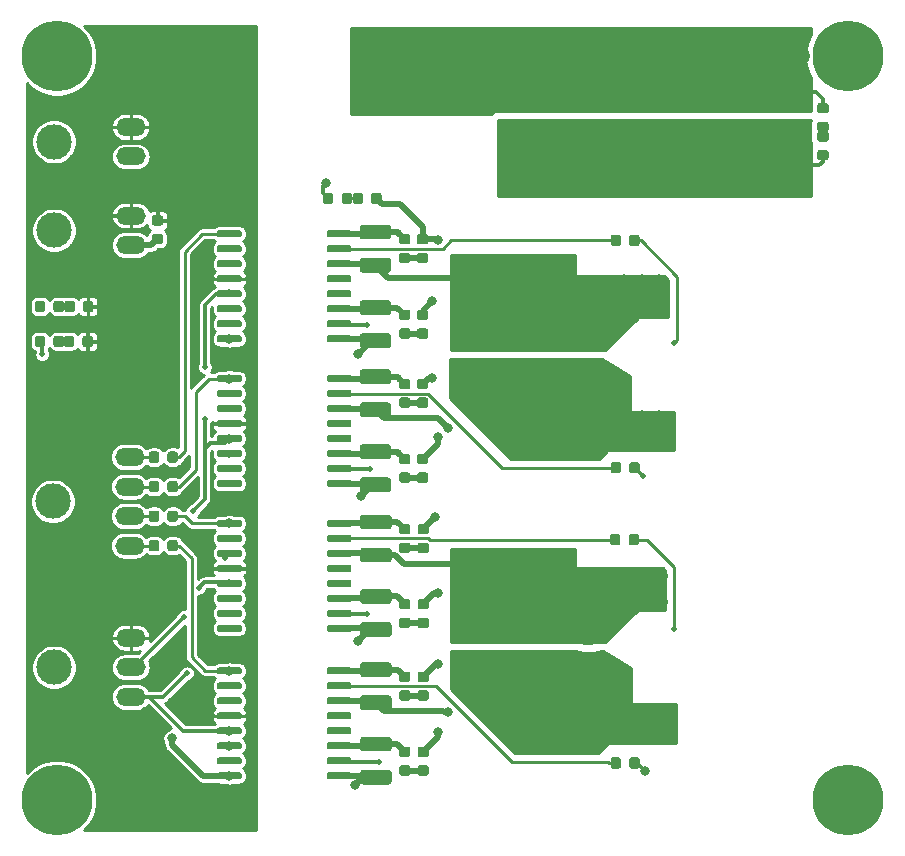
<source format=gbr>
G04 #@! TF.GenerationSoftware,KiCad,Pcbnew,(5.1.2)-1*
G04 #@! TF.CreationDate,2019-09-19T23:19:24+09:00*
G04 #@! TF.ProjectId,Slapnir,536c6170-6e69-4722-9e6b-696361645f70,rev?*
G04 #@! TF.SameCoordinates,Original*
G04 #@! TF.FileFunction,Copper,L1,Top*
G04 #@! TF.FilePolarity,Positive*
%FSLAX46Y46*%
G04 Gerber Fmt 4.6, Leading zero omitted, Abs format (unit mm)*
G04 Created by KiCad (PCBNEW (5.1.2)-1) date 2019-09-19 23:19:24*
%MOMM*%
%LPD*%
G04 APERTURE LIST*
%ADD10C,0.100000*%
%ADD11C,0.875000*%
%ADD12C,1.250000*%
%ADD13R,2.400000X2.400000*%
%ADD14C,2.400000*%
%ADD15O,2.500000X1.500000*%
%ADD16C,3.000000*%
%ADD17C,6.500000*%
%ADD18C,0.600000*%
%ADD19C,6.000000*%
%ADD20C,0.500000*%
%ADD21C,0.800000*%
%ADD22C,1.500000*%
%ADD23C,0.500000*%
%ADD24C,0.300000*%
%ADD25C,0.250000*%
%ADD26C,0.254000*%
G04 APERTURE END LIST*
D10*
G36*
X125777691Y-51476053D02*
G01*
X125798926Y-51479203D01*
X125819750Y-51484419D01*
X125839962Y-51491651D01*
X125859368Y-51500830D01*
X125877781Y-51511866D01*
X125895024Y-51524654D01*
X125910930Y-51539070D01*
X125925346Y-51554976D01*
X125938134Y-51572219D01*
X125949170Y-51590632D01*
X125958349Y-51610038D01*
X125965581Y-51630250D01*
X125970797Y-51651074D01*
X125973947Y-51672309D01*
X125975000Y-51693750D01*
X125975000Y-52131250D01*
X125973947Y-52152691D01*
X125970797Y-52173926D01*
X125965581Y-52194750D01*
X125958349Y-52214962D01*
X125949170Y-52234368D01*
X125938134Y-52252781D01*
X125925346Y-52270024D01*
X125910930Y-52285930D01*
X125895024Y-52300346D01*
X125877781Y-52313134D01*
X125859368Y-52324170D01*
X125839962Y-52333349D01*
X125819750Y-52340581D01*
X125798926Y-52345797D01*
X125777691Y-52348947D01*
X125756250Y-52350000D01*
X125243750Y-52350000D01*
X125222309Y-52348947D01*
X125201074Y-52345797D01*
X125180250Y-52340581D01*
X125160038Y-52333349D01*
X125140632Y-52324170D01*
X125122219Y-52313134D01*
X125104976Y-52300346D01*
X125089070Y-52285930D01*
X125074654Y-52270024D01*
X125061866Y-52252781D01*
X125050830Y-52234368D01*
X125041651Y-52214962D01*
X125034419Y-52194750D01*
X125029203Y-52173926D01*
X125026053Y-52152691D01*
X125025000Y-52131250D01*
X125025000Y-51693750D01*
X125026053Y-51672309D01*
X125029203Y-51651074D01*
X125034419Y-51630250D01*
X125041651Y-51610038D01*
X125050830Y-51590632D01*
X125061866Y-51572219D01*
X125074654Y-51554976D01*
X125089070Y-51539070D01*
X125104976Y-51524654D01*
X125122219Y-51511866D01*
X125140632Y-51500830D01*
X125160038Y-51491651D01*
X125180250Y-51484419D01*
X125201074Y-51479203D01*
X125222309Y-51476053D01*
X125243750Y-51475000D01*
X125756250Y-51475000D01*
X125777691Y-51476053D01*
X125777691Y-51476053D01*
G37*
D11*
X125500000Y-51912500D03*
D10*
G36*
X125777691Y-53051053D02*
G01*
X125798926Y-53054203D01*
X125819750Y-53059419D01*
X125839962Y-53066651D01*
X125859368Y-53075830D01*
X125877781Y-53086866D01*
X125895024Y-53099654D01*
X125910930Y-53114070D01*
X125925346Y-53129976D01*
X125938134Y-53147219D01*
X125949170Y-53165632D01*
X125958349Y-53185038D01*
X125965581Y-53205250D01*
X125970797Y-53226074D01*
X125973947Y-53247309D01*
X125975000Y-53268750D01*
X125975000Y-53706250D01*
X125973947Y-53727691D01*
X125970797Y-53748926D01*
X125965581Y-53769750D01*
X125958349Y-53789962D01*
X125949170Y-53809368D01*
X125938134Y-53827781D01*
X125925346Y-53845024D01*
X125910930Y-53860930D01*
X125895024Y-53875346D01*
X125877781Y-53888134D01*
X125859368Y-53899170D01*
X125839962Y-53908349D01*
X125819750Y-53915581D01*
X125798926Y-53920797D01*
X125777691Y-53923947D01*
X125756250Y-53925000D01*
X125243750Y-53925000D01*
X125222309Y-53923947D01*
X125201074Y-53920797D01*
X125180250Y-53915581D01*
X125160038Y-53908349D01*
X125140632Y-53899170D01*
X125122219Y-53888134D01*
X125104976Y-53875346D01*
X125089070Y-53860930D01*
X125074654Y-53845024D01*
X125061866Y-53827781D01*
X125050830Y-53809368D01*
X125041651Y-53789962D01*
X125034419Y-53769750D01*
X125029203Y-53748926D01*
X125026053Y-53727691D01*
X125025000Y-53706250D01*
X125025000Y-53268750D01*
X125026053Y-53247309D01*
X125029203Y-53226074D01*
X125034419Y-53205250D01*
X125041651Y-53185038D01*
X125050830Y-53165632D01*
X125061866Y-53147219D01*
X125074654Y-53129976D01*
X125089070Y-53114070D01*
X125104976Y-53099654D01*
X125122219Y-53086866D01*
X125140632Y-53075830D01*
X125160038Y-53066651D01*
X125180250Y-53059419D01*
X125201074Y-53054203D01*
X125222309Y-53051053D01*
X125243750Y-53050000D01*
X125756250Y-53050000D01*
X125777691Y-53051053D01*
X125777691Y-53051053D01*
G37*
D11*
X125500000Y-53487500D03*
D10*
G36*
X145049504Y-52276204D02*
G01*
X145073773Y-52279804D01*
X145097571Y-52285765D01*
X145120671Y-52294030D01*
X145142849Y-52304520D01*
X145163893Y-52317133D01*
X145183598Y-52331747D01*
X145201777Y-52348223D01*
X145218253Y-52366402D01*
X145232867Y-52386107D01*
X145245480Y-52407151D01*
X145255970Y-52429329D01*
X145264235Y-52452429D01*
X145270196Y-52476227D01*
X145273796Y-52500496D01*
X145275000Y-52525000D01*
X145275000Y-53275000D01*
X145273796Y-53299504D01*
X145270196Y-53323773D01*
X145264235Y-53347571D01*
X145255970Y-53370671D01*
X145245480Y-53392849D01*
X145232867Y-53413893D01*
X145218253Y-53433598D01*
X145201777Y-53451777D01*
X145183598Y-53468253D01*
X145163893Y-53482867D01*
X145142849Y-53495480D01*
X145120671Y-53505970D01*
X145097571Y-53514235D01*
X145073773Y-53520196D01*
X145049504Y-53523796D01*
X145025000Y-53525000D01*
X142875000Y-53525000D01*
X142850496Y-53523796D01*
X142826227Y-53520196D01*
X142802429Y-53514235D01*
X142779329Y-53505970D01*
X142757151Y-53495480D01*
X142736107Y-53482867D01*
X142716402Y-53468253D01*
X142698223Y-53451777D01*
X142681747Y-53433598D01*
X142667133Y-53413893D01*
X142654520Y-53392849D01*
X142644030Y-53370671D01*
X142635765Y-53347571D01*
X142629804Y-53323773D01*
X142626204Y-53299504D01*
X142625000Y-53275000D01*
X142625000Y-52525000D01*
X142626204Y-52500496D01*
X142629804Y-52476227D01*
X142635765Y-52452429D01*
X142644030Y-52429329D01*
X142654520Y-52407151D01*
X142667133Y-52386107D01*
X142681747Y-52366402D01*
X142698223Y-52348223D01*
X142716402Y-52331747D01*
X142736107Y-52317133D01*
X142757151Y-52304520D01*
X142779329Y-52294030D01*
X142802429Y-52285765D01*
X142826227Y-52279804D01*
X142850496Y-52276204D01*
X142875000Y-52275000D01*
X145025000Y-52275000D01*
X145049504Y-52276204D01*
X145049504Y-52276204D01*
G37*
D12*
X143950000Y-52900000D03*
D10*
G36*
X145049504Y-55076204D02*
G01*
X145073773Y-55079804D01*
X145097571Y-55085765D01*
X145120671Y-55094030D01*
X145142849Y-55104520D01*
X145163893Y-55117133D01*
X145183598Y-55131747D01*
X145201777Y-55148223D01*
X145218253Y-55166402D01*
X145232867Y-55186107D01*
X145245480Y-55207151D01*
X145255970Y-55229329D01*
X145264235Y-55252429D01*
X145270196Y-55276227D01*
X145273796Y-55300496D01*
X145275000Y-55325000D01*
X145275000Y-56075000D01*
X145273796Y-56099504D01*
X145270196Y-56123773D01*
X145264235Y-56147571D01*
X145255970Y-56170671D01*
X145245480Y-56192849D01*
X145232867Y-56213893D01*
X145218253Y-56233598D01*
X145201777Y-56251777D01*
X145183598Y-56268253D01*
X145163893Y-56282867D01*
X145142849Y-56295480D01*
X145120671Y-56305970D01*
X145097571Y-56314235D01*
X145073773Y-56320196D01*
X145049504Y-56323796D01*
X145025000Y-56325000D01*
X142875000Y-56325000D01*
X142850496Y-56323796D01*
X142826227Y-56320196D01*
X142802429Y-56314235D01*
X142779329Y-56305970D01*
X142757151Y-56295480D01*
X142736107Y-56282867D01*
X142716402Y-56268253D01*
X142698223Y-56251777D01*
X142681747Y-56233598D01*
X142667133Y-56213893D01*
X142654520Y-56192849D01*
X142644030Y-56170671D01*
X142635765Y-56147571D01*
X142629804Y-56123773D01*
X142626204Y-56099504D01*
X142625000Y-56075000D01*
X142625000Y-55325000D01*
X142626204Y-55300496D01*
X142629804Y-55276227D01*
X142635765Y-55252429D01*
X142644030Y-55229329D01*
X142654520Y-55207151D01*
X142667133Y-55186107D01*
X142681747Y-55166402D01*
X142698223Y-55148223D01*
X142716402Y-55131747D01*
X142736107Y-55117133D01*
X142757151Y-55104520D01*
X142779329Y-55094030D01*
X142802429Y-55085765D01*
X142826227Y-55079804D01*
X142850496Y-55076204D01*
X142875000Y-55075000D01*
X145025000Y-55075000D01*
X145049504Y-55076204D01*
X145049504Y-55076204D01*
G37*
D12*
X143950000Y-55700000D03*
D10*
G36*
X145049504Y-58676204D02*
G01*
X145073773Y-58679804D01*
X145097571Y-58685765D01*
X145120671Y-58694030D01*
X145142849Y-58704520D01*
X145163893Y-58717133D01*
X145183598Y-58731747D01*
X145201777Y-58748223D01*
X145218253Y-58766402D01*
X145232867Y-58786107D01*
X145245480Y-58807151D01*
X145255970Y-58829329D01*
X145264235Y-58852429D01*
X145270196Y-58876227D01*
X145273796Y-58900496D01*
X145275000Y-58925000D01*
X145275000Y-59675000D01*
X145273796Y-59699504D01*
X145270196Y-59723773D01*
X145264235Y-59747571D01*
X145255970Y-59770671D01*
X145245480Y-59792849D01*
X145232867Y-59813893D01*
X145218253Y-59833598D01*
X145201777Y-59851777D01*
X145183598Y-59868253D01*
X145163893Y-59882867D01*
X145142849Y-59895480D01*
X145120671Y-59905970D01*
X145097571Y-59914235D01*
X145073773Y-59920196D01*
X145049504Y-59923796D01*
X145025000Y-59925000D01*
X142875000Y-59925000D01*
X142850496Y-59923796D01*
X142826227Y-59920196D01*
X142802429Y-59914235D01*
X142779329Y-59905970D01*
X142757151Y-59895480D01*
X142736107Y-59882867D01*
X142716402Y-59868253D01*
X142698223Y-59851777D01*
X142681747Y-59833598D01*
X142667133Y-59813893D01*
X142654520Y-59792849D01*
X142644030Y-59770671D01*
X142635765Y-59747571D01*
X142629804Y-59723773D01*
X142626204Y-59699504D01*
X142625000Y-59675000D01*
X142625000Y-58925000D01*
X142626204Y-58900496D01*
X142629804Y-58876227D01*
X142635765Y-58852429D01*
X142644030Y-58829329D01*
X142654520Y-58807151D01*
X142667133Y-58786107D01*
X142681747Y-58766402D01*
X142698223Y-58748223D01*
X142716402Y-58731747D01*
X142736107Y-58717133D01*
X142757151Y-58704520D01*
X142779329Y-58694030D01*
X142802429Y-58685765D01*
X142826227Y-58679804D01*
X142850496Y-58676204D01*
X142875000Y-58675000D01*
X145025000Y-58675000D01*
X145049504Y-58676204D01*
X145049504Y-58676204D01*
G37*
D12*
X143950000Y-59300000D03*
D10*
G36*
X145049504Y-61476204D02*
G01*
X145073773Y-61479804D01*
X145097571Y-61485765D01*
X145120671Y-61494030D01*
X145142849Y-61504520D01*
X145163893Y-61517133D01*
X145183598Y-61531747D01*
X145201777Y-61548223D01*
X145218253Y-61566402D01*
X145232867Y-61586107D01*
X145245480Y-61607151D01*
X145255970Y-61629329D01*
X145264235Y-61652429D01*
X145270196Y-61676227D01*
X145273796Y-61700496D01*
X145275000Y-61725000D01*
X145275000Y-62475000D01*
X145273796Y-62499504D01*
X145270196Y-62523773D01*
X145264235Y-62547571D01*
X145255970Y-62570671D01*
X145245480Y-62592849D01*
X145232867Y-62613893D01*
X145218253Y-62633598D01*
X145201777Y-62651777D01*
X145183598Y-62668253D01*
X145163893Y-62682867D01*
X145142849Y-62695480D01*
X145120671Y-62705970D01*
X145097571Y-62714235D01*
X145073773Y-62720196D01*
X145049504Y-62723796D01*
X145025000Y-62725000D01*
X142875000Y-62725000D01*
X142850496Y-62723796D01*
X142826227Y-62720196D01*
X142802429Y-62714235D01*
X142779329Y-62705970D01*
X142757151Y-62695480D01*
X142736107Y-62682867D01*
X142716402Y-62668253D01*
X142698223Y-62651777D01*
X142681747Y-62633598D01*
X142667133Y-62613893D01*
X142654520Y-62592849D01*
X142644030Y-62570671D01*
X142635765Y-62547571D01*
X142629804Y-62523773D01*
X142626204Y-62499504D01*
X142625000Y-62475000D01*
X142625000Y-61725000D01*
X142626204Y-61700496D01*
X142629804Y-61676227D01*
X142635765Y-61652429D01*
X142644030Y-61629329D01*
X142654520Y-61607151D01*
X142667133Y-61586107D01*
X142681747Y-61566402D01*
X142698223Y-61548223D01*
X142716402Y-61531747D01*
X142736107Y-61517133D01*
X142757151Y-61504520D01*
X142779329Y-61494030D01*
X142802429Y-61485765D01*
X142826227Y-61479804D01*
X142850496Y-61476204D01*
X142875000Y-61475000D01*
X145025000Y-61475000D01*
X145049504Y-61476204D01*
X145049504Y-61476204D01*
G37*
D12*
X143950000Y-62100000D03*
D10*
G36*
X145049504Y-67326204D02*
G01*
X145073773Y-67329804D01*
X145097571Y-67335765D01*
X145120671Y-67344030D01*
X145142849Y-67354520D01*
X145163893Y-67367133D01*
X145183598Y-67381747D01*
X145201777Y-67398223D01*
X145218253Y-67416402D01*
X145232867Y-67436107D01*
X145245480Y-67457151D01*
X145255970Y-67479329D01*
X145264235Y-67502429D01*
X145270196Y-67526227D01*
X145273796Y-67550496D01*
X145275000Y-67575000D01*
X145275000Y-68325000D01*
X145273796Y-68349504D01*
X145270196Y-68373773D01*
X145264235Y-68397571D01*
X145255970Y-68420671D01*
X145245480Y-68442849D01*
X145232867Y-68463893D01*
X145218253Y-68483598D01*
X145201777Y-68501777D01*
X145183598Y-68518253D01*
X145163893Y-68532867D01*
X145142849Y-68545480D01*
X145120671Y-68555970D01*
X145097571Y-68564235D01*
X145073773Y-68570196D01*
X145049504Y-68573796D01*
X145025000Y-68575000D01*
X142875000Y-68575000D01*
X142850496Y-68573796D01*
X142826227Y-68570196D01*
X142802429Y-68564235D01*
X142779329Y-68555970D01*
X142757151Y-68545480D01*
X142736107Y-68532867D01*
X142716402Y-68518253D01*
X142698223Y-68501777D01*
X142681747Y-68483598D01*
X142667133Y-68463893D01*
X142654520Y-68442849D01*
X142644030Y-68420671D01*
X142635765Y-68397571D01*
X142629804Y-68373773D01*
X142626204Y-68349504D01*
X142625000Y-68325000D01*
X142625000Y-67575000D01*
X142626204Y-67550496D01*
X142629804Y-67526227D01*
X142635765Y-67502429D01*
X142644030Y-67479329D01*
X142654520Y-67457151D01*
X142667133Y-67436107D01*
X142681747Y-67416402D01*
X142698223Y-67398223D01*
X142716402Y-67381747D01*
X142736107Y-67367133D01*
X142757151Y-67354520D01*
X142779329Y-67344030D01*
X142802429Y-67335765D01*
X142826227Y-67329804D01*
X142850496Y-67326204D01*
X142875000Y-67325000D01*
X145025000Y-67325000D01*
X145049504Y-67326204D01*
X145049504Y-67326204D01*
G37*
D12*
X143950000Y-67950000D03*
D10*
G36*
X145049504Y-64526204D02*
G01*
X145073773Y-64529804D01*
X145097571Y-64535765D01*
X145120671Y-64544030D01*
X145142849Y-64554520D01*
X145163893Y-64567133D01*
X145183598Y-64581747D01*
X145201777Y-64598223D01*
X145218253Y-64616402D01*
X145232867Y-64636107D01*
X145245480Y-64657151D01*
X145255970Y-64679329D01*
X145264235Y-64702429D01*
X145270196Y-64726227D01*
X145273796Y-64750496D01*
X145275000Y-64775000D01*
X145275000Y-65525000D01*
X145273796Y-65549504D01*
X145270196Y-65573773D01*
X145264235Y-65597571D01*
X145255970Y-65620671D01*
X145245480Y-65642849D01*
X145232867Y-65663893D01*
X145218253Y-65683598D01*
X145201777Y-65701777D01*
X145183598Y-65718253D01*
X145163893Y-65732867D01*
X145142849Y-65745480D01*
X145120671Y-65755970D01*
X145097571Y-65764235D01*
X145073773Y-65770196D01*
X145049504Y-65773796D01*
X145025000Y-65775000D01*
X142875000Y-65775000D01*
X142850496Y-65773796D01*
X142826227Y-65770196D01*
X142802429Y-65764235D01*
X142779329Y-65755970D01*
X142757151Y-65745480D01*
X142736107Y-65732867D01*
X142716402Y-65718253D01*
X142698223Y-65701777D01*
X142681747Y-65683598D01*
X142667133Y-65663893D01*
X142654520Y-65642849D01*
X142644030Y-65620671D01*
X142635765Y-65597571D01*
X142629804Y-65573773D01*
X142626204Y-65549504D01*
X142625000Y-65525000D01*
X142625000Y-64775000D01*
X142626204Y-64750496D01*
X142629804Y-64726227D01*
X142635765Y-64702429D01*
X142644030Y-64679329D01*
X142654520Y-64657151D01*
X142667133Y-64636107D01*
X142681747Y-64616402D01*
X142698223Y-64598223D01*
X142716402Y-64581747D01*
X142736107Y-64567133D01*
X142757151Y-64554520D01*
X142779329Y-64544030D01*
X142802429Y-64535765D01*
X142826227Y-64529804D01*
X142850496Y-64526204D01*
X142875000Y-64525000D01*
X145025000Y-64525000D01*
X145049504Y-64526204D01*
X145049504Y-64526204D01*
G37*
D12*
X143950000Y-65150000D03*
D10*
G36*
X145049504Y-70876204D02*
G01*
X145073773Y-70879804D01*
X145097571Y-70885765D01*
X145120671Y-70894030D01*
X145142849Y-70904520D01*
X145163893Y-70917133D01*
X145183598Y-70931747D01*
X145201777Y-70948223D01*
X145218253Y-70966402D01*
X145232867Y-70986107D01*
X145245480Y-71007151D01*
X145255970Y-71029329D01*
X145264235Y-71052429D01*
X145270196Y-71076227D01*
X145273796Y-71100496D01*
X145275000Y-71125000D01*
X145275000Y-71875000D01*
X145273796Y-71899504D01*
X145270196Y-71923773D01*
X145264235Y-71947571D01*
X145255970Y-71970671D01*
X145245480Y-71992849D01*
X145232867Y-72013893D01*
X145218253Y-72033598D01*
X145201777Y-72051777D01*
X145183598Y-72068253D01*
X145163893Y-72082867D01*
X145142849Y-72095480D01*
X145120671Y-72105970D01*
X145097571Y-72114235D01*
X145073773Y-72120196D01*
X145049504Y-72123796D01*
X145025000Y-72125000D01*
X142875000Y-72125000D01*
X142850496Y-72123796D01*
X142826227Y-72120196D01*
X142802429Y-72114235D01*
X142779329Y-72105970D01*
X142757151Y-72095480D01*
X142736107Y-72082867D01*
X142716402Y-72068253D01*
X142698223Y-72051777D01*
X142681747Y-72033598D01*
X142667133Y-72013893D01*
X142654520Y-71992849D01*
X142644030Y-71970671D01*
X142635765Y-71947571D01*
X142629804Y-71923773D01*
X142626204Y-71899504D01*
X142625000Y-71875000D01*
X142625000Y-71125000D01*
X142626204Y-71100496D01*
X142629804Y-71076227D01*
X142635765Y-71052429D01*
X142644030Y-71029329D01*
X142654520Y-71007151D01*
X142667133Y-70986107D01*
X142681747Y-70966402D01*
X142698223Y-70948223D01*
X142716402Y-70931747D01*
X142736107Y-70917133D01*
X142757151Y-70904520D01*
X142779329Y-70894030D01*
X142802429Y-70885765D01*
X142826227Y-70879804D01*
X142850496Y-70876204D01*
X142875000Y-70875000D01*
X145025000Y-70875000D01*
X145049504Y-70876204D01*
X145049504Y-70876204D01*
G37*
D12*
X143950000Y-71500000D03*
D10*
G36*
X145049504Y-73676204D02*
G01*
X145073773Y-73679804D01*
X145097571Y-73685765D01*
X145120671Y-73694030D01*
X145142849Y-73704520D01*
X145163893Y-73717133D01*
X145183598Y-73731747D01*
X145201777Y-73748223D01*
X145218253Y-73766402D01*
X145232867Y-73786107D01*
X145245480Y-73807151D01*
X145255970Y-73829329D01*
X145264235Y-73852429D01*
X145270196Y-73876227D01*
X145273796Y-73900496D01*
X145275000Y-73925000D01*
X145275000Y-74675000D01*
X145273796Y-74699504D01*
X145270196Y-74723773D01*
X145264235Y-74747571D01*
X145255970Y-74770671D01*
X145245480Y-74792849D01*
X145232867Y-74813893D01*
X145218253Y-74833598D01*
X145201777Y-74851777D01*
X145183598Y-74868253D01*
X145163893Y-74882867D01*
X145142849Y-74895480D01*
X145120671Y-74905970D01*
X145097571Y-74914235D01*
X145073773Y-74920196D01*
X145049504Y-74923796D01*
X145025000Y-74925000D01*
X142875000Y-74925000D01*
X142850496Y-74923796D01*
X142826227Y-74920196D01*
X142802429Y-74914235D01*
X142779329Y-74905970D01*
X142757151Y-74895480D01*
X142736107Y-74882867D01*
X142716402Y-74868253D01*
X142698223Y-74851777D01*
X142681747Y-74833598D01*
X142667133Y-74813893D01*
X142654520Y-74792849D01*
X142644030Y-74770671D01*
X142635765Y-74747571D01*
X142629804Y-74723773D01*
X142626204Y-74699504D01*
X142625000Y-74675000D01*
X142625000Y-73925000D01*
X142626204Y-73900496D01*
X142629804Y-73876227D01*
X142635765Y-73852429D01*
X142644030Y-73829329D01*
X142654520Y-73807151D01*
X142667133Y-73786107D01*
X142681747Y-73766402D01*
X142698223Y-73748223D01*
X142716402Y-73731747D01*
X142736107Y-73717133D01*
X142757151Y-73704520D01*
X142779329Y-73694030D01*
X142802429Y-73685765D01*
X142826227Y-73679804D01*
X142850496Y-73676204D01*
X142875000Y-73675000D01*
X145025000Y-73675000D01*
X145049504Y-73676204D01*
X145049504Y-73676204D01*
G37*
D12*
X143950000Y-74300000D03*
D10*
G36*
X145099504Y-79626204D02*
G01*
X145123773Y-79629804D01*
X145147571Y-79635765D01*
X145170671Y-79644030D01*
X145192849Y-79654520D01*
X145213893Y-79667133D01*
X145233598Y-79681747D01*
X145251777Y-79698223D01*
X145268253Y-79716402D01*
X145282867Y-79736107D01*
X145295480Y-79757151D01*
X145305970Y-79779329D01*
X145314235Y-79802429D01*
X145320196Y-79826227D01*
X145323796Y-79850496D01*
X145325000Y-79875000D01*
X145325000Y-80625000D01*
X145323796Y-80649504D01*
X145320196Y-80673773D01*
X145314235Y-80697571D01*
X145305970Y-80720671D01*
X145295480Y-80742849D01*
X145282867Y-80763893D01*
X145268253Y-80783598D01*
X145251777Y-80801777D01*
X145233598Y-80818253D01*
X145213893Y-80832867D01*
X145192849Y-80845480D01*
X145170671Y-80855970D01*
X145147571Y-80864235D01*
X145123773Y-80870196D01*
X145099504Y-80873796D01*
X145075000Y-80875000D01*
X142925000Y-80875000D01*
X142900496Y-80873796D01*
X142876227Y-80870196D01*
X142852429Y-80864235D01*
X142829329Y-80855970D01*
X142807151Y-80845480D01*
X142786107Y-80832867D01*
X142766402Y-80818253D01*
X142748223Y-80801777D01*
X142731747Y-80783598D01*
X142717133Y-80763893D01*
X142704520Y-80742849D01*
X142694030Y-80720671D01*
X142685765Y-80697571D01*
X142679804Y-80673773D01*
X142676204Y-80649504D01*
X142675000Y-80625000D01*
X142675000Y-79875000D01*
X142676204Y-79850496D01*
X142679804Y-79826227D01*
X142685765Y-79802429D01*
X142694030Y-79779329D01*
X142704520Y-79757151D01*
X142717133Y-79736107D01*
X142731747Y-79716402D01*
X142748223Y-79698223D01*
X142766402Y-79681747D01*
X142786107Y-79667133D01*
X142807151Y-79654520D01*
X142829329Y-79644030D01*
X142852429Y-79635765D01*
X142876227Y-79629804D01*
X142900496Y-79626204D01*
X142925000Y-79625000D01*
X145075000Y-79625000D01*
X145099504Y-79626204D01*
X145099504Y-79626204D01*
G37*
D12*
X144000000Y-80250000D03*
D10*
G36*
X145099504Y-76826204D02*
G01*
X145123773Y-76829804D01*
X145147571Y-76835765D01*
X145170671Y-76844030D01*
X145192849Y-76854520D01*
X145213893Y-76867133D01*
X145233598Y-76881747D01*
X145251777Y-76898223D01*
X145268253Y-76916402D01*
X145282867Y-76936107D01*
X145295480Y-76957151D01*
X145305970Y-76979329D01*
X145314235Y-77002429D01*
X145320196Y-77026227D01*
X145323796Y-77050496D01*
X145325000Y-77075000D01*
X145325000Y-77825000D01*
X145323796Y-77849504D01*
X145320196Y-77873773D01*
X145314235Y-77897571D01*
X145305970Y-77920671D01*
X145295480Y-77942849D01*
X145282867Y-77963893D01*
X145268253Y-77983598D01*
X145251777Y-78001777D01*
X145233598Y-78018253D01*
X145213893Y-78032867D01*
X145192849Y-78045480D01*
X145170671Y-78055970D01*
X145147571Y-78064235D01*
X145123773Y-78070196D01*
X145099504Y-78073796D01*
X145075000Y-78075000D01*
X142925000Y-78075000D01*
X142900496Y-78073796D01*
X142876227Y-78070196D01*
X142852429Y-78064235D01*
X142829329Y-78055970D01*
X142807151Y-78045480D01*
X142786107Y-78032867D01*
X142766402Y-78018253D01*
X142748223Y-78001777D01*
X142731747Y-77983598D01*
X142717133Y-77963893D01*
X142704520Y-77942849D01*
X142694030Y-77920671D01*
X142685765Y-77897571D01*
X142679804Y-77873773D01*
X142676204Y-77849504D01*
X142675000Y-77825000D01*
X142675000Y-77075000D01*
X142676204Y-77050496D01*
X142679804Y-77026227D01*
X142685765Y-77002429D01*
X142694030Y-76979329D01*
X142704520Y-76957151D01*
X142717133Y-76936107D01*
X142731747Y-76916402D01*
X142748223Y-76898223D01*
X142766402Y-76881747D01*
X142786107Y-76867133D01*
X142807151Y-76854520D01*
X142829329Y-76844030D01*
X142852429Y-76835765D01*
X142876227Y-76829804D01*
X142900496Y-76826204D01*
X142925000Y-76825000D01*
X145075000Y-76825000D01*
X145099504Y-76826204D01*
X145099504Y-76826204D01*
G37*
D12*
X144000000Y-77450000D03*
D10*
G36*
X145099504Y-85926204D02*
G01*
X145123773Y-85929804D01*
X145147571Y-85935765D01*
X145170671Y-85944030D01*
X145192849Y-85954520D01*
X145213893Y-85967133D01*
X145233598Y-85981747D01*
X145251777Y-85998223D01*
X145268253Y-86016402D01*
X145282867Y-86036107D01*
X145295480Y-86057151D01*
X145305970Y-86079329D01*
X145314235Y-86102429D01*
X145320196Y-86126227D01*
X145323796Y-86150496D01*
X145325000Y-86175000D01*
X145325000Y-86925000D01*
X145323796Y-86949504D01*
X145320196Y-86973773D01*
X145314235Y-86997571D01*
X145305970Y-87020671D01*
X145295480Y-87042849D01*
X145282867Y-87063893D01*
X145268253Y-87083598D01*
X145251777Y-87101777D01*
X145233598Y-87118253D01*
X145213893Y-87132867D01*
X145192849Y-87145480D01*
X145170671Y-87155970D01*
X145147571Y-87164235D01*
X145123773Y-87170196D01*
X145099504Y-87173796D01*
X145075000Y-87175000D01*
X142925000Y-87175000D01*
X142900496Y-87173796D01*
X142876227Y-87170196D01*
X142852429Y-87164235D01*
X142829329Y-87155970D01*
X142807151Y-87145480D01*
X142786107Y-87132867D01*
X142766402Y-87118253D01*
X142748223Y-87101777D01*
X142731747Y-87083598D01*
X142717133Y-87063893D01*
X142704520Y-87042849D01*
X142694030Y-87020671D01*
X142685765Y-86997571D01*
X142679804Y-86973773D01*
X142676204Y-86949504D01*
X142675000Y-86925000D01*
X142675000Y-86175000D01*
X142676204Y-86150496D01*
X142679804Y-86126227D01*
X142685765Y-86102429D01*
X142694030Y-86079329D01*
X142704520Y-86057151D01*
X142717133Y-86036107D01*
X142731747Y-86016402D01*
X142748223Y-85998223D01*
X142766402Y-85981747D01*
X142786107Y-85967133D01*
X142807151Y-85954520D01*
X142829329Y-85944030D01*
X142852429Y-85935765D01*
X142876227Y-85929804D01*
X142900496Y-85926204D01*
X142925000Y-85925000D01*
X145075000Y-85925000D01*
X145099504Y-85926204D01*
X145099504Y-85926204D01*
G37*
D12*
X144000000Y-86550000D03*
D10*
G36*
X145099504Y-83126204D02*
G01*
X145123773Y-83129804D01*
X145147571Y-83135765D01*
X145170671Y-83144030D01*
X145192849Y-83154520D01*
X145213893Y-83167133D01*
X145233598Y-83181747D01*
X145251777Y-83198223D01*
X145268253Y-83216402D01*
X145282867Y-83236107D01*
X145295480Y-83257151D01*
X145305970Y-83279329D01*
X145314235Y-83302429D01*
X145320196Y-83326227D01*
X145323796Y-83350496D01*
X145325000Y-83375000D01*
X145325000Y-84125000D01*
X145323796Y-84149504D01*
X145320196Y-84173773D01*
X145314235Y-84197571D01*
X145305970Y-84220671D01*
X145295480Y-84242849D01*
X145282867Y-84263893D01*
X145268253Y-84283598D01*
X145251777Y-84301777D01*
X145233598Y-84318253D01*
X145213893Y-84332867D01*
X145192849Y-84345480D01*
X145170671Y-84355970D01*
X145147571Y-84364235D01*
X145123773Y-84370196D01*
X145099504Y-84373796D01*
X145075000Y-84375000D01*
X142925000Y-84375000D01*
X142900496Y-84373796D01*
X142876227Y-84370196D01*
X142852429Y-84364235D01*
X142829329Y-84355970D01*
X142807151Y-84345480D01*
X142786107Y-84332867D01*
X142766402Y-84318253D01*
X142748223Y-84301777D01*
X142731747Y-84283598D01*
X142717133Y-84263893D01*
X142704520Y-84242849D01*
X142694030Y-84220671D01*
X142685765Y-84197571D01*
X142679804Y-84173773D01*
X142676204Y-84149504D01*
X142675000Y-84125000D01*
X142675000Y-83375000D01*
X142676204Y-83350496D01*
X142679804Y-83326227D01*
X142685765Y-83302429D01*
X142694030Y-83279329D01*
X142704520Y-83257151D01*
X142717133Y-83236107D01*
X142731747Y-83216402D01*
X142748223Y-83198223D01*
X142766402Y-83181747D01*
X142786107Y-83167133D01*
X142807151Y-83154520D01*
X142829329Y-83144030D01*
X142852429Y-83135765D01*
X142876227Y-83129804D01*
X142900496Y-83126204D01*
X142925000Y-83125000D01*
X145075000Y-83125000D01*
X145099504Y-83126204D01*
X145099504Y-83126204D01*
G37*
D12*
X144000000Y-83750000D03*
D10*
G36*
X145099504Y-89326204D02*
G01*
X145123773Y-89329804D01*
X145147571Y-89335765D01*
X145170671Y-89344030D01*
X145192849Y-89354520D01*
X145213893Y-89367133D01*
X145233598Y-89381747D01*
X145251777Y-89398223D01*
X145268253Y-89416402D01*
X145282867Y-89436107D01*
X145295480Y-89457151D01*
X145305970Y-89479329D01*
X145314235Y-89502429D01*
X145320196Y-89526227D01*
X145323796Y-89550496D01*
X145325000Y-89575000D01*
X145325000Y-90325000D01*
X145323796Y-90349504D01*
X145320196Y-90373773D01*
X145314235Y-90397571D01*
X145305970Y-90420671D01*
X145295480Y-90442849D01*
X145282867Y-90463893D01*
X145268253Y-90483598D01*
X145251777Y-90501777D01*
X145233598Y-90518253D01*
X145213893Y-90532867D01*
X145192849Y-90545480D01*
X145170671Y-90555970D01*
X145147571Y-90564235D01*
X145123773Y-90570196D01*
X145099504Y-90573796D01*
X145075000Y-90575000D01*
X142925000Y-90575000D01*
X142900496Y-90573796D01*
X142876227Y-90570196D01*
X142852429Y-90564235D01*
X142829329Y-90555970D01*
X142807151Y-90545480D01*
X142786107Y-90532867D01*
X142766402Y-90518253D01*
X142748223Y-90501777D01*
X142731747Y-90483598D01*
X142717133Y-90463893D01*
X142704520Y-90442849D01*
X142694030Y-90420671D01*
X142685765Y-90397571D01*
X142679804Y-90373773D01*
X142676204Y-90349504D01*
X142675000Y-90325000D01*
X142675000Y-89575000D01*
X142676204Y-89550496D01*
X142679804Y-89526227D01*
X142685765Y-89502429D01*
X142694030Y-89479329D01*
X142704520Y-89457151D01*
X142717133Y-89436107D01*
X142731747Y-89416402D01*
X142748223Y-89398223D01*
X142766402Y-89381747D01*
X142786107Y-89367133D01*
X142807151Y-89354520D01*
X142829329Y-89344030D01*
X142852429Y-89335765D01*
X142876227Y-89329804D01*
X142900496Y-89326204D01*
X142925000Y-89325000D01*
X145075000Y-89325000D01*
X145099504Y-89326204D01*
X145099504Y-89326204D01*
G37*
D12*
X144000000Y-89950000D03*
D10*
G36*
X145099504Y-92126204D02*
G01*
X145123773Y-92129804D01*
X145147571Y-92135765D01*
X145170671Y-92144030D01*
X145192849Y-92154520D01*
X145213893Y-92167133D01*
X145233598Y-92181747D01*
X145251777Y-92198223D01*
X145268253Y-92216402D01*
X145282867Y-92236107D01*
X145295480Y-92257151D01*
X145305970Y-92279329D01*
X145314235Y-92302429D01*
X145320196Y-92326227D01*
X145323796Y-92350496D01*
X145325000Y-92375000D01*
X145325000Y-93125000D01*
X145323796Y-93149504D01*
X145320196Y-93173773D01*
X145314235Y-93197571D01*
X145305970Y-93220671D01*
X145295480Y-93242849D01*
X145282867Y-93263893D01*
X145268253Y-93283598D01*
X145251777Y-93301777D01*
X145233598Y-93318253D01*
X145213893Y-93332867D01*
X145192849Y-93345480D01*
X145170671Y-93355970D01*
X145147571Y-93364235D01*
X145123773Y-93370196D01*
X145099504Y-93373796D01*
X145075000Y-93375000D01*
X142925000Y-93375000D01*
X142900496Y-93373796D01*
X142876227Y-93370196D01*
X142852429Y-93364235D01*
X142829329Y-93355970D01*
X142807151Y-93345480D01*
X142786107Y-93332867D01*
X142766402Y-93318253D01*
X142748223Y-93301777D01*
X142731747Y-93283598D01*
X142717133Y-93263893D01*
X142704520Y-93242849D01*
X142694030Y-93220671D01*
X142685765Y-93197571D01*
X142679804Y-93173773D01*
X142676204Y-93149504D01*
X142675000Y-93125000D01*
X142675000Y-92375000D01*
X142676204Y-92350496D01*
X142679804Y-92326227D01*
X142685765Y-92302429D01*
X142694030Y-92279329D01*
X142704520Y-92257151D01*
X142717133Y-92236107D01*
X142731747Y-92216402D01*
X142748223Y-92198223D01*
X142766402Y-92181747D01*
X142786107Y-92167133D01*
X142807151Y-92154520D01*
X142829329Y-92144030D01*
X142852429Y-92135765D01*
X142876227Y-92129804D01*
X142900496Y-92126204D01*
X142925000Y-92125000D01*
X145075000Y-92125000D01*
X145099504Y-92126204D01*
X145099504Y-92126204D01*
G37*
D12*
X144000000Y-92750000D03*
D10*
G36*
X145099504Y-98426204D02*
G01*
X145123773Y-98429804D01*
X145147571Y-98435765D01*
X145170671Y-98444030D01*
X145192849Y-98454520D01*
X145213893Y-98467133D01*
X145233598Y-98481747D01*
X145251777Y-98498223D01*
X145268253Y-98516402D01*
X145282867Y-98536107D01*
X145295480Y-98557151D01*
X145305970Y-98579329D01*
X145314235Y-98602429D01*
X145320196Y-98626227D01*
X145323796Y-98650496D01*
X145325000Y-98675000D01*
X145325000Y-99425000D01*
X145323796Y-99449504D01*
X145320196Y-99473773D01*
X145314235Y-99497571D01*
X145305970Y-99520671D01*
X145295480Y-99542849D01*
X145282867Y-99563893D01*
X145268253Y-99583598D01*
X145251777Y-99601777D01*
X145233598Y-99618253D01*
X145213893Y-99632867D01*
X145192849Y-99645480D01*
X145170671Y-99655970D01*
X145147571Y-99664235D01*
X145123773Y-99670196D01*
X145099504Y-99673796D01*
X145075000Y-99675000D01*
X142925000Y-99675000D01*
X142900496Y-99673796D01*
X142876227Y-99670196D01*
X142852429Y-99664235D01*
X142829329Y-99655970D01*
X142807151Y-99645480D01*
X142786107Y-99632867D01*
X142766402Y-99618253D01*
X142748223Y-99601777D01*
X142731747Y-99583598D01*
X142717133Y-99563893D01*
X142704520Y-99542849D01*
X142694030Y-99520671D01*
X142685765Y-99497571D01*
X142679804Y-99473773D01*
X142676204Y-99449504D01*
X142675000Y-99425000D01*
X142675000Y-98675000D01*
X142676204Y-98650496D01*
X142679804Y-98626227D01*
X142685765Y-98602429D01*
X142694030Y-98579329D01*
X142704520Y-98557151D01*
X142717133Y-98536107D01*
X142731747Y-98516402D01*
X142748223Y-98498223D01*
X142766402Y-98481747D01*
X142786107Y-98467133D01*
X142807151Y-98454520D01*
X142829329Y-98444030D01*
X142852429Y-98435765D01*
X142876227Y-98429804D01*
X142900496Y-98426204D01*
X142925000Y-98425000D01*
X145075000Y-98425000D01*
X145099504Y-98426204D01*
X145099504Y-98426204D01*
G37*
D12*
X144000000Y-99050000D03*
D10*
G36*
X145099504Y-95626204D02*
G01*
X145123773Y-95629804D01*
X145147571Y-95635765D01*
X145170671Y-95644030D01*
X145192849Y-95654520D01*
X145213893Y-95667133D01*
X145233598Y-95681747D01*
X145251777Y-95698223D01*
X145268253Y-95716402D01*
X145282867Y-95736107D01*
X145295480Y-95757151D01*
X145305970Y-95779329D01*
X145314235Y-95802429D01*
X145320196Y-95826227D01*
X145323796Y-95850496D01*
X145325000Y-95875000D01*
X145325000Y-96625000D01*
X145323796Y-96649504D01*
X145320196Y-96673773D01*
X145314235Y-96697571D01*
X145305970Y-96720671D01*
X145295480Y-96742849D01*
X145282867Y-96763893D01*
X145268253Y-96783598D01*
X145251777Y-96801777D01*
X145233598Y-96818253D01*
X145213893Y-96832867D01*
X145192849Y-96845480D01*
X145170671Y-96855970D01*
X145147571Y-96864235D01*
X145123773Y-96870196D01*
X145099504Y-96873796D01*
X145075000Y-96875000D01*
X142925000Y-96875000D01*
X142900496Y-96873796D01*
X142876227Y-96870196D01*
X142852429Y-96864235D01*
X142829329Y-96855970D01*
X142807151Y-96845480D01*
X142786107Y-96832867D01*
X142766402Y-96818253D01*
X142748223Y-96801777D01*
X142731747Y-96783598D01*
X142717133Y-96763893D01*
X142704520Y-96742849D01*
X142694030Y-96720671D01*
X142685765Y-96697571D01*
X142679804Y-96673773D01*
X142676204Y-96649504D01*
X142675000Y-96625000D01*
X142675000Y-95875000D01*
X142676204Y-95850496D01*
X142679804Y-95826227D01*
X142685765Y-95802429D01*
X142694030Y-95779329D01*
X142704520Y-95757151D01*
X142717133Y-95736107D01*
X142731747Y-95716402D01*
X142748223Y-95698223D01*
X142766402Y-95681747D01*
X142786107Y-95667133D01*
X142807151Y-95654520D01*
X142829329Y-95644030D01*
X142852429Y-95635765D01*
X142876227Y-95629804D01*
X142900496Y-95626204D01*
X142925000Y-95625000D01*
X145075000Y-95625000D01*
X145099504Y-95626204D01*
X145099504Y-95626204D01*
G37*
D12*
X144000000Y-96250000D03*
D13*
X156900000Y-44700000D03*
D14*
X156900000Y-39700000D03*
D10*
G36*
X125452691Y-71476053D02*
G01*
X125473926Y-71479203D01*
X125494750Y-71484419D01*
X125514962Y-71491651D01*
X125534368Y-71500830D01*
X125552781Y-71511866D01*
X125570024Y-71524654D01*
X125585930Y-71539070D01*
X125600346Y-71554976D01*
X125613134Y-71572219D01*
X125624170Y-71590632D01*
X125633349Y-71610038D01*
X125640581Y-71630250D01*
X125645797Y-71651074D01*
X125648947Y-71672309D01*
X125650000Y-71693750D01*
X125650000Y-72206250D01*
X125648947Y-72227691D01*
X125645797Y-72248926D01*
X125640581Y-72269750D01*
X125633349Y-72289962D01*
X125624170Y-72309368D01*
X125613134Y-72327781D01*
X125600346Y-72345024D01*
X125585930Y-72360930D01*
X125570024Y-72375346D01*
X125552781Y-72388134D01*
X125534368Y-72399170D01*
X125514962Y-72408349D01*
X125494750Y-72415581D01*
X125473926Y-72420797D01*
X125452691Y-72423947D01*
X125431250Y-72425000D01*
X124993750Y-72425000D01*
X124972309Y-72423947D01*
X124951074Y-72420797D01*
X124930250Y-72415581D01*
X124910038Y-72408349D01*
X124890632Y-72399170D01*
X124872219Y-72388134D01*
X124854976Y-72375346D01*
X124839070Y-72360930D01*
X124824654Y-72345024D01*
X124811866Y-72327781D01*
X124800830Y-72309368D01*
X124791651Y-72289962D01*
X124784419Y-72269750D01*
X124779203Y-72248926D01*
X124776053Y-72227691D01*
X124775000Y-72206250D01*
X124775000Y-71693750D01*
X124776053Y-71672309D01*
X124779203Y-71651074D01*
X124784419Y-71630250D01*
X124791651Y-71610038D01*
X124800830Y-71590632D01*
X124811866Y-71572219D01*
X124824654Y-71554976D01*
X124839070Y-71539070D01*
X124854976Y-71524654D01*
X124872219Y-71511866D01*
X124890632Y-71500830D01*
X124910038Y-71491651D01*
X124930250Y-71484419D01*
X124951074Y-71479203D01*
X124972309Y-71476053D01*
X124993750Y-71475000D01*
X125431250Y-71475000D01*
X125452691Y-71476053D01*
X125452691Y-71476053D01*
G37*
D11*
X125212500Y-71950000D03*
D10*
G36*
X127027691Y-71476053D02*
G01*
X127048926Y-71479203D01*
X127069750Y-71484419D01*
X127089962Y-71491651D01*
X127109368Y-71500830D01*
X127127781Y-71511866D01*
X127145024Y-71524654D01*
X127160930Y-71539070D01*
X127175346Y-71554976D01*
X127188134Y-71572219D01*
X127199170Y-71590632D01*
X127208349Y-71610038D01*
X127215581Y-71630250D01*
X127220797Y-71651074D01*
X127223947Y-71672309D01*
X127225000Y-71693750D01*
X127225000Y-72206250D01*
X127223947Y-72227691D01*
X127220797Y-72248926D01*
X127215581Y-72269750D01*
X127208349Y-72289962D01*
X127199170Y-72309368D01*
X127188134Y-72327781D01*
X127175346Y-72345024D01*
X127160930Y-72360930D01*
X127145024Y-72375346D01*
X127127781Y-72388134D01*
X127109368Y-72399170D01*
X127089962Y-72408349D01*
X127069750Y-72415581D01*
X127048926Y-72420797D01*
X127027691Y-72423947D01*
X127006250Y-72425000D01*
X126568750Y-72425000D01*
X126547309Y-72423947D01*
X126526074Y-72420797D01*
X126505250Y-72415581D01*
X126485038Y-72408349D01*
X126465632Y-72399170D01*
X126447219Y-72388134D01*
X126429976Y-72375346D01*
X126414070Y-72360930D01*
X126399654Y-72345024D01*
X126386866Y-72327781D01*
X126375830Y-72309368D01*
X126366651Y-72289962D01*
X126359419Y-72269750D01*
X126354203Y-72248926D01*
X126351053Y-72227691D01*
X126350000Y-72206250D01*
X126350000Y-71693750D01*
X126351053Y-71672309D01*
X126354203Y-71651074D01*
X126359419Y-71630250D01*
X126366651Y-71610038D01*
X126375830Y-71590632D01*
X126386866Y-71572219D01*
X126399654Y-71554976D01*
X126414070Y-71539070D01*
X126429976Y-71524654D01*
X126447219Y-71511866D01*
X126465632Y-71500830D01*
X126485038Y-71491651D01*
X126505250Y-71484419D01*
X126526074Y-71479203D01*
X126547309Y-71476053D01*
X126568750Y-71475000D01*
X127006250Y-71475000D01*
X127027691Y-71476053D01*
X127027691Y-71476053D01*
G37*
D11*
X126787500Y-71950000D03*
D10*
G36*
X127027691Y-73976053D02*
G01*
X127048926Y-73979203D01*
X127069750Y-73984419D01*
X127089962Y-73991651D01*
X127109368Y-74000830D01*
X127127781Y-74011866D01*
X127145024Y-74024654D01*
X127160930Y-74039070D01*
X127175346Y-74054976D01*
X127188134Y-74072219D01*
X127199170Y-74090632D01*
X127208349Y-74110038D01*
X127215581Y-74130250D01*
X127220797Y-74151074D01*
X127223947Y-74172309D01*
X127225000Y-74193750D01*
X127225000Y-74706250D01*
X127223947Y-74727691D01*
X127220797Y-74748926D01*
X127215581Y-74769750D01*
X127208349Y-74789962D01*
X127199170Y-74809368D01*
X127188134Y-74827781D01*
X127175346Y-74845024D01*
X127160930Y-74860930D01*
X127145024Y-74875346D01*
X127127781Y-74888134D01*
X127109368Y-74899170D01*
X127089962Y-74908349D01*
X127069750Y-74915581D01*
X127048926Y-74920797D01*
X127027691Y-74923947D01*
X127006250Y-74925000D01*
X126568750Y-74925000D01*
X126547309Y-74923947D01*
X126526074Y-74920797D01*
X126505250Y-74915581D01*
X126485038Y-74908349D01*
X126465632Y-74899170D01*
X126447219Y-74888134D01*
X126429976Y-74875346D01*
X126414070Y-74860930D01*
X126399654Y-74845024D01*
X126386866Y-74827781D01*
X126375830Y-74809368D01*
X126366651Y-74789962D01*
X126359419Y-74769750D01*
X126354203Y-74748926D01*
X126351053Y-74727691D01*
X126350000Y-74706250D01*
X126350000Y-74193750D01*
X126351053Y-74172309D01*
X126354203Y-74151074D01*
X126359419Y-74130250D01*
X126366651Y-74110038D01*
X126375830Y-74090632D01*
X126386866Y-74072219D01*
X126399654Y-74054976D01*
X126414070Y-74039070D01*
X126429976Y-74024654D01*
X126447219Y-74011866D01*
X126465632Y-74000830D01*
X126485038Y-73991651D01*
X126505250Y-73984419D01*
X126526074Y-73979203D01*
X126547309Y-73976053D01*
X126568750Y-73975000D01*
X127006250Y-73975000D01*
X127027691Y-73976053D01*
X127027691Y-73976053D01*
G37*
D11*
X126787500Y-74450000D03*
D10*
G36*
X125452691Y-73976053D02*
G01*
X125473926Y-73979203D01*
X125494750Y-73984419D01*
X125514962Y-73991651D01*
X125534368Y-74000830D01*
X125552781Y-74011866D01*
X125570024Y-74024654D01*
X125585930Y-74039070D01*
X125600346Y-74054976D01*
X125613134Y-74072219D01*
X125624170Y-74090632D01*
X125633349Y-74110038D01*
X125640581Y-74130250D01*
X125645797Y-74151074D01*
X125648947Y-74172309D01*
X125650000Y-74193750D01*
X125650000Y-74706250D01*
X125648947Y-74727691D01*
X125645797Y-74748926D01*
X125640581Y-74769750D01*
X125633349Y-74789962D01*
X125624170Y-74809368D01*
X125613134Y-74827781D01*
X125600346Y-74845024D01*
X125585930Y-74860930D01*
X125570024Y-74875346D01*
X125552781Y-74888134D01*
X125534368Y-74899170D01*
X125514962Y-74908349D01*
X125494750Y-74915581D01*
X125473926Y-74920797D01*
X125452691Y-74923947D01*
X125431250Y-74925000D01*
X124993750Y-74925000D01*
X124972309Y-74923947D01*
X124951074Y-74920797D01*
X124930250Y-74915581D01*
X124910038Y-74908349D01*
X124890632Y-74899170D01*
X124872219Y-74888134D01*
X124854976Y-74875346D01*
X124839070Y-74860930D01*
X124824654Y-74845024D01*
X124811866Y-74827781D01*
X124800830Y-74809368D01*
X124791651Y-74789962D01*
X124784419Y-74769750D01*
X124779203Y-74748926D01*
X124776053Y-74727691D01*
X124775000Y-74706250D01*
X124775000Y-74193750D01*
X124776053Y-74172309D01*
X124779203Y-74151074D01*
X124784419Y-74130250D01*
X124791651Y-74110038D01*
X124800830Y-74090632D01*
X124811866Y-74072219D01*
X124824654Y-74054976D01*
X124839070Y-74039070D01*
X124854976Y-74024654D01*
X124872219Y-74011866D01*
X124890632Y-74000830D01*
X124910038Y-73991651D01*
X124930250Y-73984419D01*
X124951074Y-73979203D01*
X124972309Y-73976053D01*
X124993750Y-73975000D01*
X125431250Y-73975000D01*
X125452691Y-73976053D01*
X125452691Y-73976053D01*
G37*
D11*
X125212500Y-74450000D03*
D10*
G36*
X125452691Y-76476053D02*
G01*
X125473926Y-76479203D01*
X125494750Y-76484419D01*
X125514962Y-76491651D01*
X125534368Y-76500830D01*
X125552781Y-76511866D01*
X125570024Y-76524654D01*
X125585930Y-76539070D01*
X125600346Y-76554976D01*
X125613134Y-76572219D01*
X125624170Y-76590632D01*
X125633349Y-76610038D01*
X125640581Y-76630250D01*
X125645797Y-76651074D01*
X125648947Y-76672309D01*
X125650000Y-76693750D01*
X125650000Y-77206250D01*
X125648947Y-77227691D01*
X125645797Y-77248926D01*
X125640581Y-77269750D01*
X125633349Y-77289962D01*
X125624170Y-77309368D01*
X125613134Y-77327781D01*
X125600346Y-77345024D01*
X125585930Y-77360930D01*
X125570024Y-77375346D01*
X125552781Y-77388134D01*
X125534368Y-77399170D01*
X125514962Y-77408349D01*
X125494750Y-77415581D01*
X125473926Y-77420797D01*
X125452691Y-77423947D01*
X125431250Y-77425000D01*
X124993750Y-77425000D01*
X124972309Y-77423947D01*
X124951074Y-77420797D01*
X124930250Y-77415581D01*
X124910038Y-77408349D01*
X124890632Y-77399170D01*
X124872219Y-77388134D01*
X124854976Y-77375346D01*
X124839070Y-77360930D01*
X124824654Y-77345024D01*
X124811866Y-77327781D01*
X124800830Y-77309368D01*
X124791651Y-77289962D01*
X124784419Y-77269750D01*
X124779203Y-77248926D01*
X124776053Y-77227691D01*
X124775000Y-77206250D01*
X124775000Y-76693750D01*
X124776053Y-76672309D01*
X124779203Y-76651074D01*
X124784419Y-76630250D01*
X124791651Y-76610038D01*
X124800830Y-76590632D01*
X124811866Y-76572219D01*
X124824654Y-76554976D01*
X124839070Y-76539070D01*
X124854976Y-76524654D01*
X124872219Y-76511866D01*
X124890632Y-76500830D01*
X124910038Y-76491651D01*
X124930250Y-76484419D01*
X124951074Y-76479203D01*
X124972309Y-76476053D01*
X124993750Y-76475000D01*
X125431250Y-76475000D01*
X125452691Y-76476053D01*
X125452691Y-76476053D01*
G37*
D11*
X125212500Y-76950000D03*
D10*
G36*
X127027691Y-76476053D02*
G01*
X127048926Y-76479203D01*
X127069750Y-76484419D01*
X127089962Y-76491651D01*
X127109368Y-76500830D01*
X127127781Y-76511866D01*
X127145024Y-76524654D01*
X127160930Y-76539070D01*
X127175346Y-76554976D01*
X127188134Y-76572219D01*
X127199170Y-76590632D01*
X127208349Y-76610038D01*
X127215581Y-76630250D01*
X127220797Y-76651074D01*
X127223947Y-76672309D01*
X127225000Y-76693750D01*
X127225000Y-77206250D01*
X127223947Y-77227691D01*
X127220797Y-77248926D01*
X127215581Y-77269750D01*
X127208349Y-77289962D01*
X127199170Y-77309368D01*
X127188134Y-77327781D01*
X127175346Y-77345024D01*
X127160930Y-77360930D01*
X127145024Y-77375346D01*
X127127781Y-77388134D01*
X127109368Y-77399170D01*
X127089962Y-77408349D01*
X127069750Y-77415581D01*
X127048926Y-77420797D01*
X127027691Y-77423947D01*
X127006250Y-77425000D01*
X126568750Y-77425000D01*
X126547309Y-77423947D01*
X126526074Y-77420797D01*
X126505250Y-77415581D01*
X126485038Y-77408349D01*
X126465632Y-77399170D01*
X126447219Y-77388134D01*
X126429976Y-77375346D01*
X126414070Y-77360930D01*
X126399654Y-77345024D01*
X126386866Y-77327781D01*
X126375830Y-77309368D01*
X126366651Y-77289962D01*
X126359419Y-77269750D01*
X126354203Y-77248926D01*
X126351053Y-77227691D01*
X126350000Y-77206250D01*
X126350000Y-76693750D01*
X126351053Y-76672309D01*
X126354203Y-76651074D01*
X126359419Y-76630250D01*
X126366651Y-76610038D01*
X126375830Y-76590632D01*
X126386866Y-76572219D01*
X126399654Y-76554976D01*
X126414070Y-76539070D01*
X126429976Y-76524654D01*
X126447219Y-76511866D01*
X126465632Y-76500830D01*
X126485038Y-76491651D01*
X126505250Y-76484419D01*
X126526074Y-76479203D01*
X126547309Y-76476053D01*
X126568750Y-76475000D01*
X127006250Y-76475000D01*
X127027691Y-76476053D01*
X127027691Y-76476053D01*
G37*
D11*
X126787500Y-76950000D03*
D10*
G36*
X127027691Y-78976053D02*
G01*
X127048926Y-78979203D01*
X127069750Y-78984419D01*
X127089962Y-78991651D01*
X127109368Y-79000830D01*
X127127781Y-79011866D01*
X127145024Y-79024654D01*
X127160930Y-79039070D01*
X127175346Y-79054976D01*
X127188134Y-79072219D01*
X127199170Y-79090632D01*
X127208349Y-79110038D01*
X127215581Y-79130250D01*
X127220797Y-79151074D01*
X127223947Y-79172309D01*
X127225000Y-79193750D01*
X127225000Y-79706250D01*
X127223947Y-79727691D01*
X127220797Y-79748926D01*
X127215581Y-79769750D01*
X127208349Y-79789962D01*
X127199170Y-79809368D01*
X127188134Y-79827781D01*
X127175346Y-79845024D01*
X127160930Y-79860930D01*
X127145024Y-79875346D01*
X127127781Y-79888134D01*
X127109368Y-79899170D01*
X127089962Y-79908349D01*
X127069750Y-79915581D01*
X127048926Y-79920797D01*
X127027691Y-79923947D01*
X127006250Y-79925000D01*
X126568750Y-79925000D01*
X126547309Y-79923947D01*
X126526074Y-79920797D01*
X126505250Y-79915581D01*
X126485038Y-79908349D01*
X126465632Y-79899170D01*
X126447219Y-79888134D01*
X126429976Y-79875346D01*
X126414070Y-79860930D01*
X126399654Y-79845024D01*
X126386866Y-79827781D01*
X126375830Y-79809368D01*
X126366651Y-79789962D01*
X126359419Y-79769750D01*
X126354203Y-79748926D01*
X126351053Y-79727691D01*
X126350000Y-79706250D01*
X126350000Y-79193750D01*
X126351053Y-79172309D01*
X126354203Y-79151074D01*
X126359419Y-79130250D01*
X126366651Y-79110038D01*
X126375830Y-79090632D01*
X126386866Y-79072219D01*
X126399654Y-79054976D01*
X126414070Y-79039070D01*
X126429976Y-79024654D01*
X126447219Y-79011866D01*
X126465632Y-79000830D01*
X126485038Y-78991651D01*
X126505250Y-78984419D01*
X126526074Y-78979203D01*
X126547309Y-78976053D01*
X126568750Y-78975000D01*
X127006250Y-78975000D01*
X127027691Y-78976053D01*
X127027691Y-78976053D01*
G37*
D11*
X126787500Y-79450000D03*
D10*
G36*
X125452691Y-78976053D02*
G01*
X125473926Y-78979203D01*
X125494750Y-78984419D01*
X125514962Y-78991651D01*
X125534368Y-79000830D01*
X125552781Y-79011866D01*
X125570024Y-79024654D01*
X125585930Y-79039070D01*
X125600346Y-79054976D01*
X125613134Y-79072219D01*
X125624170Y-79090632D01*
X125633349Y-79110038D01*
X125640581Y-79130250D01*
X125645797Y-79151074D01*
X125648947Y-79172309D01*
X125650000Y-79193750D01*
X125650000Y-79706250D01*
X125648947Y-79727691D01*
X125645797Y-79748926D01*
X125640581Y-79769750D01*
X125633349Y-79789962D01*
X125624170Y-79809368D01*
X125613134Y-79827781D01*
X125600346Y-79845024D01*
X125585930Y-79860930D01*
X125570024Y-79875346D01*
X125552781Y-79888134D01*
X125534368Y-79899170D01*
X125514962Y-79908349D01*
X125494750Y-79915581D01*
X125473926Y-79920797D01*
X125452691Y-79923947D01*
X125431250Y-79925000D01*
X124993750Y-79925000D01*
X124972309Y-79923947D01*
X124951074Y-79920797D01*
X124930250Y-79915581D01*
X124910038Y-79908349D01*
X124890632Y-79899170D01*
X124872219Y-79888134D01*
X124854976Y-79875346D01*
X124839070Y-79860930D01*
X124824654Y-79845024D01*
X124811866Y-79827781D01*
X124800830Y-79809368D01*
X124791651Y-79789962D01*
X124784419Y-79769750D01*
X124779203Y-79748926D01*
X124776053Y-79727691D01*
X124775000Y-79706250D01*
X124775000Y-79193750D01*
X124776053Y-79172309D01*
X124779203Y-79151074D01*
X124784419Y-79130250D01*
X124791651Y-79110038D01*
X124800830Y-79090632D01*
X124811866Y-79072219D01*
X124824654Y-79054976D01*
X124839070Y-79039070D01*
X124854976Y-79024654D01*
X124872219Y-79011866D01*
X124890632Y-79000830D01*
X124910038Y-78991651D01*
X124930250Y-78984419D01*
X124951074Y-78979203D01*
X124972309Y-78976053D01*
X124993750Y-78975000D01*
X125431250Y-78975000D01*
X125452691Y-78976053D01*
X125452691Y-78976053D01*
G37*
D11*
X125212500Y-79450000D03*
D10*
G36*
X119877691Y-58726053D02*
G01*
X119898926Y-58729203D01*
X119919750Y-58734419D01*
X119939962Y-58741651D01*
X119959368Y-58750830D01*
X119977781Y-58761866D01*
X119995024Y-58774654D01*
X120010930Y-58789070D01*
X120025346Y-58804976D01*
X120038134Y-58822219D01*
X120049170Y-58840632D01*
X120058349Y-58860038D01*
X120065581Y-58880250D01*
X120070797Y-58901074D01*
X120073947Y-58922309D01*
X120075000Y-58943750D01*
X120075000Y-59456250D01*
X120073947Y-59477691D01*
X120070797Y-59498926D01*
X120065581Y-59519750D01*
X120058349Y-59539962D01*
X120049170Y-59559368D01*
X120038134Y-59577781D01*
X120025346Y-59595024D01*
X120010930Y-59610930D01*
X119995024Y-59625346D01*
X119977781Y-59638134D01*
X119959368Y-59649170D01*
X119939962Y-59658349D01*
X119919750Y-59665581D01*
X119898926Y-59670797D01*
X119877691Y-59673947D01*
X119856250Y-59675000D01*
X119418750Y-59675000D01*
X119397309Y-59673947D01*
X119376074Y-59670797D01*
X119355250Y-59665581D01*
X119335038Y-59658349D01*
X119315632Y-59649170D01*
X119297219Y-59638134D01*
X119279976Y-59625346D01*
X119264070Y-59610930D01*
X119249654Y-59595024D01*
X119236866Y-59577781D01*
X119225830Y-59559368D01*
X119216651Y-59539962D01*
X119209419Y-59519750D01*
X119204203Y-59498926D01*
X119201053Y-59477691D01*
X119200000Y-59456250D01*
X119200000Y-58943750D01*
X119201053Y-58922309D01*
X119204203Y-58901074D01*
X119209419Y-58880250D01*
X119216651Y-58860038D01*
X119225830Y-58840632D01*
X119236866Y-58822219D01*
X119249654Y-58804976D01*
X119264070Y-58789070D01*
X119279976Y-58774654D01*
X119297219Y-58761866D01*
X119315632Y-58750830D01*
X119335038Y-58741651D01*
X119355250Y-58734419D01*
X119376074Y-58729203D01*
X119397309Y-58726053D01*
X119418750Y-58725000D01*
X119856250Y-58725000D01*
X119877691Y-58726053D01*
X119877691Y-58726053D01*
G37*
D11*
X119637500Y-59200000D03*
D10*
G36*
X118302691Y-58726053D02*
G01*
X118323926Y-58729203D01*
X118344750Y-58734419D01*
X118364962Y-58741651D01*
X118384368Y-58750830D01*
X118402781Y-58761866D01*
X118420024Y-58774654D01*
X118435930Y-58789070D01*
X118450346Y-58804976D01*
X118463134Y-58822219D01*
X118474170Y-58840632D01*
X118483349Y-58860038D01*
X118490581Y-58880250D01*
X118495797Y-58901074D01*
X118498947Y-58922309D01*
X118500000Y-58943750D01*
X118500000Y-59456250D01*
X118498947Y-59477691D01*
X118495797Y-59498926D01*
X118490581Y-59519750D01*
X118483349Y-59539962D01*
X118474170Y-59559368D01*
X118463134Y-59577781D01*
X118450346Y-59595024D01*
X118435930Y-59610930D01*
X118420024Y-59625346D01*
X118402781Y-59638134D01*
X118384368Y-59649170D01*
X118364962Y-59658349D01*
X118344750Y-59665581D01*
X118323926Y-59670797D01*
X118302691Y-59673947D01*
X118281250Y-59675000D01*
X117843750Y-59675000D01*
X117822309Y-59673947D01*
X117801074Y-59670797D01*
X117780250Y-59665581D01*
X117760038Y-59658349D01*
X117740632Y-59649170D01*
X117722219Y-59638134D01*
X117704976Y-59625346D01*
X117689070Y-59610930D01*
X117674654Y-59595024D01*
X117661866Y-59577781D01*
X117650830Y-59559368D01*
X117641651Y-59539962D01*
X117634419Y-59519750D01*
X117629203Y-59498926D01*
X117626053Y-59477691D01*
X117625000Y-59456250D01*
X117625000Y-58943750D01*
X117626053Y-58922309D01*
X117629203Y-58901074D01*
X117634419Y-58880250D01*
X117641651Y-58860038D01*
X117650830Y-58840632D01*
X117661866Y-58822219D01*
X117674654Y-58804976D01*
X117689070Y-58789070D01*
X117704976Y-58774654D01*
X117722219Y-58761866D01*
X117740632Y-58750830D01*
X117760038Y-58741651D01*
X117780250Y-58734419D01*
X117801074Y-58729203D01*
X117822309Y-58726053D01*
X117843750Y-58725000D01*
X118281250Y-58725000D01*
X118302691Y-58726053D01*
X118302691Y-58726053D01*
G37*
D11*
X118062500Y-59200000D03*
D10*
G36*
X118252691Y-61676053D02*
G01*
X118273926Y-61679203D01*
X118294750Y-61684419D01*
X118314962Y-61691651D01*
X118334368Y-61700830D01*
X118352781Y-61711866D01*
X118370024Y-61724654D01*
X118385930Y-61739070D01*
X118400346Y-61754976D01*
X118413134Y-61772219D01*
X118424170Y-61790632D01*
X118433349Y-61810038D01*
X118440581Y-61830250D01*
X118445797Y-61851074D01*
X118448947Y-61872309D01*
X118450000Y-61893750D01*
X118450000Y-62406250D01*
X118448947Y-62427691D01*
X118445797Y-62448926D01*
X118440581Y-62469750D01*
X118433349Y-62489962D01*
X118424170Y-62509368D01*
X118413134Y-62527781D01*
X118400346Y-62545024D01*
X118385930Y-62560930D01*
X118370024Y-62575346D01*
X118352781Y-62588134D01*
X118334368Y-62599170D01*
X118314962Y-62608349D01*
X118294750Y-62615581D01*
X118273926Y-62620797D01*
X118252691Y-62623947D01*
X118231250Y-62625000D01*
X117793750Y-62625000D01*
X117772309Y-62623947D01*
X117751074Y-62620797D01*
X117730250Y-62615581D01*
X117710038Y-62608349D01*
X117690632Y-62599170D01*
X117672219Y-62588134D01*
X117654976Y-62575346D01*
X117639070Y-62560930D01*
X117624654Y-62545024D01*
X117611866Y-62527781D01*
X117600830Y-62509368D01*
X117591651Y-62489962D01*
X117584419Y-62469750D01*
X117579203Y-62448926D01*
X117576053Y-62427691D01*
X117575000Y-62406250D01*
X117575000Y-61893750D01*
X117576053Y-61872309D01*
X117579203Y-61851074D01*
X117584419Y-61830250D01*
X117591651Y-61810038D01*
X117600830Y-61790632D01*
X117611866Y-61772219D01*
X117624654Y-61754976D01*
X117639070Y-61739070D01*
X117654976Y-61724654D01*
X117672219Y-61711866D01*
X117690632Y-61700830D01*
X117710038Y-61691651D01*
X117730250Y-61684419D01*
X117751074Y-61679203D01*
X117772309Y-61676053D01*
X117793750Y-61675000D01*
X118231250Y-61675000D01*
X118252691Y-61676053D01*
X118252691Y-61676053D01*
G37*
D11*
X118012500Y-62150000D03*
D10*
G36*
X119827691Y-61676053D02*
G01*
X119848926Y-61679203D01*
X119869750Y-61684419D01*
X119889962Y-61691651D01*
X119909368Y-61700830D01*
X119927781Y-61711866D01*
X119945024Y-61724654D01*
X119960930Y-61739070D01*
X119975346Y-61754976D01*
X119988134Y-61772219D01*
X119999170Y-61790632D01*
X120008349Y-61810038D01*
X120015581Y-61830250D01*
X120020797Y-61851074D01*
X120023947Y-61872309D01*
X120025000Y-61893750D01*
X120025000Y-62406250D01*
X120023947Y-62427691D01*
X120020797Y-62448926D01*
X120015581Y-62469750D01*
X120008349Y-62489962D01*
X119999170Y-62509368D01*
X119988134Y-62527781D01*
X119975346Y-62545024D01*
X119960930Y-62560930D01*
X119945024Y-62575346D01*
X119927781Y-62588134D01*
X119909368Y-62599170D01*
X119889962Y-62608349D01*
X119869750Y-62615581D01*
X119848926Y-62620797D01*
X119827691Y-62623947D01*
X119806250Y-62625000D01*
X119368750Y-62625000D01*
X119347309Y-62623947D01*
X119326074Y-62620797D01*
X119305250Y-62615581D01*
X119285038Y-62608349D01*
X119265632Y-62599170D01*
X119247219Y-62588134D01*
X119229976Y-62575346D01*
X119214070Y-62560930D01*
X119199654Y-62545024D01*
X119186866Y-62527781D01*
X119175830Y-62509368D01*
X119166651Y-62489962D01*
X119159419Y-62469750D01*
X119154203Y-62448926D01*
X119151053Y-62427691D01*
X119150000Y-62406250D01*
X119150000Y-61893750D01*
X119151053Y-61872309D01*
X119154203Y-61851074D01*
X119159419Y-61830250D01*
X119166651Y-61810038D01*
X119175830Y-61790632D01*
X119186866Y-61772219D01*
X119199654Y-61754976D01*
X119214070Y-61739070D01*
X119229976Y-61724654D01*
X119247219Y-61711866D01*
X119265632Y-61700830D01*
X119285038Y-61691651D01*
X119305250Y-61684419D01*
X119326074Y-61679203D01*
X119347309Y-61676053D01*
X119368750Y-61675000D01*
X119806250Y-61675000D01*
X119827691Y-61676053D01*
X119827691Y-61676053D01*
G37*
D11*
X119587500Y-62150000D03*
D10*
G36*
X146727691Y-53076053D02*
G01*
X146748926Y-53079203D01*
X146769750Y-53084419D01*
X146789962Y-53091651D01*
X146809368Y-53100830D01*
X146827781Y-53111866D01*
X146845024Y-53124654D01*
X146860930Y-53139070D01*
X146875346Y-53154976D01*
X146888134Y-53172219D01*
X146899170Y-53190632D01*
X146908349Y-53210038D01*
X146915581Y-53230250D01*
X146920797Y-53251074D01*
X146923947Y-53272309D01*
X146925000Y-53293750D01*
X146925000Y-53731250D01*
X146923947Y-53752691D01*
X146920797Y-53773926D01*
X146915581Y-53794750D01*
X146908349Y-53814962D01*
X146899170Y-53834368D01*
X146888134Y-53852781D01*
X146875346Y-53870024D01*
X146860930Y-53885930D01*
X146845024Y-53900346D01*
X146827781Y-53913134D01*
X146809368Y-53924170D01*
X146789962Y-53933349D01*
X146769750Y-53940581D01*
X146748926Y-53945797D01*
X146727691Y-53948947D01*
X146706250Y-53950000D01*
X146193750Y-53950000D01*
X146172309Y-53948947D01*
X146151074Y-53945797D01*
X146130250Y-53940581D01*
X146110038Y-53933349D01*
X146090632Y-53924170D01*
X146072219Y-53913134D01*
X146054976Y-53900346D01*
X146039070Y-53885930D01*
X146024654Y-53870024D01*
X146011866Y-53852781D01*
X146000830Y-53834368D01*
X145991651Y-53814962D01*
X145984419Y-53794750D01*
X145979203Y-53773926D01*
X145976053Y-53752691D01*
X145975000Y-53731250D01*
X145975000Y-53293750D01*
X145976053Y-53272309D01*
X145979203Y-53251074D01*
X145984419Y-53230250D01*
X145991651Y-53210038D01*
X146000830Y-53190632D01*
X146011866Y-53172219D01*
X146024654Y-53154976D01*
X146039070Y-53139070D01*
X146054976Y-53124654D01*
X146072219Y-53111866D01*
X146090632Y-53100830D01*
X146110038Y-53091651D01*
X146130250Y-53084419D01*
X146151074Y-53079203D01*
X146172309Y-53076053D01*
X146193750Y-53075000D01*
X146706250Y-53075000D01*
X146727691Y-53076053D01*
X146727691Y-53076053D01*
G37*
D11*
X146450000Y-53512500D03*
D10*
G36*
X146727691Y-54651053D02*
G01*
X146748926Y-54654203D01*
X146769750Y-54659419D01*
X146789962Y-54666651D01*
X146809368Y-54675830D01*
X146827781Y-54686866D01*
X146845024Y-54699654D01*
X146860930Y-54714070D01*
X146875346Y-54729976D01*
X146888134Y-54747219D01*
X146899170Y-54765632D01*
X146908349Y-54785038D01*
X146915581Y-54805250D01*
X146920797Y-54826074D01*
X146923947Y-54847309D01*
X146925000Y-54868750D01*
X146925000Y-55306250D01*
X146923947Y-55327691D01*
X146920797Y-55348926D01*
X146915581Y-55369750D01*
X146908349Y-55389962D01*
X146899170Y-55409368D01*
X146888134Y-55427781D01*
X146875346Y-55445024D01*
X146860930Y-55460930D01*
X146845024Y-55475346D01*
X146827781Y-55488134D01*
X146809368Y-55499170D01*
X146789962Y-55508349D01*
X146769750Y-55515581D01*
X146748926Y-55520797D01*
X146727691Y-55523947D01*
X146706250Y-55525000D01*
X146193750Y-55525000D01*
X146172309Y-55523947D01*
X146151074Y-55520797D01*
X146130250Y-55515581D01*
X146110038Y-55508349D01*
X146090632Y-55499170D01*
X146072219Y-55488134D01*
X146054976Y-55475346D01*
X146039070Y-55460930D01*
X146024654Y-55445024D01*
X146011866Y-55427781D01*
X146000830Y-55409368D01*
X145991651Y-55389962D01*
X145984419Y-55369750D01*
X145979203Y-55348926D01*
X145976053Y-55327691D01*
X145975000Y-55306250D01*
X145975000Y-54868750D01*
X145976053Y-54847309D01*
X145979203Y-54826074D01*
X145984419Y-54805250D01*
X145991651Y-54785038D01*
X146000830Y-54765632D01*
X146011866Y-54747219D01*
X146024654Y-54729976D01*
X146039070Y-54714070D01*
X146054976Y-54699654D01*
X146072219Y-54686866D01*
X146090632Y-54675830D01*
X146110038Y-54666651D01*
X146130250Y-54659419D01*
X146151074Y-54654203D01*
X146172309Y-54651053D01*
X146193750Y-54650000D01*
X146706250Y-54650000D01*
X146727691Y-54651053D01*
X146727691Y-54651053D01*
G37*
D11*
X146450000Y-55087500D03*
D10*
G36*
X146727691Y-65326053D02*
G01*
X146748926Y-65329203D01*
X146769750Y-65334419D01*
X146789962Y-65341651D01*
X146809368Y-65350830D01*
X146827781Y-65361866D01*
X146845024Y-65374654D01*
X146860930Y-65389070D01*
X146875346Y-65404976D01*
X146888134Y-65422219D01*
X146899170Y-65440632D01*
X146908349Y-65460038D01*
X146915581Y-65480250D01*
X146920797Y-65501074D01*
X146923947Y-65522309D01*
X146925000Y-65543750D01*
X146925000Y-65981250D01*
X146923947Y-66002691D01*
X146920797Y-66023926D01*
X146915581Y-66044750D01*
X146908349Y-66064962D01*
X146899170Y-66084368D01*
X146888134Y-66102781D01*
X146875346Y-66120024D01*
X146860930Y-66135930D01*
X146845024Y-66150346D01*
X146827781Y-66163134D01*
X146809368Y-66174170D01*
X146789962Y-66183349D01*
X146769750Y-66190581D01*
X146748926Y-66195797D01*
X146727691Y-66198947D01*
X146706250Y-66200000D01*
X146193750Y-66200000D01*
X146172309Y-66198947D01*
X146151074Y-66195797D01*
X146130250Y-66190581D01*
X146110038Y-66183349D01*
X146090632Y-66174170D01*
X146072219Y-66163134D01*
X146054976Y-66150346D01*
X146039070Y-66135930D01*
X146024654Y-66120024D01*
X146011866Y-66102781D01*
X146000830Y-66084368D01*
X145991651Y-66064962D01*
X145984419Y-66044750D01*
X145979203Y-66023926D01*
X145976053Y-66002691D01*
X145975000Y-65981250D01*
X145975000Y-65543750D01*
X145976053Y-65522309D01*
X145979203Y-65501074D01*
X145984419Y-65480250D01*
X145991651Y-65460038D01*
X146000830Y-65440632D01*
X146011866Y-65422219D01*
X146024654Y-65404976D01*
X146039070Y-65389070D01*
X146054976Y-65374654D01*
X146072219Y-65361866D01*
X146090632Y-65350830D01*
X146110038Y-65341651D01*
X146130250Y-65334419D01*
X146151074Y-65329203D01*
X146172309Y-65326053D01*
X146193750Y-65325000D01*
X146706250Y-65325000D01*
X146727691Y-65326053D01*
X146727691Y-65326053D01*
G37*
D11*
X146450000Y-65762500D03*
D10*
G36*
X146727691Y-66901053D02*
G01*
X146748926Y-66904203D01*
X146769750Y-66909419D01*
X146789962Y-66916651D01*
X146809368Y-66925830D01*
X146827781Y-66936866D01*
X146845024Y-66949654D01*
X146860930Y-66964070D01*
X146875346Y-66979976D01*
X146888134Y-66997219D01*
X146899170Y-67015632D01*
X146908349Y-67035038D01*
X146915581Y-67055250D01*
X146920797Y-67076074D01*
X146923947Y-67097309D01*
X146925000Y-67118750D01*
X146925000Y-67556250D01*
X146923947Y-67577691D01*
X146920797Y-67598926D01*
X146915581Y-67619750D01*
X146908349Y-67639962D01*
X146899170Y-67659368D01*
X146888134Y-67677781D01*
X146875346Y-67695024D01*
X146860930Y-67710930D01*
X146845024Y-67725346D01*
X146827781Y-67738134D01*
X146809368Y-67749170D01*
X146789962Y-67758349D01*
X146769750Y-67765581D01*
X146748926Y-67770797D01*
X146727691Y-67773947D01*
X146706250Y-67775000D01*
X146193750Y-67775000D01*
X146172309Y-67773947D01*
X146151074Y-67770797D01*
X146130250Y-67765581D01*
X146110038Y-67758349D01*
X146090632Y-67749170D01*
X146072219Y-67738134D01*
X146054976Y-67725346D01*
X146039070Y-67710930D01*
X146024654Y-67695024D01*
X146011866Y-67677781D01*
X146000830Y-67659368D01*
X145991651Y-67639962D01*
X145984419Y-67619750D01*
X145979203Y-67598926D01*
X145976053Y-67577691D01*
X145975000Y-67556250D01*
X145975000Y-67118750D01*
X145976053Y-67097309D01*
X145979203Y-67076074D01*
X145984419Y-67055250D01*
X145991651Y-67035038D01*
X146000830Y-67015632D01*
X146011866Y-66997219D01*
X146024654Y-66979976D01*
X146039070Y-66964070D01*
X146054976Y-66949654D01*
X146072219Y-66936866D01*
X146090632Y-66925830D01*
X146110038Y-66916651D01*
X146130250Y-66909419D01*
X146151074Y-66904203D01*
X146172309Y-66901053D01*
X146193750Y-66900000D01*
X146706250Y-66900000D01*
X146727691Y-66901053D01*
X146727691Y-66901053D01*
G37*
D11*
X146450000Y-67337500D03*
D10*
G36*
X146727691Y-73251053D02*
G01*
X146748926Y-73254203D01*
X146769750Y-73259419D01*
X146789962Y-73266651D01*
X146809368Y-73275830D01*
X146827781Y-73286866D01*
X146845024Y-73299654D01*
X146860930Y-73314070D01*
X146875346Y-73329976D01*
X146888134Y-73347219D01*
X146899170Y-73365632D01*
X146908349Y-73385038D01*
X146915581Y-73405250D01*
X146920797Y-73426074D01*
X146923947Y-73447309D01*
X146925000Y-73468750D01*
X146925000Y-73906250D01*
X146923947Y-73927691D01*
X146920797Y-73948926D01*
X146915581Y-73969750D01*
X146908349Y-73989962D01*
X146899170Y-74009368D01*
X146888134Y-74027781D01*
X146875346Y-74045024D01*
X146860930Y-74060930D01*
X146845024Y-74075346D01*
X146827781Y-74088134D01*
X146809368Y-74099170D01*
X146789962Y-74108349D01*
X146769750Y-74115581D01*
X146748926Y-74120797D01*
X146727691Y-74123947D01*
X146706250Y-74125000D01*
X146193750Y-74125000D01*
X146172309Y-74123947D01*
X146151074Y-74120797D01*
X146130250Y-74115581D01*
X146110038Y-74108349D01*
X146090632Y-74099170D01*
X146072219Y-74088134D01*
X146054976Y-74075346D01*
X146039070Y-74060930D01*
X146024654Y-74045024D01*
X146011866Y-74027781D01*
X146000830Y-74009368D01*
X145991651Y-73989962D01*
X145984419Y-73969750D01*
X145979203Y-73948926D01*
X145976053Y-73927691D01*
X145975000Y-73906250D01*
X145975000Y-73468750D01*
X145976053Y-73447309D01*
X145979203Y-73426074D01*
X145984419Y-73405250D01*
X145991651Y-73385038D01*
X146000830Y-73365632D01*
X146011866Y-73347219D01*
X146024654Y-73329976D01*
X146039070Y-73314070D01*
X146054976Y-73299654D01*
X146072219Y-73286866D01*
X146090632Y-73275830D01*
X146110038Y-73266651D01*
X146130250Y-73259419D01*
X146151074Y-73254203D01*
X146172309Y-73251053D01*
X146193750Y-73250000D01*
X146706250Y-73250000D01*
X146727691Y-73251053D01*
X146727691Y-73251053D01*
G37*
D11*
X146450000Y-73687500D03*
D10*
G36*
X146727691Y-71676053D02*
G01*
X146748926Y-71679203D01*
X146769750Y-71684419D01*
X146789962Y-71691651D01*
X146809368Y-71700830D01*
X146827781Y-71711866D01*
X146845024Y-71724654D01*
X146860930Y-71739070D01*
X146875346Y-71754976D01*
X146888134Y-71772219D01*
X146899170Y-71790632D01*
X146908349Y-71810038D01*
X146915581Y-71830250D01*
X146920797Y-71851074D01*
X146923947Y-71872309D01*
X146925000Y-71893750D01*
X146925000Y-72331250D01*
X146923947Y-72352691D01*
X146920797Y-72373926D01*
X146915581Y-72394750D01*
X146908349Y-72414962D01*
X146899170Y-72434368D01*
X146888134Y-72452781D01*
X146875346Y-72470024D01*
X146860930Y-72485930D01*
X146845024Y-72500346D01*
X146827781Y-72513134D01*
X146809368Y-72524170D01*
X146789962Y-72533349D01*
X146769750Y-72540581D01*
X146748926Y-72545797D01*
X146727691Y-72548947D01*
X146706250Y-72550000D01*
X146193750Y-72550000D01*
X146172309Y-72548947D01*
X146151074Y-72545797D01*
X146130250Y-72540581D01*
X146110038Y-72533349D01*
X146090632Y-72524170D01*
X146072219Y-72513134D01*
X146054976Y-72500346D01*
X146039070Y-72485930D01*
X146024654Y-72470024D01*
X146011866Y-72452781D01*
X146000830Y-72434368D01*
X145991651Y-72414962D01*
X145984419Y-72394750D01*
X145979203Y-72373926D01*
X145976053Y-72352691D01*
X145975000Y-72331250D01*
X145975000Y-71893750D01*
X145976053Y-71872309D01*
X145979203Y-71851074D01*
X145984419Y-71830250D01*
X145991651Y-71810038D01*
X146000830Y-71790632D01*
X146011866Y-71772219D01*
X146024654Y-71754976D01*
X146039070Y-71739070D01*
X146054976Y-71724654D01*
X146072219Y-71711866D01*
X146090632Y-71700830D01*
X146110038Y-71691651D01*
X146130250Y-71684419D01*
X146151074Y-71679203D01*
X146172309Y-71676053D01*
X146193750Y-71675000D01*
X146706250Y-71675000D01*
X146727691Y-71676053D01*
X146727691Y-71676053D01*
G37*
D11*
X146450000Y-72112500D03*
D10*
G36*
X146727691Y-79201053D02*
G01*
X146748926Y-79204203D01*
X146769750Y-79209419D01*
X146789962Y-79216651D01*
X146809368Y-79225830D01*
X146827781Y-79236866D01*
X146845024Y-79249654D01*
X146860930Y-79264070D01*
X146875346Y-79279976D01*
X146888134Y-79297219D01*
X146899170Y-79315632D01*
X146908349Y-79335038D01*
X146915581Y-79355250D01*
X146920797Y-79376074D01*
X146923947Y-79397309D01*
X146925000Y-79418750D01*
X146925000Y-79856250D01*
X146923947Y-79877691D01*
X146920797Y-79898926D01*
X146915581Y-79919750D01*
X146908349Y-79939962D01*
X146899170Y-79959368D01*
X146888134Y-79977781D01*
X146875346Y-79995024D01*
X146860930Y-80010930D01*
X146845024Y-80025346D01*
X146827781Y-80038134D01*
X146809368Y-80049170D01*
X146789962Y-80058349D01*
X146769750Y-80065581D01*
X146748926Y-80070797D01*
X146727691Y-80073947D01*
X146706250Y-80075000D01*
X146193750Y-80075000D01*
X146172309Y-80073947D01*
X146151074Y-80070797D01*
X146130250Y-80065581D01*
X146110038Y-80058349D01*
X146090632Y-80049170D01*
X146072219Y-80038134D01*
X146054976Y-80025346D01*
X146039070Y-80010930D01*
X146024654Y-79995024D01*
X146011866Y-79977781D01*
X146000830Y-79959368D01*
X145991651Y-79939962D01*
X145984419Y-79919750D01*
X145979203Y-79898926D01*
X145976053Y-79877691D01*
X145975000Y-79856250D01*
X145975000Y-79418750D01*
X145976053Y-79397309D01*
X145979203Y-79376074D01*
X145984419Y-79355250D01*
X145991651Y-79335038D01*
X146000830Y-79315632D01*
X146011866Y-79297219D01*
X146024654Y-79279976D01*
X146039070Y-79264070D01*
X146054976Y-79249654D01*
X146072219Y-79236866D01*
X146090632Y-79225830D01*
X146110038Y-79216651D01*
X146130250Y-79209419D01*
X146151074Y-79204203D01*
X146172309Y-79201053D01*
X146193750Y-79200000D01*
X146706250Y-79200000D01*
X146727691Y-79201053D01*
X146727691Y-79201053D01*
G37*
D11*
X146450000Y-79637500D03*
D10*
G36*
X146727691Y-77626053D02*
G01*
X146748926Y-77629203D01*
X146769750Y-77634419D01*
X146789962Y-77641651D01*
X146809368Y-77650830D01*
X146827781Y-77661866D01*
X146845024Y-77674654D01*
X146860930Y-77689070D01*
X146875346Y-77704976D01*
X146888134Y-77722219D01*
X146899170Y-77740632D01*
X146908349Y-77760038D01*
X146915581Y-77780250D01*
X146920797Y-77801074D01*
X146923947Y-77822309D01*
X146925000Y-77843750D01*
X146925000Y-78281250D01*
X146923947Y-78302691D01*
X146920797Y-78323926D01*
X146915581Y-78344750D01*
X146908349Y-78364962D01*
X146899170Y-78384368D01*
X146888134Y-78402781D01*
X146875346Y-78420024D01*
X146860930Y-78435930D01*
X146845024Y-78450346D01*
X146827781Y-78463134D01*
X146809368Y-78474170D01*
X146789962Y-78483349D01*
X146769750Y-78490581D01*
X146748926Y-78495797D01*
X146727691Y-78498947D01*
X146706250Y-78500000D01*
X146193750Y-78500000D01*
X146172309Y-78498947D01*
X146151074Y-78495797D01*
X146130250Y-78490581D01*
X146110038Y-78483349D01*
X146090632Y-78474170D01*
X146072219Y-78463134D01*
X146054976Y-78450346D01*
X146039070Y-78435930D01*
X146024654Y-78420024D01*
X146011866Y-78402781D01*
X146000830Y-78384368D01*
X145991651Y-78364962D01*
X145984419Y-78344750D01*
X145979203Y-78323926D01*
X145976053Y-78302691D01*
X145975000Y-78281250D01*
X145975000Y-77843750D01*
X145976053Y-77822309D01*
X145979203Y-77801074D01*
X145984419Y-77780250D01*
X145991651Y-77760038D01*
X146000830Y-77740632D01*
X146011866Y-77722219D01*
X146024654Y-77704976D01*
X146039070Y-77689070D01*
X146054976Y-77674654D01*
X146072219Y-77661866D01*
X146090632Y-77650830D01*
X146110038Y-77641651D01*
X146130250Y-77634419D01*
X146151074Y-77629203D01*
X146172309Y-77626053D01*
X146193750Y-77625000D01*
X146706250Y-77625000D01*
X146727691Y-77626053D01*
X146727691Y-77626053D01*
G37*
D11*
X146450000Y-78062500D03*
D10*
G36*
X146727691Y-83976053D02*
G01*
X146748926Y-83979203D01*
X146769750Y-83984419D01*
X146789962Y-83991651D01*
X146809368Y-84000830D01*
X146827781Y-84011866D01*
X146845024Y-84024654D01*
X146860930Y-84039070D01*
X146875346Y-84054976D01*
X146888134Y-84072219D01*
X146899170Y-84090632D01*
X146908349Y-84110038D01*
X146915581Y-84130250D01*
X146920797Y-84151074D01*
X146923947Y-84172309D01*
X146925000Y-84193750D01*
X146925000Y-84631250D01*
X146923947Y-84652691D01*
X146920797Y-84673926D01*
X146915581Y-84694750D01*
X146908349Y-84714962D01*
X146899170Y-84734368D01*
X146888134Y-84752781D01*
X146875346Y-84770024D01*
X146860930Y-84785930D01*
X146845024Y-84800346D01*
X146827781Y-84813134D01*
X146809368Y-84824170D01*
X146789962Y-84833349D01*
X146769750Y-84840581D01*
X146748926Y-84845797D01*
X146727691Y-84848947D01*
X146706250Y-84850000D01*
X146193750Y-84850000D01*
X146172309Y-84848947D01*
X146151074Y-84845797D01*
X146130250Y-84840581D01*
X146110038Y-84833349D01*
X146090632Y-84824170D01*
X146072219Y-84813134D01*
X146054976Y-84800346D01*
X146039070Y-84785930D01*
X146024654Y-84770024D01*
X146011866Y-84752781D01*
X146000830Y-84734368D01*
X145991651Y-84714962D01*
X145984419Y-84694750D01*
X145979203Y-84673926D01*
X145976053Y-84652691D01*
X145975000Y-84631250D01*
X145975000Y-84193750D01*
X145976053Y-84172309D01*
X145979203Y-84151074D01*
X145984419Y-84130250D01*
X145991651Y-84110038D01*
X146000830Y-84090632D01*
X146011866Y-84072219D01*
X146024654Y-84054976D01*
X146039070Y-84039070D01*
X146054976Y-84024654D01*
X146072219Y-84011866D01*
X146090632Y-84000830D01*
X146110038Y-83991651D01*
X146130250Y-83984419D01*
X146151074Y-83979203D01*
X146172309Y-83976053D01*
X146193750Y-83975000D01*
X146706250Y-83975000D01*
X146727691Y-83976053D01*
X146727691Y-83976053D01*
G37*
D11*
X146450000Y-84412500D03*
D10*
G36*
X146727691Y-85551053D02*
G01*
X146748926Y-85554203D01*
X146769750Y-85559419D01*
X146789962Y-85566651D01*
X146809368Y-85575830D01*
X146827781Y-85586866D01*
X146845024Y-85599654D01*
X146860930Y-85614070D01*
X146875346Y-85629976D01*
X146888134Y-85647219D01*
X146899170Y-85665632D01*
X146908349Y-85685038D01*
X146915581Y-85705250D01*
X146920797Y-85726074D01*
X146923947Y-85747309D01*
X146925000Y-85768750D01*
X146925000Y-86206250D01*
X146923947Y-86227691D01*
X146920797Y-86248926D01*
X146915581Y-86269750D01*
X146908349Y-86289962D01*
X146899170Y-86309368D01*
X146888134Y-86327781D01*
X146875346Y-86345024D01*
X146860930Y-86360930D01*
X146845024Y-86375346D01*
X146827781Y-86388134D01*
X146809368Y-86399170D01*
X146789962Y-86408349D01*
X146769750Y-86415581D01*
X146748926Y-86420797D01*
X146727691Y-86423947D01*
X146706250Y-86425000D01*
X146193750Y-86425000D01*
X146172309Y-86423947D01*
X146151074Y-86420797D01*
X146130250Y-86415581D01*
X146110038Y-86408349D01*
X146090632Y-86399170D01*
X146072219Y-86388134D01*
X146054976Y-86375346D01*
X146039070Y-86360930D01*
X146024654Y-86345024D01*
X146011866Y-86327781D01*
X146000830Y-86309368D01*
X145991651Y-86289962D01*
X145984419Y-86269750D01*
X145979203Y-86248926D01*
X145976053Y-86227691D01*
X145975000Y-86206250D01*
X145975000Y-85768750D01*
X145976053Y-85747309D01*
X145979203Y-85726074D01*
X145984419Y-85705250D01*
X145991651Y-85685038D01*
X146000830Y-85665632D01*
X146011866Y-85647219D01*
X146024654Y-85629976D01*
X146039070Y-85614070D01*
X146054976Y-85599654D01*
X146072219Y-85586866D01*
X146090632Y-85575830D01*
X146110038Y-85566651D01*
X146130250Y-85559419D01*
X146151074Y-85554203D01*
X146172309Y-85551053D01*
X146193750Y-85550000D01*
X146706250Y-85550000D01*
X146727691Y-85551053D01*
X146727691Y-85551053D01*
G37*
D11*
X146450000Y-85987500D03*
D10*
G36*
X146727691Y-91701053D02*
G01*
X146748926Y-91704203D01*
X146769750Y-91709419D01*
X146789962Y-91716651D01*
X146809368Y-91725830D01*
X146827781Y-91736866D01*
X146845024Y-91749654D01*
X146860930Y-91764070D01*
X146875346Y-91779976D01*
X146888134Y-91797219D01*
X146899170Y-91815632D01*
X146908349Y-91835038D01*
X146915581Y-91855250D01*
X146920797Y-91876074D01*
X146923947Y-91897309D01*
X146925000Y-91918750D01*
X146925000Y-92356250D01*
X146923947Y-92377691D01*
X146920797Y-92398926D01*
X146915581Y-92419750D01*
X146908349Y-92439962D01*
X146899170Y-92459368D01*
X146888134Y-92477781D01*
X146875346Y-92495024D01*
X146860930Y-92510930D01*
X146845024Y-92525346D01*
X146827781Y-92538134D01*
X146809368Y-92549170D01*
X146789962Y-92558349D01*
X146769750Y-92565581D01*
X146748926Y-92570797D01*
X146727691Y-92573947D01*
X146706250Y-92575000D01*
X146193750Y-92575000D01*
X146172309Y-92573947D01*
X146151074Y-92570797D01*
X146130250Y-92565581D01*
X146110038Y-92558349D01*
X146090632Y-92549170D01*
X146072219Y-92538134D01*
X146054976Y-92525346D01*
X146039070Y-92510930D01*
X146024654Y-92495024D01*
X146011866Y-92477781D01*
X146000830Y-92459368D01*
X145991651Y-92439962D01*
X145984419Y-92419750D01*
X145979203Y-92398926D01*
X145976053Y-92377691D01*
X145975000Y-92356250D01*
X145975000Y-91918750D01*
X145976053Y-91897309D01*
X145979203Y-91876074D01*
X145984419Y-91855250D01*
X145991651Y-91835038D01*
X146000830Y-91815632D01*
X146011866Y-91797219D01*
X146024654Y-91779976D01*
X146039070Y-91764070D01*
X146054976Y-91749654D01*
X146072219Y-91736866D01*
X146090632Y-91725830D01*
X146110038Y-91716651D01*
X146130250Y-91709419D01*
X146151074Y-91704203D01*
X146172309Y-91701053D01*
X146193750Y-91700000D01*
X146706250Y-91700000D01*
X146727691Y-91701053D01*
X146727691Y-91701053D01*
G37*
D11*
X146450000Y-92137500D03*
D10*
G36*
X146727691Y-90126053D02*
G01*
X146748926Y-90129203D01*
X146769750Y-90134419D01*
X146789962Y-90141651D01*
X146809368Y-90150830D01*
X146827781Y-90161866D01*
X146845024Y-90174654D01*
X146860930Y-90189070D01*
X146875346Y-90204976D01*
X146888134Y-90222219D01*
X146899170Y-90240632D01*
X146908349Y-90260038D01*
X146915581Y-90280250D01*
X146920797Y-90301074D01*
X146923947Y-90322309D01*
X146925000Y-90343750D01*
X146925000Y-90781250D01*
X146923947Y-90802691D01*
X146920797Y-90823926D01*
X146915581Y-90844750D01*
X146908349Y-90864962D01*
X146899170Y-90884368D01*
X146888134Y-90902781D01*
X146875346Y-90920024D01*
X146860930Y-90935930D01*
X146845024Y-90950346D01*
X146827781Y-90963134D01*
X146809368Y-90974170D01*
X146789962Y-90983349D01*
X146769750Y-90990581D01*
X146748926Y-90995797D01*
X146727691Y-90998947D01*
X146706250Y-91000000D01*
X146193750Y-91000000D01*
X146172309Y-90998947D01*
X146151074Y-90995797D01*
X146130250Y-90990581D01*
X146110038Y-90983349D01*
X146090632Y-90974170D01*
X146072219Y-90963134D01*
X146054976Y-90950346D01*
X146039070Y-90935930D01*
X146024654Y-90920024D01*
X146011866Y-90902781D01*
X146000830Y-90884368D01*
X145991651Y-90864962D01*
X145984419Y-90844750D01*
X145979203Y-90823926D01*
X145976053Y-90802691D01*
X145975000Y-90781250D01*
X145975000Y-90343750D01*
X145976053Y-90322309D01*
X145979203Y-90301074D01*
X145984419Y-90280250D01*
X145991651Y-90260038D01*
X146000830Y-90240632D01*
X146011866Y-90222219D01*
X146024654Y-90204976D01*
X146039070Y-90189070D01*
X146054976Y-90174654D01*
X146072219Y-90161866D01*
X146090632Y-90150830D01*
X146110038Y-90141651D01*
X146130250Y-90134419D01*
X146151074Y-90129203D01*
X146172309Y-90126053D01*
X146193750Y-90125000D01*
X146706250Y-90125000D01*
X146727691Y-90126053D01*
X146727691Y-90126053D01*
G37*
D11*
X146450000Y-90562500D03*
D10*
G36*
X146727691Y-96476053D02*
G01*
X146748926Y-96479203D01*
X146769750Y-96484419D01*
X146789962Y-96491651D01*
X146809368Y-96500830D01*
X146827781Y-96511866D01*
X146845024Y-96524654D01*
X146860930Y-96539070D01*
X146875346Y-96554976D01*
X146888134Y-96572219D01*
X146899170Y-96590632D01*
X146908349Y-96610038D01*
X146915581Y-96630250D01*
X146920797Y-96651074D01*
X146923947Y-96672309D01*
X146925000Y-96693750D01*
X146925000Y-97131250D01*
X146923947Y-97152691D01*
X146920797Y-97173926D01*
X146915581Y-97194750D01*
X146908349Y-97214962D01*
X146899170Y-97234368D01*
X146888134Y-97252781D01*
X146875346Y-97270024D01*
X146860930Y-97285930D01*
X146845024Y-97300346D01*
X146827781Y-97313134D01*
X146809368Y-97324170D01*
X146789962Y-97333349D01*
X146769750Y-97340581D01*
X146748926Y-97345797D01*
X146727691Y-97348947D01*
X146706250Y-97350000D01*
X146193750Y-97350000D01*
X146172309Y-97348947D01*
X146151074Y-97345797D01*
X146130250Y-97340581D01*
X146110038Y-97333349D01*
X146090632Y-97324170D01*
X146072219Y-97313134D01*
X146054976Y-97300346D01*
X146039070Y-97285930D01*
X146024654Y-97270024D01*
X146011866Y-97252781D01*
X146000830Y-97234368D01*
X145991651Y-97214962D01*
X145984419Y-97194750D01*
X145979203Y-97173926D01*
X145976053Y-97152691D01*
X145975000Y-97131250D01*
X145975000Y-96693750D01*
X145976053Y-96672309D01*
X145979203Y-96651074D01*
X145984419Y-96630250D01*
X145991651Y-96610038D01*
X146000830Y-96590632D01*
X146011866Y-96572219D01*
X146024654Y-96554976D01*
X146039070Y-96539070D01*
X146054976Y-96524654D01*
X146072219Y-96511866D01*
X146090632Y-96500830D01*
X146110038Y-96491651D01*
X146130250Y-96484419D01*
X146151074Y-96479203D01*
X146172309Y-96476053D01*
X146193750Y-96475000D01*
X146706250Y-96475000D01*
X146727691Y-96476053D01*
X146727691Y-96476053D01*
G37*
D11*
X146450000Y-96912500D03*
D10*
G36*
X146727691Y-98051053D02*
G01*
X146748926Y-98054203D01*
X146769750Y-98059419D01*
X146789962Y-98066651D01*
X146809368Y-98075830D01*
X146827781Y-98086866D01*
X146845024Y-98099654D01*
X146860930Y-98114070D01*
X146875346Y-98129976D01*
X146888134Y-98147219D01*
X146899170Y-98165632D01*
X146908349Y-98185038D01*
X146915581Y-98205250D01*
X146920797Y-98226074D01*
X146923947Y-98247309D01*
X146925000Y-98268750D01*
X146925000Y-98706250D01*
X146923947Y-98727691D01*
X146920797Y-98748926D01*
X146915581Y-98769750D01*
X146908349Y-98789962D01*
X146899170Y-98809368D01*
X146888134Y-98827781D01*
X146875346Y-98845024D01*
X146860930Y-98860930D01*
X146845024Y-98875346D01*
X146827781Y-98888134D01*
X146809368Y-98899170D01*
X146789962Y-98908349D01*
X146769750Y-98915581D01*
X146748926Y-98920797D01*
X146727691Y-98923947D01*
X146706250Y-98925000D01*
X146193750Y-98925000D01*
X146172309Y-98923947D01*
X146151074Y-98920797D01*
X146130250Y-98915581D01*
X146110038Y-98908349D01*
X146090632Y-98899170D01*
X146072219Y-98888134D01*
X146054976Y-98875346D01*
X146039070Y-98860930D01*
X146024654Y-98845024D01*
X146011866Y-98827781D01*
X146000830Y-98809368D01*
X145991651Y-98789962D01*
X145984419Y-98769750D01*
X145979203Y-98748926D01*
X145976053Y-98727691D01*
X145975000Y-98706250D01*
X145975000Y-98268750D01*
X145976053Y-98247309D01*
X145979203Y-98226074D01*
X145984419Y-98205250D01*
X145991651Y-98185038D01*
X146000830Y-98165632D01*
X146011866Y-98147219D01*
X146024654Y-98129976D01*
X146039070Y-98114070D01*
X146054976Y-98099654D01*
X146072219Y-98086866D01*
X146090632Y-98075830D01*
X146110038Y-98066651D01*
X146130250Y-98059419D01*
X146151074Y-98054203D01*
X146172309Y-98051053D01*
X146193750Y-98050000D01*
X146706250Y-98050000D01*
X146727691Y-98051053D01*
X146727691Y-98051053D01*
G37*
D11*
X146450000Y-98487500D03*
D10*
G36*
X182127691Y-41976053D02*
G01*
X182148926Y-41979203D01*
X182169750Y-41984419D01*
X182189962Y-41991651D01*
X182209368Y-42000830D01*
X182227781Y-42011866D01*
X182245024Y-42024654D01*
X182260930Y-42039070D01*
X182275346Y-42054976D01*
X182288134Y-42072219D01*
X182299170Y-42090632D01*
X182308349Y-42110038D01*
X182315581Y-42130250D01*
X182320797Y-42151074D01*
X182323947Y-42172309D01*
X182325000Y-42193750D01*
X182325000Y-42631250D01*
X182323947Y-42652691D01*
X182320797Y-42673926D01*
X182315581Y-42694750D01*
X182308349Y-42714962D01*
X182299170Y-42734368D01*
X182288134Y-42752781D01*
X182275346Y-42770024D01*
X182260930Y-42785930D01*
X182245024Y-42800346D01*
X182227781Y-42813134D01*
X182209368Y-42824170D01*
X182189962Y-42833349D01*
X182169750Y-42840581D01*
X182148926Y-42845797D01*
X182127691Y-42848947D01*
X182106250Y-42850000D01*
X181593750Y-42850000D01*
X181572309Y-42848947D01*
X181551074Y-42845797D01*
X181530250Y-42840581D01*
X181510038Y-42833349D01*
X181490632Y-42824170D01*
X181472219Y-42813134D01*
X181454976Y-42800346D01*
X181439070Y-42785930D01*
X181424654Y-42770024D01*
X181411866Y-42752781D01*
X181400830Y-42734368D01*
X181391651Y-42714962D01*
X181384419Y-42694750D01*
X181379203Y-42673926D01*
X181376053Y-42652691D01*
X181375000Y-42631250D01*
X181375000Y-42193750D01*
X181376053Y-42172309D01*
X181379203Y-42151074D01*
X181384419Y-42130250D01*
X181391651Y-42110038D01*
X181400830Y-42090632D01*
X181411866Y-42072219D01*
X181424654Y-42054976D01*
X181439070Y-42039070D01*
X181454976Y-42024654D01*
X181472219Y-42011866D01*
X181490632Y-42000830D01*
X181510038Y-41991651D01*
X181530250Y-41984419D01*
X181551074Y-41979203D01*
X181572309Y-41976053D01*
X181593750Y-41975000D01*
X182106250Y-41975000D01*
X182127691Y-41976053D01*
X182127691Y-41976053D01*
G37*
D11*
X181850000Y-42412500D03*
D10*
G36*
X182127691Y-43551053D02*
G01*
X182148926Y-43554203D01*
X182169750Y-43559419D01*
X182189962Y-43566651D01*
X182209368Y-43575830D01*
X182227781Y-43586866D01*
X182245024Y-43599654D01*
X182260930Y-43614070D01*
X182275346Y-43629976D01*
X182288134Y-43647219D01*
X182299170Y-43665632D01*
X182308349Y-43685038D01*
X182315581Y-43705250D01*
X182320797Y-43726074D01*
X182323947Y-43747309D01*
X182325000Y-43768750D01*
X182325000Y-44206250D01*
X182323947Y-44227691D01*
X182320797Y-44248926D01*
X182315581Y-44269750D01*
X182308349Y-44289962D01*
X182299170Y-44309368D01*
X182288134Y-44327781D01*
X182275346Y-44345024D01*
X182260930Y-44360930D01*
X182245024Y-44375346D01*
X182227781Y-44388134D01*
X182209368Y-44399170D01*
X182189962Y-44408349D01*
X182169750Y-44415581D01*
X182148926Y-44420797D01*
X182127691Y-44423947D01*
X182106250Y-44425000D01*
X181593750Y-44425000D01*
X181572309Y-44423947D01*
X181551074Y-44420797D01*
X181530250Y-44415581D01*
X181510038Y-44408349D01*
X181490632Y-44399170D01*
X181472219Y-44388134D01*
X181454976Y-44375346D01*
X181439070Y-44360930D01*
X181424654Y-44345024D01*
X181411866Y-44327781D01*
X181400830Y-44309368D01*
X181391651Y-44289962D01*
X181384419Y-44269750D01*
X181379203Y-44248926D01*
X181376053Y-44227691D01*
X181375000Y-44206250D01*
X181375000Y-43768750D01*
X181376053Y-43747309D01*
X181379203Y-43726074D01*
X181384419Y-43705250D01*
X181391651Y-43685038D01*
X181400830Y-43665632D01*
X181411866Y-43647219D01*
X181424654Y-43629976D01*
X181439070Y-43614070D01*
X181454976Y-43599654D01*
X181472219Y-43586866D01*
X181490632Y-43575830D01*
X181510038Y-43566651D01*
X181530250Y-43559419D01*
X181551074Y-43554203D01*
X181572309Y-43551053D01*
X181593750Y-43550000D01*
X182106250Y-43550000D01*
X182127691Y-43551053D01*
X182127691Y-43551053D01*
G37*
D11*
X181850000Y-43987500D03*
D10*
G36*
X141777691Y-49576053D02*
G01*
X141798926Y-49579203D01*
X141819750Y-49584419D01*
X141839962Y-49591651D01*
X141859368Y-49600830D01*
X141877781Y-49611866D01*
X141895024Y-49624654D01*
X141910930Y-49639070D01*
X141925346Y-49654976D01*
X141938134Y-49672219D01*
X141949170Y-49690632D01*
X141958349Y-49710038D01*
X141965581Y-49730250D01*
X141970797Y-49751074D01*
X141973947Y-49772309D01*
X141975000Y-49793750D01*
X141975000Y-50306250D01*
X141973947Y-50327691D01*
X141970797Y-50348926D01*
X141965581Y-50369750D01*
X141958349Y-50389962D01*
X141949170Y-50409368D01*
X141938134Y-50427781D01*
X141925346Y-50445024D01*
X141910930Y-50460930D01*
X141895024Y-50475346D01*
X141877781Y-50488134D01*
X141859368Y-50499170D01*
X141839962Y-50508349D01*
X141819750Y-50515581D01*
X141798926Y-50520797D01*
X141777691Y-50523947D01*
X141756250Y-50525000D01*
X141318750Y-50525000D01*
X141297309Y-50523947D01*
X141276074Y-50520797D01*
X141255250Y-50515581D01*
X141235038Y-50508349D01*
X141215632Y-50499170D01*
X141197219Y-50488134D01*
X141179976Y-50475346D01*
X141164070Y-50460930D01*
X141149654Y-50445024D01*
X141136866Y-50427781D01*
X141125830Y-50409368D01*
X141116651Y-50389962D01*
X141109419Y-50369750D01*
X141104203Y-50348926D01*
X141101053Y-50327691D01*
X141100000Y-50306250D01*
X141100000Y-49793750D01*
X141101053Y-49772309D01*
X141104203Y-49751074D01*
X141109419Y-49730250D01*
X141116651Y-49710038D01*
X141125830Y-49690632D01*
X141136866Y-49672219D01*
X141149654Y-49654976D01*
X141164070Y-49639070D01*
X141179976Y-49624654D01*
X141197219Y-49611866D01*
X141215632Y-49600830D01*
X141235038Y-49591651D01*
X141255250Y-49584419D01*
X141276074Y-49579203D01*
X141297309Y-49576053D01*
X141318750Y-49575000D01*
X141756250Y-49575000D01*
X141777691Y-49576053D01*
X141777691Y-49576053D01*
G37*
D11*
X141537500Y-50050000D03*
D10*
G36*
X140202691Y-49576053D02*
G01*
X140223926Y-49579203D01*
X140244750Y-49584419D01*
X140264962Y-49591651D01*
X140284368Y-49600830D01*
X140302781Y-49611866D01*
X140320024Y-49624654D01*
X140335930Y-49639070D01*
X140350346Y-49654976D01*
X140363134Y-49672219D01*
X140374170Y-49690632D01*
X140383349Y-49710038D01*
X140390581Y-49730250D01*
X140395797Y-49751074D01*
X140398947Y-49772309D01*
X140400000Y-49793750D01*
X140400000Y-50306250D01*
X140398947Y-50327691D01*
X140395797Y-50348926D01*
X140390581Y-50369750D01*
X140383349Y-50389962D01*
X140374170Y-50409368D01*
X140363134Y-50427781D01*
X140350346Y-50445024D01*
X140335930Y-50460930D01*
X140320024Y-50475346D01*
X140302781Y-50488134D01*
X140284368Y-50499170D01*
X140264962Y-50508349D01*
X140244750Y-50515581D01*
X140223926Y-50520797D01*
X140202691Y-50523947D01*
X140181250Y-50525000D01*
X139743750Y-50525000D01*
X139722309Y-50523947D01*
X139701074Y-50520797D01*
X139680250Y-50515581D01*
X139660038Y-50508349D01*
X139640632Y-50499170D01*
X139622219Y-50488134D01*
X139604976Y-50475346D01*
X139589070Y-50460930D01*
X139574654Y-50445024D01*
X139561866Y-50427781D01*
X139550830Y-50409368D01*
X139541651Y-50389962D01*
X139534419Y-50369750D01*
X139529203Y-50348926D01*
X139526053Y-50327691D01*
X139525000Y-50306250D01*
X139525000Y-49793750D01*
X139526053Y-49772309D01*
X139529203Y-49751074D01*
X139534419Y-49730250D01*
X139541651Y-49710038D01*
X139550830Y-49690632D01*
X139561866Y-49672219D01*
X139574654Y-49654976D01*
X139589070Y-49639070D01*
X139604976Y-49624654D01*
X139622219Y-49611866D01*
X139640632Y-49600830D01*
X139660038Y-49591651D01*
X139680250Y-49584419D01*
X139701074Y-49579203D01*
X139722309Y-49576053D01*
X139743750Y-49575000D01*
X140181250Y-49575000D01*
X140202691Y-49576053D01*
X140202691Y-49576053D01*
G37*
D11*
X139962500Y-50050000D03*
D15*
X123250000Y-51500000D03*
X123250000Y-54000000D03*
D16*
X116750000Y-52750000D03*
X116750000Y-45250000D03*
D15*
X123250000Y-46500000D03*
X123250000Y-44000000D03*
D16*
X116650000Y-75700000D03*
D15*
X123150000Y-79450000D03*
X123150000Y-76950000D03*
X123150000Y-74450000D03*
X123150000Y-71950000D03*
D17*
X168100000Y-46550000D03*
X168100000Y-39550000D03*
X176700000Y-46550000D03*
X176700000Y-39550000D03*
X162050000Y-59800000D03*
X162050000Y-66800000D03*
X162000000Y-91650000D03*
X162000000Y-84650000D03*
D10*
G36*
X115802691Y-58726053D02*
G01*
X115823926Y-58729203D01*
X115844750Y-58734419D01*
X115864962Y-58741651D01*
X115884368Y-58750830D01*
X115902781Y-58761866D01*
X115920024Y-58774654D01*
X115935930Y-58789070D01*
X115950346Y-58804976D01*
X115963134Y-58822219D01*
X115974170Y-58840632D01*
X115983349Y-58860038D01*
X115990581Y-58880250D01*
X115995797Y-58901074D01*
X115998947Y-58922309D01*
X116000000Y-58943750D01*
X116000000Y-59456250D01*
X115998947Y-59477691D01*
X115995797Y-59498926D01*
X115990581Y-59519750D01*
X115983349Y-59539962D01*
X115974170Y-59559368D01*
X115963134Y-59577781D01*
X115950346Y-59595024D01*
X115935930Y-59610930D01*
X115920024Y-59625346D01*
X115902781Y-59638134D01*
X115884368Y-59649170D01*
X115864962Y-59658349D01*
X115844750Y-59665581D01*
X115823926Y-59670797D01*
X115802691Y-59673947D01*
X115781250Y-59675000D01*
X115343750Y-59675000D01*
X115322309Y-59673947D01*
X115301074Y-59670797D01*
X115280250Y-59665581D01*
X115260038Y-59658349D01*
X115240632Y-59649170D01*
X115222219Y-59638134D01*
X115204976Y-59625346D01*
X115189070Y-59610930D01*
X115174654Y-59595024D01*
X115161866Y-59577781D01*
X115150830Y-59559368D01*
X115141651Y-59539962D01*
X115134419Y-59519750D01*
X115129203Y-59498926D01*
X115126053Y-59477691D01*
X115125000Y-59456250D01*
X115125000Y-58943750D01*
X115126053Y-58922309D01*
X115129203Y-58901074D01*
X115134419Y-58880250D01*
X115141651Y-58860038D01*
X115150830Y-58840632D01*
X115161866Y-58822219D01*
X115174654Y-58804976D01*
X115189070Y-58789070D01*
X115204976Y-58774654D01*
X115222219Y-58761866D01*
X115240632Y-58750830D01*
X115260038Y-58741651D01*
X115280250Y-58734419D01*
X115301074Y-58729203D01*
X115322309Y-58726053D01*
X115343750Y-58725000D01*
X115781250Y-58725000D01*
X115802691Y-58726053D01*
X115802691Y-58726053D01*
G37*
D11*
X115562500Y-59200000D03*
D10*
G36*
X117377691Y-58726053D02*
G01*
X117398926Y-58729203D01*
X117419750Y-58734419D01*
X117439962Y-58741651D01*
X117459368Y-58750830D01*
X117477781Y-58761866D01*
X117495024Y-58774654D01*
X117510930Y-58789070D01*
X117525346Y-58804976D01*
X117538134Y-58822219D01*
X117549170Y-58840632D01*
X117558349Y-58860038D01*
X117565581Y-58880250D01*
X117570797Y-58901074D01*
X117573947Y-58922309D01*
X117575000Y-58943750D01*
X117575000Y-59456250D01*
X117573947Y-59477691D01*
X117570797Y-59498926D01*
X117565581Y-59519750D01*
X117558349Y-59539962D01*
X117549170Y-59559368D01*
X117538134Y-59577781D01*
X117525346Y-59595024D01*
X117510930Y-59610930D01*
X117495024Y-59625346D01*
X117477781Y-59638134D01*
X117459368Y-59649170D01*
X117439962Y-59658349D01*
X117419750Y-59665581D01*
X117398926Y-59670797D01*
X117377691Y-59673947D01*
X117356250Y-59675000D01*
X116918750Y-59675000D01*
X116897309Y-59673947D01*
X116876074Y-59670797D01*
X116855250Y-59665581D01*
X116835038Y-59658349D01*
X116815632Y-59649170D01*
X116797219Y-59638134D01*
X116779976Y-59625346D01*
X116764070Y-59610930D01*
X116749654Y-59595024D01*
X116736866Y-59577781D01*
X116725830Y-59559368D01*
X116716651Y-59539962D01*
X116709419Y-59519750D01*
X116704203Y-59498926D01*
X116701053Y-59477691D01*
X116700000Y-59456250D01*
X116700000Y-58943750D01*
X116701053Y-58922309D01*
X116704203Y-58901074D01*
X116709419Y-58880250D01*
X116716651Y-58860038D01*
X116725830Y-58840632D01*
X116736866Y-58822219D01*
X116749654Y-58804976D01*
X116764070Y-58789070D01*
X116779976Y-58774654D01*
X116797219Y-58761866D01*
X116815632Y-58750830D01*
X116835038Y-58741651D01*
X116855250Y-58734419D01*
X116876074Y-58729203D01*
X116897309Y-58726053D01*
X116918750Y-58725000D01*
X117356250Y-58725000D01*
X117377691Y-58726053D01*
X117377691Y-58726053D01*
G37*
D11*
X117137500Y-59200000D03*
D10*
G36*
X115802691Y-61676053D02*
G01*
X115823926Y-61679203D01*
X115844750Y-61684419D01*
X115864962Y-61691651D01*
X115884368Y-61700830D01*
X115902781Y-61711866D01*
X115920024Y-61724654D01*
X115935930Y-61739070D01*
X115950346Y-61754976D01*
X115963134Y-61772219D01*
X115974170Y-61790632D01*
X115983349Y-61810038D01*
X115990581Y-61830250D01*
X115995797Y-61851074D01*
X115998947Y-61872309D01*
X116000000Y-61893750D01*
X116000000Y-62406250D01*
X115998947Y-62427691D01*
X115995797Y-62448926D01*
X115990581Y-62469750D01*
X115983349Y-62489962D01*
X115974170Y-62509368D01*
X115963134Y-62527781D01*
X115950346Y-62545024D01*
X115935930Y-62560930D01*
X115920024Y-62575346D01*
X115902781Y-62588134D01*
X115884368Y-62599170D01*
X115864962Y-62608349D01*
X115844750Y-62615581D01*
X115823926Y-62620797D01*
X115802691Y-62623947D01*
X115781250Y-62625000D01*
X115343750Y-62625000D01*
X115322309Y-62623947D01*
X115301074Y-62620797D01*
X115280250Y-62615581D01*
X115260038Y-62608349D01*
X115240632Y-62599170D01*
X115222219Y-62588134D01*
X115204976Y-62575346D01*
X115189070Y-62560930D01*
X115174654Y-62545024D01*
X115161866Y-62527781D01*
X115150830Y-62509368D01*
X115141651Y-62489962D01*
X115134419Y-62469750D01*
X115129203Y-62448926D01*
X115126053Y-62427691D01*
X115125000Y-62406250D01*
X115125000Y-61893750D01*
X115126053Y-61872309D01*
X115129203Y-61851074D01*
X115134419Y-61830250D01*
X115141651Y-61810038D01*
X115150830Y-61790632D01*
X115161866Y-61772219D01*
X115174654Y-61754976D01*
X115189070Y-61739070D01*
X115204976Y-61724654D01*
X115222219Y-61711866D01*
X115240632Y-61700830D01*
X115260038Y-61691651D01*
X115280250Y-61684419D01*
X115301074Y-61679203D01*
X115322309Y-61676053D01*
X115343750Y-61675000D01*
X115781250Y-61675000D01*
X115802691Y-61676053D01*
X115802691Y-61676053D01*
G37*
D11*
X115562500Y-62150000D03*
D10*
G36*
X117377691Y-61676053D02*
G01*
X117398926Y-61679203D01*
X117419750Y-61684419D01*
X117439962Y-61691651D01*
X117459368Y-61700830D01*
X117477781Y-61711866D01*
X117495024Y-61724654D01*
X117510930Y-61739070D01*
X117525346Y-61754976D01*
X117538134Y-61772219D01*
X117549170Y-61790632D01*
X117558349Y-61810038D01*
X117565581Y-61830250D01*
X117570797Y-61851074D01*
X117573947Y-61872309D01*
X117575000Y-61893750D01*
X117575000Y-62406250D01*
X117573947Y-62427691D01*
X117570797Y-62448926D01*
X117565581Y-62469750D01*
X117558349Y-62489962D01*
X117549170Y-62509368D01*
X117538134Y-62527781D01*
X117525346Y-62545024D01*
X117510930Y-62560930D01*
X117495024Y-62575346D01*
X117477781Y-62588134D01*
X117459368Y-62599170D01*
X117439962Y-62608349D01*
X117419750Y-62615581D01*
X117398926Y-62620797D01*
X117377691Y-62623947D01*
X117356250Y-62625000D01*
X116918750Y-62625000D01*
X116897309Y-62623947D01*
X116876074Y-62620797D01*
X116855250Y-62615581D01*
X116835038Y-62608349D01*
X116815632Y-62599170D01*
X116797219Y-62588134D01*
X116779976Y-62575346D01*
X116764070Y-62560930D01*
X116749654Y-62545024D01*
X116736866Y-62527781D01*
X116725830Y-62509368D01*
X116716651Y-62489962D01*
X116709419Y-62469750D01*
X116704203Y-62448926D01*
X116701053Y-62427691D01*
X116700000Y-62406250D01*
X116700000Y-61893750D01*
X116701053Y-61872309D01*
X116704203Y-61851074D01*
X116709419Y-61830250D01*
X116716651Y-61810038D01*
X116725830Y-61790632D01*
X116736866Y-61772219D01*
X116749654Y-61754976D01*
X116764070Y-61739070D01*
X116779976Y-61724654D01*
X116797219Y-61711866D01*
X116815632Y-61700830D01*
X116835038Y-61691651D01*
X116855250Y-61684419D01*
X116876074Y-61679203D01*
X116897309Y-61676053D01*
X116918750Y-61675000D01*
X117356250Y-61675000D01*
X117377691Y-61676053D01*
X117377691Y-61676053D01*
G37*
D11*
X117137500Y-62150000D03*
D10*
G36*
X164552691Y-53126053D02*
G01*
X164573926Y-53129203D01*
X164594750Y-53134419D01*
X164614962Y-53141651D01*
X164634368Y-53150830D01*
X164652781Y-53161866D01*
X164670024Y-53174654D01*
X164685930Y-53189070D01*
X164700346Y-53204976D01*
X164713134Y-53222219D01*
X164724170Y-53240632D01*
X164733349Y-53260038D01*
X164740581Y-53280250D01*
X164745797Y-53301074D01*
X164748947Y-53322309D01*
X164750000Y-53343750D01*
X164750000Y-53856250D01*
X164748947Y-53877691D01*
X164745797Y-53898926D01*
X164740581Y-53919750D01*
X164733349Y-53939962D01*
X164724170Y-53959368D01*
X164713134Y-53977781D01*
X164700346Y-53995024D01*
X164685930Y-54010930D01*
X164670024Y-54025346D01*
X164652781Y-54038134D01*
X164634368Y-54049170D01*
X164614962Y-54058349D01*
X164594750Y-54065581D01*
X164573926Y-54070797D01*
X164552691Y-54073947D01*
X164531250Y-54075000D01*
X164093750Y-54075000D01*
X164072309Y-54073947D01*
X164051074Y-54070797D01*
X164030250Y-54065581D01*
X164010038Y-54058349D01*
X163990632Y-54049170D01*
X163972219Y-54038134D01*
X163954976Y-54025346D01*
X163939070Y-54010930D01*
X163924654Y-53995024D01*
X163911866Y-53977781D01*
X163900830Y-53959368D01*
X163891651Y-53939962D01*
X163884419Y-53919750D01*
X163879203Y-53898926D01*
X163876053Y-53877691D01*
X163875000Y-53856250D01*
X163875000Y-53343750D01*
X163876053Y-53322309D01*
X163879203Y-53301074D01*
X163884419Y-53280250D01*
X163891651Y-53260038D01*
X163900830Y-53240632D01*
X163911866Y-53222219D01*
X163924654Y-53204976D01*
X163939070Y-53189070D01*
X163954976Y-53174654D01*
X163972219Y-53161866D01*
X163990632Y-53150830D01*
X164010038Y-53141651D01*
X164030250Y-53134419D01*
X164051074Y-53129203D01*
X164072309Y-53126053D01*
X164093750Y-53125000D01*
X164531250Y-53125000D01*
X164552691Y-53126053D01*
X164552691Y-53126053D01*
G37*
D11*
X164312500Y-53600000D03*
D10*
G36*
X166127691Y-53126053D02*
G01*
X166148926Y-53129203D01*
X166169750Y-53134419D01*
X166189962Y-53141651D01*
X166209368Y-53150830D01*
X166227781Y-53161866D01*
X166245024Y-53174654D01*
X166260930Y-53189070D01*
X166275346Y-53204976D01*
X166288134Y-53222219D01*
X166299170Y-53240632D01*
X166308349Y-53260038D01*
X166315581Y-53280250D01*
X166320797Y-53301074D01*
X166323947Y-53322309D01*
X166325000Y-53343750D01*
X166325000Y-53856250D01*
X166323947Y-53877691D01*
X166320797Y-53898926D01*
X166315581Y-53919750D01*
X166308349Y-53939962D01*
X166299170Y-53959368D01*
X166288134Y-53977781D01*
X166275346Y-53995024D01*
X166260930Y-54010930D01*
X166245024Y-54025346D01*
X166227781Y-54038134D01*
X166209368Y-54049170D01*
X166189962Y-54058349D01*
X166169750Y-54065581D01*
X166148926Y-54070797D01*
X166127691Y-54073947D01*
X166106250Y-54075000D01*
X165668750Y-54075000D01*
X165647309Y-54073947D01*
X165626074Y-54070797D01*
X165605250Y-54065581D01*
X165585038Y-54058349D01*
X165565632Y-54049170D01*
X165547219Y-54038134D01*
X165529976Y-54025346D01*
X165514070Y-54010930D01*
X165499654Y-53995024D01*
X165486866Y-53977781D01*
X165475830Y-53959368D01*
X165466651Y-53939962D01*
X165459419Y-53919750D01*
X165454203Y-53898926D01*
X165451053Y-53877691D01*
X165450000Y-53856250D01*
X165450000Y-53343750D01*
X165451053Y-53322309D01*
X165454203Y-53301074D01*
X165459419Y-53280250D01*
X165466651Y-53260038D01*
X165475830Y-53240632D01*
X165486866Y-53222219D01*
X165499654Y-53204976D01*
X165514070Y-53189070D01*
X165529976Y-53174654D01*
X165547219Y-53161866D01*
X165565632Y-53150830D01*
X165585038Y-53141651D01*
X165605250Y-53134419D01*
X165626074Y-53129203D01*
X165647309Y-53126053D01*
X165668750Y-53125000D01*
X166106250Y-53125000D01*
X166127691Y-53126053D01*
X166127691Y-53126053D01*
G37*
D11*
X165887500Y-53600000D03*
D10*
G36*
X164552691Y-72376053D02*
G01*
X164573926Y-72379203D01*
X164594750Y-72384419D01*
X164614962Y-72391651D01*
X164634368Y-72400830D01*
X164652781Y-72411866D01*
X164670024Y-72424654D01*
X164685930Y-72439070D01*
X164700346Y-72454976D01*
X164713134Y-72472219D01*
X164724170Y-72490632D01*
X164733349Y-72510038D01*
X164740581Y-72530250D01*
X164745797Y-72551074D01*
X164748947Y-72572309D01*
X164750000Y-72593750D01*
X164750000Y-73106250D01*
X164748947Y-73127691D01*
X164745797Y-73148926D01*
X164740581Y-73169750D01*
X164733349Y-73189962D01*
X164724170Y-73209368D01*
X164713134Y-73227781D01*
X164700346Y-73245024D01*
X164685930Y-73260930D01*
X164670024Y-73275346D01*
X164652781Y-73288134D01*
X164634368Y-73299170D01*
X164614962Y-73308349D01*
X164594750Y-73315581D01*
X164573926Y-73320797D01*
X164552691Y-73323947D01*
X164531250Y-73325000D01*
X164093750Y-73325000D01*
X164072309Y-73323947D01*
X164051074Y-73320797D01*
X164030250Y-73315581D01*
X164010038Y-73308349D01*
X163990632Y-73299170D01*
X163972219Y-73288134D01*
X163954976Y-73275346D01*
X163939070Y-73260930D01*
X163924654Y-73245024D01*
X163911866Y-73227781D01*
X163900830Y-73209368D01*
X163891651Y-73189962D01*
X163884419Y-73169750D01*
X163879203Y-73148926D01*
X163876053Y-73127691D01*
X163875000Y-73106250D01*
X163875000Y-72593750D01*
X163876053Y-72572309D01*
X163879203Y-72551074D01*
X163884419Y-72530250D01*
X163891651Y-72510038D01*
X163900830Y-72490632D01*
X163911866Y-72472219D01*
X163924654Y-72454976D01*
X163939070Y-72439070D01*
X163954976Y-72424654D01*
X163972219Y-72411866D01*
X163990632Y-72400830D01*
X164010038Y-72391651D01*
X164030250Y-72384419D01*
X164051074Y-72379203D01*
X164072309Y-72376053D01*
X164093750Y-72375000D01*
X164531250Y-72375000D01*
X164552691Y-72376053D01*
X164552691Y-72376053D01*
G37*
D11*
X164312500Y-72850000D03*
D10*
G36*
X166127691Y-72376053D02*
G01*
X166148926Y-72379203D01*
X166169750Y-72384419D01*
X166189962Y-72391651D01*
X166209368Y-72400830D01*
X166227781Y-72411866D01*
X166245024Y-72424654D01*
X166260930Y-72439070D01*
X166275346Y-72454976D01*
X166288134Y-72472219D01*
X166299170Y-72490632D01*
X166308349Y-72510038D01*
X166315581Y-72530250D01*
X166320797Y-72551074D01*
X166323947Y-72572309D01*
X166325000Y-72593750D01*
X166325000Y-73106250D01*
X166323947Y-73127691D01*
X166320797Y-73148926D01*
X166315581Y-73169750D01*
X166308349Y-73189962D01*
X166299170Y-73209368D01*
X166288134Y-73227781D01*
X166275346Y-73245024D01*
X166260930Y-73260930D01*
X166245024Y-73275346D01*
X166227781Y-73288134D01*
X166209368Y-73299170D01*
X166189962Y-73308349D01*
X166169750Y-73315581D01*
X166148926Y-73320797D01*
X166127691Y-73323947D01*
X166106250Y-73325000D01*
X165668750Y-73325000D01*
X165647309Y-73323947D01*
X165626074Y-73320797D01*
X165605250Y-73315581D01*
X165585038Y-73308349D01*
X165565632Y-73299170D01*
X165547219Y-73288134D01*
X165529976Y-73275346D01*
X165514070Y-73260930D01*
X165499654Y-73245024D01*
X165486866Y-73227781D01*
X165475830Y-73209368D01*
X165466651Y-73189962D01*
X165459419Y-73169750D01*
X165454203Y-73148926D01*
X165451053Y-73127691D01*
X165450000Y-73106250D01*
X165450000Y-72593750D01*
X165451053Y-72572309D01*
X165454203Y-72551074D01*
X165459419Y-72530250D01*
X165466651Y-72510038D01*
X165475830Y-72490632D01*
X165486866Y-72472219D01*
X165499654Y-72454976D01*
X165514070Y-72439070D01*
X165529976Y-72424654D01*
X165547219Y-72411866D01*
X165565632Y-72400830D01*
X165585038Y-72391651D01*
X165605250Y-72384419D01*
X165626074Y-72379203D01*
X165647309Y-72376053D01*
X165668750Y-72375000D01*
X166106250Y-72375000D01*
X166127691Y-72376053D01*
X166127691Y-72376053D01*
G37*
D11*
X165887500Y-72850000D03*
D10*
G36*
X166077691Y-78476053D02*
G01*
X166098926Y-78479203D01*
X166119750Y-78484419D01*
X166139962Y-78491651D01*
X166159368Y-78500830D01*
X166177781Y-78511866D01*
X166195024Y-78524654D01*
X166210930Y-78539070D01*
X166225346Y-78554976D01*
X166238134Y-78572219D01*
X166249170Y-78590632D01*
X166258349Y-78610038D01*
X166265581Y-78630250D01*
X166270797Y-78651074D01*
X166273947Y-78672309D01*
X166275000Y-78693750D01*
X166275000Y-79206250D01*
X166273947Y-79227691D01*
X166270797Y-79248926D01*
X166265581Y-79269750D01*
X166258349Y-79289962D01*
X166249170Y-79309368D01*
X166238134Y-79327781D01*
X166225346Y-79345024D01*
X166210930Y-79360930D01*
X166195024Y-79375346D01*
X166177781Y-79388134D01*
X166159368Y-79399170D01*
X166139962Y-79408349D01*
X166119750Y-79415581D01*
X166098926Y-79420797D01*
X166077691Y-79423947D01*
X166056250Y-79425000D01*
X165618750Y-79425000D01*
X165597309Y-79423947D01*
X165576074Y-79420797D01*
X165555250Y-79415581D01*
X165535038Y-79408349D01*
X165515632Y-79399170D01*
X165497219Y-79388134D01*
X165479976Y-79375346D01*
X165464070Y-79360930D01*
X165449654Y-79345024D01*
X165436866Y-79327781D01*
X165425830Y-79309368D01*
X165416651Y-79289962D01*
X165409419Y-79269750D01*
X165404203Y-79248926D01*
X165401053Y-79227691D01*
X165400000Y-79206250D01*
X165400000Y-78693750D01*
X165401053Y-78672309D01*
X165404203Y-78651074D01*
X165409419Y-78630250D01*
X165416651Y-78610038D01*
X165425830Y-78590632D01*
X165436866Y-78572219D01*
X165449654Y-78554976D01*
X165464070Y-78539070D01*
X165479976Y-78524654D01*
X165497219Y-78511866D01*
X165515632Y-78500830D01*
X165535038Y-78491651D01*
X165555250Y-78484419D01*
X165576074Y-78479203D01*
X165597309Y-78476053D01*
X165618750Y-78475000D01*
X166056250Y-78475000D01*
X166077691Y-78476053D01*
X166077691Y-78476053D01*
G37*
D11*
X165837500Y-78950000D03*
D10*
G36*
X164502691Y-78476053D02*
G01*
X164523926Y-78479203D01*
X164544750Y-78484419D01*
X164564962Y-78491651D01*
X164584368Y-78500830D01*
X164602781Y-78511866D01*
X164620024Y-78524654D01*
X164635930Y-78539070D01*
X164650346Y-78554976D01*
X164663134Y-78572219D01*
X164674170Y-78590632D01*
X164683349Y-78610038D01*
X164690581Y-78630250D01*
X164695797Y-78651074D01*
X164698947Y-78672309D01*
X164700000Y-78693750D01*
X164700000Y-79206250D01*
X164698947Y-79227691D01*
X164695797Y-79248926D01*
X164690581Y-79269750D01*
X164683349Y-79289962D01*
X164674170Y-79309368D01*
X164663134Y-79327781D01*
X164650346Y-79345024D01*
X164635930Y-79360930D01*
X164620024Y-79375346D01*
X164602781Y-79388134D01*
X164584368Y-79399170D01*
X164564962Y-79408349D01*
X164544750Y-79415581D01*
X164523926Y-79420797D01*
X164502691Y-79423947D01*
X164481250Y-79425000D01*
X164043750Y-79425000D01*
X164022309Y-79423947D01*
X164001074Y-79420797D01*
X163980250Y-79415581D01*
X163960038Y-79408349D01*
X163940632Y-79399170D01*
X163922219Y-79388134D01*
X163904976Y-79375346D01*
X163889070Y-79360930D01*
X163874654Y-79345024D01*
X163861866Y-79327781D01*
X163850830Y-79309368D01*
X163841651Y-79289962D01*
X163834419Y-79269750D01*
X163829203Y-79248926D01*
X163826053Y-79227691D01*
X163825000Y-79206250D01*
X163825000Y-78693750D01*
X163826053Y-78672309D01*
X163829203Y-78651074D01*
X163834419Y-78630250D01*
X163841651Y-78610038D01*
X163850830Y-78590632D01*
X163861866Y-78572219D01*
X163874654Y-78554976D01*
X163889070Y-78539070D01*
X163904976Y-78524654D01*
X163922219Y-78511866D01*
X163940632Y-78500830D01*
X163960038Y-78491651D01*
X163980250Y-78484419D01*
X164001074Y-78479203D01*
X164022309Y-78476053D01*
X164043750Y-78475000D01*
X164481250Y-78475000D01*
X164502691Y-78476053D01*
X164502691Y-78476053D01*
G37*
D11*
X164262500Y-78950000D03*
D10*
G36*
X166127691Y-97376053D02*
G01*
X166148926Y-97379203D01*
X166169750Y-97384419D01*
X166189962Y-97391651D01*
X166209368Y-97400830D01*
X166227781Y-97411866D01*
X166245024Y-97424654D01*
X166260930Y-97439070D01*
X166275346Y-97454976D01*
X166288134Y-97472219D01*
X166299170Y-97490632D01*
X166308349Y-97510038D01*
X166315581Y-97530250D01*
X166320797Y-97551074D01*
X166323947Y-97572309D01*
X166325000Y-97593750D01*
X166325000Y-98106250D01*
X166323947Y-98127691D01*
X166320797Y-98148926D01*
X166315581Y-98169750D01*
X166308349Y-98189962D01*
X166299170Y-98209368D01*
X166288134Y-98227781D01*
X166275346Y-98245024D01*
X166260930Y-98260930D01*
X166245024Y-98275346D01*
X166227781Y-98288134D01*
X166209368Y-98299170D01*
X166189962Y-98308349D01*
X166169750Y-98315581D01*
X166148926Y-98320797D01*
X166127691Y-98323947D01*
X166106250Y-98325000D01*
X165668750Y-98325000D01*
X165647309Y-98323947D01*
X165626074Y-98320797D01*
X165605250Y-98315581D01*
X165585038Y-98308349D01*
X165565632Y-98299170D01*
X165547219Y-98288134D01*
X165529976Y-98275346D01*
X165514070Y-98260930D01*
X165499654Y-98245024D01*
X165486866Y-98227781D01*
X165475830Y-98209368D01*
X165466651Y-98189962D01*
X165459419Y-98169750D01*
X165454203Y-98148926D01*
X165451053Y-98127691D01*
X165450000Y-98106250D01*
X165450000Y-97593750D01*
X165451053Y-97572309D01*
X165454203Y-97551074D01*
X165459419Y-97530250D01*
X165466651Y-97510038D01*
X165475830Y-97490632D01*
X165486866Y-97472219D01*
X165499654Y-97454976D01*
X165514070Y-97439070D01*
X165529976Y-97424654D01*
X165547219Y-97411866D01*
X165565632Y-97400830D01*
X165585038Y-97391651D01*
X165605250Y-97384419D01*
X165626074Y-97379203D01*
X165647309Y-97376053D01*
X165668750Y-97375000D01*
X166106250Y-97375000D01*
X166127691Y-97376053D01*
X166127691Y-97376053D01*
G37*
D11*
X165887500Y-97850000D03*
D10*
G36*
X164552691Y-97376053D02*
G01*
X164573926Y-97379203D01*
X164594750Y-97384419D01*
X164614962Y-97391651D01*
X164634368Y-97400830D01*
X164652781Y-97411866D01*
X164670024Y-97424654D01*
X164685930Y-97439070D01*
X164700346Y-97454976D01*
X164713134Y-97472219D01*
X164724170Y-97490632D01*
X164733349Y-97510038D01*
X164740581Y-97530250D01*
X164745797Y-97551074D01*
X164748947Y-97572309D01*
X164750000Y-97593750D01*
X164750000Y-98106250D01*
X164748947Y-98127691D01*
X164745797Y-98148926D01*
X164740581Y-98169750D01*
X164733349Y-98189962D01*
X164724170Y-98209368D01*
X164713134Y-98227781D01*
X164700346Y-98245024D01*
X164685930Y-98260930D01*
X164670024Y-98275346D01*
X164652781Y-98288134D01*
X164634368Y-98299170D01*
X164614962Y-98308349D01*
X164594750Y-98315581D01*
X164573926Y-98320797D01*
X164552691Y-98323947D01*
X164531250Y-98325000D01*
X164093750Y-98325000D01*
X164072309Y-98323947D01*
X164051074Y-98320797D01*
X164030250Y-98315581D01*
X164010038Y-98308349D01*
X163990632Y-98299170D01*
X163972219Y-98288134D01*
X163954976Y-98275346D01*
X163939070Y-98260930D01*
X163924654Y-98245024D01*
X163911866Y-98227781D01*
X163900830Y-98209368D01*
X163891651Y-98189962D01*
X163884419Y-98169750D01*
X163879203Y-98148926D01*
X163876053Y-98127691D01*
X163875000Y-98106250D01*
X163875000Y-97593750D01*
X163876053Y-97572309D01*
X163879203Y-97551074D01*
X163884419Y-97530250D01*
X163891651Y-97510038D01*
X163900830Y-97490632D01*
X163911866Y-97472219D01*
X163924654Y-97454976D01*
X163939070Y-97439070D01*
X163954976Y-97424654D01*
X163972219Y-97411866D01*
X163990632Y-97400830D01*
X164010038Y-97391651D01*
X164030250Y-97384419D01*
X164051074Y-97379203D01*
X164072309Y-97376053D01*
X164093750Y-97375000D01*
X164531250Y-97375000D01*
X164552691Y-97376053D01*
X164552691Y-97376053D01*
G37*
D11*
X164312500Y-97850000D03*
D10*
G36*
X148227691Y-53076053D02*
G01*
X148248926Y-53079203D01*
X148269750Y-53084419D01*
X148289962Y-53091651D01*
X148309368Y-53100830D01*
X148327781Y-53111866D01*
X148345024Y-53124654D01*
X148360930Y-53139070D01*
X148375346Y-53154976D01*
X148388134Y-53172219D01*
X148399170Y-53190632D01*
X148408349Y-53210038D01*
X148415581Y-53230250D01*
X148420797Y-53251074D01*
X148423947Y-53272309D01*
X148425000Y-53293750D01*
X148425000Y-53731250D01*
X148423947Y-53752691D01*
X148420797Y-53773926D01*
X148415581Y-53794750D01*
X148408349Y-53814962D01*
X148399170Y-53834368D01*
X148388134Y-53852781D01*
X148375346Y-53870024D01*
X148360930Y-53885930D01*
X148345024Y-53900346D01*
X148327781Y-53913134D01*
X148309368Y-53924170D01*
X148289962Y-53933349D01*
X148269750Y-53940581D01*
X148248926Y-53945797D01*
X148227691Y-53948947D01*
X148206250Y-53950000D01*
X147693750Y-53950000D01*
X147672309Y-53948947D01*
X147651074Y-53945797D01*
X147630250Y-53940581D01*
X147610038Y-53933349D01*
X147590632Y-53924170D01*
X147572219Y-53913134D01*
X147554976Y-53900346D01*
X147539070Y-53885930D01*
X147524654Y-53870024D01*
X147511866Y-53852781D01*
X147500830Y-53834368D01*
X147491651Y-53814962D01*
X147484419Y-53794750D01*
X147479203Y-53773926D01*
X147476053Y-53752691D01*
X147475000Y-53731250D01*
X147475000Y-53293750D01*
X147476053Y-53272309D01*
X147479203Y-53251074D01*
X147484419Y-53230250D01*
X147491651Y-53210038D01*
X147500830Y-53190632D01*
X147511866Y-53172219D01*
X147524654Y-53154976D01*
X147539070Y-53139070D01*
X147554976Y-53124654D01*
X147572219Y-53111866D01*
X147590632Y-53100830D01*
X147610038Y-53091651D01*
X147630250Y-53084419D01*
X147651074Y-53079203D01*
X147672309Y-53076053D01*
X147693750Y-53075000D01*
X148206250Y-53075000D01*
X148227691Y-53076053D01*
X148227691Y-53076053D01*
G37*
D11*
X147950000Y-53512500D03*
D10*
G36*
X148227691Y-54651053D02*
G01*
X148248926Y-54654203D01*
X148269750Y-54659419D01*
X148289962Y-54666651D01*
X148309368Y-54675830D01*
X148327781Y-54686866D01*
X148345024Y-54699654D01*
X148360930Y-54714070D01*
X148375346Y-54729976D01*
X148388134Y-54747219D01*
X148399170Y-54765632D01*
X148408349Y-54785038D01*
X148415581Y-54805250D01*
X148420797Y-54826074D01*
X148423947Y-54847309D01*
X148425000Y-54868750D01*
X148425000Y-55306250D01*
X148423947Y-55327691D01*
X148420797Y-55348926D01*
X148415581Y-55369750D01*
X148408349Y-55389962D01*
X148399170Y-55409368D01*
X148388134Y-55427781D01*
X148375346Y-55445024D01*
X148360930Y-55460930D01*
X148345024Y-55475346D01*
X148327781Y-55488134D01*
X148309368Y-55499170D01*
X148289962Y-55508349D01*
X148269750Y-55515581D01*
X148248926Y-55520797D01*
X148227691Y-55523947D01*
X148206250Y-55525000D01*
X147693750Y-55525000D01*
X147672309Y-55523947D01*
X147651074Y-55520797D01*
X147630250Y-55515581D01*
X147610038Y-55508349D01*
X147590632Y-55499170D01*
X147572219Y-55488134D01*
X147554976Y-55475346D01*
X147539070Y-55460930D01*
X147524654Y-55445024D01*
X147511866Y-55427781D01*
X147500830Y-55409368D01*
X147491651Y-55389962D01*
X147484419Y-55369750D01*
X147479203Y-55348926D01*
X147476053Y-55327691D01*
X147475000Y-55306250D01*
X147475000Y-54868750D01*
X147476053Y-54847309D01*
X147479203Y-54826074D01*
X147484419Y-54805250D01*
X147491651Y-54785038D01*
X147500830Y-54765632D01*
X147511866Y-54747219D01*
X147524654Y-54729976D01*
X147539070Y-54714070D01*
X147554976Y-54699654D01*
X147572219Y-54686866D01*
X147590632Y-54675830D01*
X147610038Y-54666651D01*
X147630250Y-54659419D01*
X147651074Y-54654203D01*
X147672309Y-54651053D01*
X147693750Y-54650000D01*
X148206250Y-54650000D01*
X148227691Y-54651053D01*
X148227691Y-54651053D01*
G37*
D11*
X147950000Y-55087500D03*
D10*
G36*
X148227691Y-61051053D02*
G01*
X148248926Y-61054203D01*
X148269750Y-61059419D01*
X148289962Y-61066651D01*
X148309368Y-61075830D01*
X148327781Y-61086866D01*
X148345024Y-61099654D01*
X148360930Y-61114070D01*
X148375346Y-61129976D01*
X148388134Y-61147219D01*
X148399170Y-61165632D01*
X148408349Y-61185038D01*
X148415581Y-61205250D01*
X148420797Y-61226074D01*
X148423947Y-61247309D01*
X148425000Y-61268750D01*
X148425000Y-61706250D01*
X148423947Y-61727691D01*
X148420797Y-61748926D01*
X148415581Y-61769750D01*
X148408349Y-61789962D01*
X148399170Y-61809368D01*
X148388134Y-61827781D01*
X148375346Y-61845024D01*
X148360930Y-61860930D01*
X148345024Y-61875346D01*
X148327781Y-61888134D01*
X148309368Y-61899170D01*
X148289962Y-61908349D01*
X148269750Y-61915581D01*
X148248926Y-61920797D01*
X148227691Y-61923947D01*
X148206250Y-61925000D01*
X147693750Y-61925000D01*
X147672309Y-61923947D01*
X147651074Y-61920797D01*
X147630250Y-61915581D01*
X147610038Y-61908349D01*
X147590632Y-61899170D01*
X147572219Y-61888134D01*
X147554976Y-61875346D01*
X147539070Y-61860930D01*
X147524654Y-61845024D01*
X147511866Y-61827781D01*
X147500830Y-61809368D01*
X147491651Y-61789962D01*
X147484419Y-61769750D01*
X147479203Y-61748926D01*
X147476053Y-61727691D01*
X147475000Y-61706250D01*
X147475000Y-61268750D01*
X147476053Y-61247309D01*
X147479203Y-61226074D01*
X147484419Y-61205250D01*
X147491651Y-61185038D01*
X147500830Y-61165632D01*
X147511866Y-61147219D01*
X147524654Y-61129976D01*
X147539070Y-61114070D01*
X147554976Y-61099654D01*
X147572219Y-61086866D01*
X147590632Y-61075830D01*
X147610038Y-61066651D01*
X147630250Y-61059419D01*
X147651074Y-61054203D01*
X147672309Y-61051053D01*
X147693750Y-61050000D01*
X148206250Y-61050000D01*
X148227691Y-61051053D01*
X148227691Y-61051053D01*
G37*
D11*
X147950000Y-61487500D03*
D10*
G36*
X148227691Y-59476053D02*
G01*
X148248926Y-59479203D01*
X148269750Y-59484419D01*
X148289962Y-59491651D01*
X148309368Y-59500830D01*
X148327781Y-59511866D01*
X148345024Y-59524654D01*
X148360930Y-59539070D01*
X148375346Y-59554976D01*
X148388134Y-59572219D01*
X148399170Y-59590632D01*
X148408349Y-59610038D01*
X148415581Y-59630250D01*
X148420797Y-59651074D01*
X148423947Y-59672309D01*
X148425000Y-59693750D01*
X148425000Y-60131250D01*
X148423947Y-60152691D01*
X148420797Y-60173926D01*
X148415581Y-60194750D01*
X148408349Y-60214962D01*
X148399170Y-60234368D01*
X148388134Y-60252781D01*
X148375346Y-60270024D01*
X148360930Y-60285930D01*
X148345024Y-60300346D01*
X148327781Y-60313134D01*
X148309368Y-60324170D01*
X148289962Y-60333349D01*
X148269750Y-60340581D01*
X148248926Y-60345797D01*
X148227691Y-60348947D01*
X148206250Y-60350000D01*
X147693750Y-60350000D01*
X147672309Y-60348947D01*
X147651074Y-60345797D01*
X147630250Y-60340581D01*
X147610038Y-60333349D01*
X147590632Y-60324170D01*
X147572219Y-60313134D01*
X147554976Y-60300346D01*
X147539070Y-60285930D01*
X147524654Y-60270024D01*
X147511866Y-60252781D01*
X147500830Y-60234368D01*
X147491651Y-60214962D01*
X147484419Y-60194750D01*
X147479203Y-60173926D01*
X147476053Y-60152691D01*
X147475000Y-60131250D01*
X147475000Y-59693750D01*
X147476053Y-59672309D01*
X147479203Y-59651074D01*
X147484419Y-59630250D01*
X147491651Y-59610038D01*
X147500830Y-59590632D01*
X147511866Y-59572219D01*
X147524654Y-59554976D01*
X147539070Y-59539070D01*
X147554976Y-59524654D01*
X147572219Y-59511866D01*
X147590632Y-59500830D01*
X147610038Y-59491651D01*
X147630250Y-59484419D01*
X147651074Y-59479203D01*
X147672309Y-59476053D01*
X147693750Y-59475000D01*
X148206250Y-59475000D01*
X148227691Y-59476053D01*
X148227691Y-59476053D01*
G37*
D11*
X147950000Y-59912500D03*
D10*
G36*
X148227691Y-65326053D02*
G01*
X148248926Y-65329203D01*
X148269750Y-65334419D01*
X148289962Y-65341651D01*
X148309368Y-65350830D01*
X148327781Y-65361866D01*
X148345024Y-65374654D01*
X148360930Y-65389070D01*
X148375346Y-65404976D01*
X148388134Y-65422219D01*
X148399170Y-65440632D01*
X148408349Y-65460038D01*
X148415581Y-65480250D01*
X148420797Y-65501074D01*
X148423947Y-65522309D01*
X148425000Y-65543750D01*
X148425000Y-65981250D01*
X148423947Y-66002691D01*
X148420797Y-66023926D01*
X148415581Y-66044750D01*
X148408349Y-66064962D01*
X148399170Y-66084368D01*
X148388134Y-66102781D01*
X148375346Y-66120024D01*
X148360930Y-66135930D01*
X148345024Y-66150346D01*
X148327781Y-66163134D01*
X148309368Y-66174170D01*
X148289962Y-66183349D01*
X148269750Y-66190581D01*
X148248926Y-66195797D01*
X148227691Y-66198947D01*
X148206250Y-66200000D01*
X147693750Y-66200000D01*
X147672309Y-66198947D01*
X147651074Y-66195797D01*
X147630250Y-66190581D01*
X147610038Y-66183349D01*
X147590632Y-66174170D01*
X147572219Y-66163134D01*
X147554976Y-66150346D01*
X147539070Y-66135930D01*
X147524654Y-66120024D01*
X147511866Y-66102781D01*
X147500830Y-66084368D01*
X147491651Y-66064962D01*
X147484419Y-66044750D01*
X147479203Y-66023926D01*
X147476053Y-66002691D01*
X147475000Y-65981250D01*
X147475000Y-65543750D01*
X147476053Y-65522309D01*
X147479203Y-65501074D01*
X147484419Y-65480250D01*
X147491651Y-65460038D01*
X147500830Y-65440632D01*
X147511866Y-65422219D01*
X147524654Y-65404976D01*
X147539070Y-65389070D01*
X147554976Y-65374654D01*
X147572219Y-65361866D01*
X147590632Y-65350830D01*
X147610038Y-65341651D01*
X147630250Y-65334419D01*
X147651074Y-65329203D01*
X147672309Y-65326053D01*
X147693750Y-65325000D01*
X148206250Y-65325000D01*
X148227691Y-65326053D01*
X148227691Y-65326053D01*
G37*
D11*
X147950000Y-65762500D03*
D10*
G36*
X148227691Y-66901053D02*
G01*
X148248926Y-66904203D01*
X148269750Y-66909419D01*
X148289962Y-66916651D01*
X148309368Y-66925830D01*
X148327781Y-66936866D01*
X148345024Y-66949654D01*
X148360930Y-66964070D01*
X148375346Y-66979976D01*
X148388134Y-66997219D01*
X148399170Y-67015632D01*
X148408349Y-67035038D01*
X148415581Y-67055250D01*
X148420797Y-67076074D01*
X148423947Y-67097309D01*
X148425000Y-67118750D01*
X148425000Y-67556250D01*
X148423947Y-67577691D01*
X148420797Y-67598926D01*
X148415581Y-67619750D01*
X148408349Y-67639962D01*
X148399170Y-67659368D01*
X148388134Y-67677781D01*
X148375346Y-67695024D01*
X148360930Y-67710930D01*
X148345024Y-67725346D01*
X148327781Y-67738134D01*
X148309368Y-67749170D01*
X148289962Y-67758349D01*
X148269750Y-67765581D01*
X148248926Y-67770797D01*
X148227691Y-67773947D01*
X148206250Y-67775000D01*
X147693750Y-67775000D01*
X147672309Y-67773947D01*
X147651074Y-67770797D01*
X147630250Y-67765581D01*
X147610038Y-67758349D01*
X147590632Y-67749170D01*
X147572219Y-67738134D01*
X147554976Y-67725346D01*
X147539070Y-67710930D01*
X147524654Y-67695024D01*
X147511866Y-67677781D01*
X147500830Y-67659368D01*
X147491651Y-67639962D01*
X147484419Y-67619750D01*
X147479203Y-67598926D01*
X147476053Y-67577691D01*
X147475000Y-67556250D01*
X147475000Y-67118750D01*
X147476053Y-67097309D01*
X147479203Y-67076074D01*
X147484419Y-67055250D01*
X147491651Y-67035038D01*
X147500830Y-67015632D01*
X147511866Y-66997219D01*
X147524654Y-66979976D01*
X147539070Y-66964070D01*
X147554976Y-66949654D01*
X147572219Y-66936866D01*
X147590632Y-66925830D01*
X147610038Y-66916651D01*
X147630250Y-66909419D01*
X147651074Y-66904203D01*
X147672309Y-66901053D01*
X147693750Y-66900000D01*
X148206250Y-66900000D01*
X148227691Y-66901053D01*
X148227691Y-66901053D01*
G37*
D11*
X147950000Y-67337500D03*
D10*
G36*
X148227691Y-71676053D02*
G01*
X148248926Y-71679203D01*
X148269750Y-71684419D01*
X148289962Y-71691651D01*
X148309368Y-71700830D01*
X148327781Y-71711866D01*
X148345024Y-71724654D01*
X148360930Y-71739070D01*
X148375346Y-71754976D01*
X148388134Y-71772219D01*
X148399170Y-71790632D01*
X148408349Y-71810038D01*
X148415581Y-71830250D01*
X148420797Y-71851074D01*
X148423947Y-71872309D01*
X148425000Y-71893750D01*
X148425000Y-72331250D01*
X148423947Y-72352691D01*
X148420797Y-72373926D01*
X148415581Y-72394750D01*
X148408349Y-72414962D01*
X148399170Y-72434368D01*
X148388134Y-72452781D01*
X148375346Y-72470024D01*
X148360930Y-72485930D01*
X148345024Y-72500346D01*
X148327781Y-72513134D01*
X148309368Y-72524170D01*
X148289962Y-72533349D01*
X148269750Y-72540581D01*
X148248926Y-72545797D01*
X148227691Y-72548947D01*
X148206250Y-72550000D01*
X147693750Y-72550000D01*
X147672309Y-72548947D01*
X147651074Y-72545797D01*
X147630250Y-72540581D01*
X147610038Y-72533349D01*
X147590632Y-72524170D01*
X147572219Y-72513134D01*
X147554976Y-72500346D01*
X147539070Y-72485930D01*
X147524654Y-72470024D01*
X147511866Y-72452781D01*
X147500830Y-72434368D01*
X147491651Y-72414962D01*
X147484419Y-72394750D01*
X147479203Y-72373926D01*
X147476053Y-72352691D01*
X147475000Y-72331250D01*
X147475000Y-71893750D01*
X147476053Y-71872309D01*
X147479203Y-71851074D01*
X147484419Y-71830250D01*
X147491651Y-71810038D01*
X147500830Y-71790632D01*
X147511866Y-71772219D01*
X147524654Y-71754976D01*
X147539070Y-71739070D01*
X147554976Y-71724654D01*
X147572219Y-71711866D01*
X147590632Y-71700830D01*
X147610038Y-71691651D01*
X147630250Y-71684419D01*
X147651074Y-71679203D01*
X147672309Y-71676053D01*
X147693750Y-71675000D01*
X148206250Y-71675000D01*
X148227691Y-71676053D01*
X148227691Y-71676053D01*
G37*
D11*
X147950000Y-72112500D03*
D10*
G36*
X148227691Y-73251053D02*
G01*
X148248926Y-73254203D01*
X148269750Y-73259419D01*
X148289962Y-73266651D01*
X148309368Y-73275830D01*
X148327781Y-73286866D01*
X148345024Y-73299654D01*
X148360930Y-73314070D01*
X148375346Y-73329976D01*
X148388134Y-73347219D01*
X148399170Y-73365632D01*
X148408349Y-73385038D01*
X148415581Y-73405250D01*
X148420797Y-73426074D01*
X148423947Y-73447309D01*
X148425000Y-73468750D01*
X148425000Y-73906250D01*
X148423947Y-73927691D01*
X148420797Y-73948926D01*
X148415581Y-73969750D01*
X148408349Y-73989962D01*
X148399170Y-74009368D01*
X148388134Y-74027781D01*
X148375346Y-74045024D01*
X148360930Y-74060930D01*
X148345024Y-74075346D01*
X148327781Y-74088134D01*
X148309368Y-74099170D01*
X148289962Y-74108349D01*
X148269750Y-74115581D01*
X148248926Y-74120797D01*
X148227691Y-74123947D01*
X148206250Y-74125000D01*
X147693750Y-74125000D01*
X147672309Y-74123947D01*
X147651074Y-74120797D01*
X147630250Y-74115581D01*
X147610038Y-74108349D01*
X147590632Y-74099170D01*
X147572219Y-74088134D01*
X147554976Y-74075346D01*
X147539070Y-74060930D01*
X147524654Y-74045024D01*
X147511866Y-74027781D01*
X147500830Y-74009368D01*
X147491651Y-73989962D01*
X147484419Y-73969750D01*
X147479203Y-73948926D01*
X147476053Y-73927691D01*
X147475000Y-73906250D01*
X147475000Y-73468750D01*
X147476053Y-73447309D01*
X147479203Y-73426074D01*
X147484419Y-73405250D01*
X147491651Y-73385038D01*
X147500830Y-73365632D01*
X147511866Y-73347219D01*
X147524654Y-73329976D01*
X147539070Y-73314070D01*
X147554976Y-73299654D01*
X147572219Y-73286866D01*
X147590632Y-73275830D01*
X147610038Y-73266651D01*
X147630250Y-73259419D01*
X147651074Y-73254203D01*
X147672309Y-73251053D01*
X147693750Y-73250000D01*
X148206250Y-73250000D01*
X148227691Y-73251053D01*
X148227691Y-73251053D01*
G37*
D11*
X147950000Y-73687500D03*
D10*
G36*
X148277691Y-79201053D02*
G01*
X148298926Y-79204203D01*
X148319750Y-79209419D01*
X148339962Y-79216651D01*
X148359368Y-79225830D01*
X148377781Y-79236866D01*
X148395024Y-79249654D01*
X148410930Y-79264070D01*
X148425346Y-79279976D01*
X148438134Y-79297219D01*
X148449170Y-79315632D01*
X148458349Y-79335038D01*
X148465581Y-79355250D01*
X148470797Y-79376074D01*
X148473947Y-79397309D01*
X148475000Y-79418750D01*
X148475000Y-79856250D01*
X148473947Y-79877691D01*
X148470797Y-79898926D01*
X148465581Y-79919750D01*
X148458349Y-79939962D01*
X148449170Y-79959368D01*
X148438134Y-79977781D01*
X148425346Y-79995024D01*
X148410930Y-80010930D01*
X148395024Y-80025346D01*
X148377781Y-80038134D01*
X148359368Y-80049170D01*
X148339962Y-80058349D01*
X148319750Y-80065581D01*
X148298926Y-80070797D01*
X148277691Y-80073947D01*
X148256250Y-80075000D01*
X147743750Y-80075000D01*
X147722309Y-80073947D01*
X147701074Y-80070797D01*
X147680250Y-80065581D01*
X147660038Y-80058349D01*
X147640632Y-80049170D01*
X147622219Y-80038134D01*
X147604976Y-80025346D01*
X147589070Y-80010930D01*
X147574654Y-79995024D01*
X147561866Y-79977781D01*
X147550830Y-79959368D01*
X147541651Y-79939962D01*
X147534419Y-79919750D01*
X147529203Y-79898926D01*
X147526053Y-79877691D01*
X147525000Y-79856250D01*
X147525000Y-79418750D01*
X147526053Y-79397309D01*
X147529203Y-79376074D01*
X147534419Y-79355250D01*
X147541651Y-79335038D01*
X147550830Y-79315632D01*
X147561866Y-79297219D01*
X147574654Y-79279976D01*
X147589070Y-79264070D01*
X147604976Y-79249654D01*
X147622219Y-79236866D01*
X147640632Y-79225830D01*
X147660038Y-79216651D01*
X147680250Y-79209419D01*
X147701074Y-79204203D01*
X147722309Y-79201053D01*
X147743750Y-79200000D01*
X148256250Y-79200000D01*
X148277691Y-79201053D01*
X148277691Y-79201053D01*
G37*
D11*
X148000000Y-79637500D03*
D10*
G36*
X148277691Y-77626053D02*
G01*
X148298926Y-77629203D01*
X148319750Y-77634419D01*
X148339962Y-77641651D01*
X148359368Y-77650830D01*
X148377781Y-77661866D01*
X148395024Y-77674654D01*
X148410930Y-77689070D01*
X148425346Y-77704976D01*
X148438134Y-77722219D01*
X148449170Y-77740632D01*
X148458349Y-77760038D01*
X148465581Y-77780250D01*
X148470797Y-77801074D01*
X148473947Y-77822309D01*
X148475000Y-77843750D01*
X148475000Y-78281250D01*
X148473947Y-78302691D01*
X148470797Y-78323926D01*
X148465581Y-78344750D01*
X148458349Y-78364962D01*
X148449170Y-78384368D01*
X148438134Y-78402781D01*
X148425346Y-78420024D01*
X148410930Y-78435930D01*
X148395024Y-78450346D01*
X148377781Y-78463134D01*
X148359368Y-78474170D01*
X148339962Y-78483349D01*
X148319750Y-78490581D01*
X148298926Y-78495797D01*
X148277691Y-78498947D01*
X148256250Y-78500000D01*
X147743750Y-78500000D01*
X147722309Y-78498947D01*
X147701074Y-78495797D01*
X147680250Y-78490581D01*
X147660038Y-78483349D01*
X147640632Y-78474170D01*
X147622219Y-78463134D01*
X147604976Y-78450346D01*
X147589070Y-78435930D01*
X147574654Y-78420024D01*
X147561866Y-78402781D01*
X147550830Y-78384368D01*
X147541651Y-78364962D01*
X147534419Y-78344750D01*
X147529203Y-78323926D01*
X147526053Y-78302691D01*
X147525000Y-78281250D01*
X147525000Y-77843750D01*
X147526053Y-77822309D01*
X147529203Y-77801074D01*
X147534419Y-77780250D01*
X147541651Y-77760038D01*
X147550830Y-77740632D01*
X147561866Y-77722219D01*
X147574654Y-77704976D01*
X147589070Y-77689070D01*
X147604976Y-77674654D01*
X147622219Y-77661866D01*
X147640632Y-77650830D01*
X147660038Y-77641651D01*
X147680250Y-77634419D01*
X147701074Y-77629203D01*
X147722309Y-77626053D01*
X147743750Y-77625000D01*
X148256250Y-77625000D01*
X148277691Y-77626053D01*
X148277691Y-77626053D01*
G37*
D11*
X148000000Y-78062500D03*
D10*
G36*
X148277691Y-83976053D02*
G01*
X148298926Y-83979203D01*
X148319750Y-83984419D01*
X148339962Y-83991651D01*
X148359368Y-84000830D01*
X148377781Y-84011866D01*
X148395024Y-84024654D01*
X148410930Y-84039070D01*
X148425346Y-84054976D01*
X148438134Y-84072219D01*
X148449170Y-84090632D01*
X148458349Y-84110038D01*
X148465581Y-84130250D01*
X148470797Y-84151074D01*
X148473947Y-84172309D01*
X148475000Y-84193750D01*
X148475000Y-84631250D01*
X148473947Y-84652691D01*
X148470797Y-84673926D01*
X148465581Y-84694750D01*
X148458349Y-84714962D01*
X148449170Y-84734368D01*
X148438134Y-84752781D01*
X148425346Y-84770024D01*
X148410930Y-84785930D01*
X148395024Y-84800346D01*
X148377781Y-84813134D01*
X148359368Y-84824170D01*
X148339962Y-84833349D01*
X148319750Y-84840581D01*
X148298926Y-84845797D01*
X148277691Y-84848947D01*
X148256250Y-84850000D01*
X147743750Y-84850000D01*
X147722309Y-84848947D01*
X147701074Y-84845797D01*
X147680250Y-84840581D01*
X147660038Y-84833349D01*
X147640632Y-84824170D01*
X147622219Y-84813134D01*
X147604976Y-84800346D01*
X147589070Y-84785930D01*
X147574654Y-84770024D01*
X147561866Y-84752781D01*
X147550830Y-84734368D01*
X147541651Y-84714962D01*
X147534419Y-84694750D01*
X147529203Y-84673926D01*
X147526053Y-84652691D01*
X147525000Y-84631250D01*
X147525000Y-84193750D01*
X147526053Y-84172309D01*
X147529203Y-84151074D01*
X147534419Y-84130250D01*
X147541651Y-84110038D01*
X147550830Y-84090632D01*
X147561866Y-84072219D01*
X147574654Y-84054976D01*
X147589070Y-84039070D01*
X147604976Y-84024654D01*
X147622219Y-84011866D01*
X147640632Y-84000830D01*
X147660038Y-83991651D01*
X147680250Y-83984419D01*
X147701074Y-83979203D01*
X147722309Y-83976053D01*
X147743750Y-83975000D01*
X148256250Y-83975000D01*
X148277691Y-83976053D01*
X148277691Y-83976053D01*
G37*
D11*
X148000000Y-84412500D03*
D10*
G36*
X148277691Y-85551053D02*
G01*
X148298926Y-85554203D01*
X148319750Y-85559419D01*
X148339962Y-85566651D01*
X148359368Y-85575830D01*
X148377781Y-85586866D01*
X148395024Y-85599654D01*
X148410930Y-85614070D01*
X148425346Y-85629976D01*
X148438134Y-85647219D01*
X148449170Y-85665632D01*
X148458349Y-85685038D01*
X148465581Y-85705250D01*
X148470797Y-85726074D01*
X148473947Y-85747309D01*
X148475000Y-85768750D01*
X148475000Y-86206250D01*
X148473947Y-86227691D01*
X148470797Y-86248926D01*
X148465581Y-86269750D01*
X148458349Y-86289962D01*
X148449170Y-86309368D01*
X148438134Y-86327781D01*
X148425346Y-86345024D01*
X148410930Y-86360930D01*
X148395024Y-86375346D01*
X148377781Y-86388134D01*
X148359368Y-86399170D01*
X148339962Y-86408349D01*
X148319750Y-86415581D01*
X148298926Y-86420797D01*
X148277691Y-86423947D01*
X148256250Y-86425000D01*
X147743750Y-86425000D01*
X147722309Y-86423947D01*
X147701074Y-86420797D01*
X147680250Y-86415581D01*
X147660038Y-86408349D01*
X147640632Y-86399170D01*
X147622219Y-86388134D01*
X147604976Y-86375346D01*
X147589070Y-86360930D01*
X147574654Y-86345024D01*
X147561866Y-86327781D01*
X147550830Y-86309368D01*
X147541651Y-86289962D01*
X147534419Y-86269750D01*
X147529203Y-86248926D01*
X147526053Y-86227691D01*
X147525000Y-86206250D01*
X147525000Y-85768750D01*
X147526053Y-85747309D01*
X147529203Y-85726074D01*
X147534419Y-85705250D01*
X147541651Y-85685038D01*
X147550830Y-85665632D01*
X147561866Y-85647219D01*
X147574654Y-85629976D01*
X147589070Y-85614070D01*
X147604976Y-85599654D01*
X147622219Y-85586866D01*
X147640632Y-85575830D01*
X147660038Y-85566651D01*
X147680250Y-85559419D01*
X147701074Y-85554203D01*
X147722309Y-85551053D01*
X147743750Y-85550000D01*
X148256250Y-85550000D01*
X148277691Y-85551053D01*
X148277691Y-85551053D01*
G37*
D11*
X148000000Y-85987500D03*
D10*
G36*
X148277691Y-91701053D02*
G01*
X148298926Y-91704203D01*
X148319750Y-91709419D01*
X148339962Y-91716651D01*
X148359368Y-91725830D01*
X148377781Y-91736866D01*
X148395024Y-91749654D01*
X148410930Y-91764070D01*
X148425346Y-91779976D01*
X148438134Y-91797219D01*
X148449170Y-91815632D01*
X148458349Y-91835038D01*
X148465581Y-91855250D01*
X148470797Y-91876074D01*
X148473947Y-91897309D01*
X148475000Y-91918750D01*
X148475000Y-92356250D01*
X148473947Y-92377691D01*
X148470797Y-92398926D01*
X148465581Y-92419750D01*
X148458349Y-92439962D01*
X148449170Y-92459368D01*
X148438134Y-92477781D01*
X148425346Y-92495024D01*
X148410930Y-92510930D01*
X148395024Y-92525346D01*
X148377781Y-92538134D01*
X148359368Y-92549170D01*
X148339962Y-92558349D01*
X148319750Y-92565581D01*
X148298926Y-92570797D01*
X148277691Y-92573947D01*
X148256250Y-92575000D01*
X147743750Y-92575000D01*
X147722309Y-92573947D01*
X147701074Y-92570797D01*
X147680250Y-92565581D01*
X147660038Y-92558349D01*
X147640632Y-92549170D01*
X147622219Y-92538134D01*
X147604976Y-92525346D01*
X147589070Y-92510930D01*
X147574654Y-92495024D01*
X147561866Y-92477781D01*
X147550830Y-92459368D01*
X147541651Y-92439962D01*
X147534419Y-92419750D01*
X147529203Y-92398926D01*
X147526053Y-92377691D01*
X147525000Y-92356250D01*
X147525000Y-91918750D01*
X147526053Y-91897309D01*
X147529203Y-91876074D01*
X147534419Y-91855250D01*
X147541651Y-91835038D01*
X147550830Y-91815632D01*
X147561866Y-91797219D01*
X147574654Y-91779976D01*
X147589070Y-91764070D01*
X147604976Y-91749654D01*
X147622219Y-91736866D01*
X147640632Y-91725830D01*
X147660038Y-91716651D01*
X147680250Y-91709419D01*
X147701074Y-91704203D01*
X147722309Y-91701053D01*
X147743750Y-91700000D01*
X148256250Y-91700000D01*
X148277691Y-91701053D01*
X148277691Y-91701053D01*
G37*
D11*
X148000000Y-92137500D03*
D10*
G36*
X148277691Y-90126053D02*
G01*
X148298926Y-90129203D01*
X148319750Y-90134419D01*
X148339962Y-90141651D01*
X148359368Y-90150830D01*
X148377781Y-90161866D01*
X148395024Y-90174654D01*
X148410930Y-90189070D01*
X148425346Y-90204976D01*
X148438134Y-90222219D01*
X148449170Y-90240632D01*
X148458349Y-90260038D01*
X148465581Y-90280250D01*
X148470797Y-90301074D01*
X148473947Y-90322309D01*
X148475000Y-90343750D01*
X148475000Y-90781250D01*
X148473947Y-90802691D01*
X148470797Y-90823926D01*
X148465581Y-90844750D01*
X148458349Y-90864962D01*
X148449170Y-90884368D01*
X148438134Y-90902781D01*
X148425346Y-90920024D01*
X148410930Y-90935930D01*
X148395024Y-90950346D01*
X148377781Y-90963134D01*
X148359368Y-90974170D01*
X148339962Y-90983349D01*
X148319750Y-90990581D01*
X148298926Y-90995797D01*
X148277691Y-90998947D01*
X148256250Y-91000000D01*
X147743750Y-91000000D01*
X147722309Y-90998947D01*
X147701074Y-90995797D01*
X147680250Y-90990581D01*
X147660038Y-90983349D01*
X147640632Y-90974170D01*
X147622219Y-90963134D01*
X147604976Y-90950346D01*
X147589070Y-90935930D01*
X147574654Y-90920024D01*
X147561866Y-90902781D01*
X147550830Y-90884368D01*
X147541651Y-90864962D01*
X147534419Y-90844750D01*
X147529203Y-90823926D01*
X147526053Y-90802691D01*
X147525000Y-90781250D01*
X147525000Y-90343750D01*
X147526053Y-90322309D01*
X147529203Y-90301074D01*
X147534419Y-90280250D01*
X147541651Y-90260038D01*
X147550830Y-90240632D01*
X147561866Y-90222219D01*
X147574654Y-90204976D01*
X147589070Y-90189070D01*
X147604976Y-90174654D01*
X147622219Y-90161866D01*
X147640632Y-90150830D01*
X147660038Y-90141651D01*
X147680250Y-90134419D01*
X147701074Y-90129203D01*
X147722309Y-90126053D01*
X147743750Y-90125000D01*
X148256250Y-90125000D01*
X148277691Y-90126053D01*
X148277691Y-90126053D01*
G37*
D11*
X148000000Y-90562500D03*
D10*
G36*
X148277691Y-96476053D02*
G01*
X148298926Y-96479203D01*
X148319750Y-96484419D01*
X148339962Y-96491651D01*
X148359368Y-96500830D01*
X148377781Y-96511866D01*
X148395024Y-96524654D01*
X148410930Y-96539070D01*
X148425346Y-96554976D01*
X148438134Y-96572219D01*
X148449170Y-96590632D01*
X148458349Y-96610038D01*
X148465581Y-96630250D01*
X148470797Y-96651074D01*
X148473947Y-96672309D01*
X148475000Y-96693750D01*
X148475000Y-97131250D01*
X148473947Y-97152691D01*
X148470797Y-97173926D01*
X148465581Y-97194750D01*
X148458349Y-97214962D01*
X148449170Y-97234368D01*
X148438134Y-97252781D01*
X148425346Y-97270024D01*
X148410930Y-97285930D01*
X148395024Y-97300346D01*
X148377781Y-97313134D01*
X148359368Y-97324170D01*
X148339962Y-97333349D01*
X148319750Y-97340581D01*
X148298926Y-97345797D01*
X148277691Y-97348947D01*
X148256250Y-97350000D01*
X147743750Y-97350000D01*
X147722309Y-97348947D01*
X147701074Y-97345797D01*
X147680250Y-97340581D01*
X147660038Y-97333349D01*
X147640632Y-97324170D01*
X147622219Y-97313134D01*
X147604976Y-97300346D01*
X147589070Y-97285930D01*
X147574654Y-97270024D01*
X147561866Y-97252781D01*
X147550830Y-97234368D01*
X147541651Y-97214962D01*
X147534419Y-97194750D01*
X147529203Y-97173926D01*
X147526053Y-97152691D01*
X147525000Y-97131250D01*
X147525000Y-96693750D01*
X147526053Y-96672309D01*
X147529203Y-96651074D01*
X147534419Y-96630250D01*
X147541651Y-96610038D01*
X147550830Y-96590632D01*
X147561866Y-96572219D01*
X147574654Y-96554976D01*
X147589070Y-96539070D01*
X147604976Y-96524654D01*
X147622219Y-96511866D01*
X147640632Y-96500830D01*
X147660038Y-96491651D01*
X147680250Y-96484419D01*
X147701074Y-96479203D01*
X147722309Y-96476053D01*
X147743750Y-96475000D01*
X148256250Y-96475000D01*
X148277691Y-96476053D01*
X148277691Y-96476053D01*
G37*
D11*
X148000000Y-96912500D03*
D10*
G36*
X148277691Y-98051053D02*
G01*
X148298926Y-98054203D01*
X148319750Y-98059419D01*
X148339962Y-98066651D01*
X148359368Y-98075830D01*
X148377781Y-98086866D01*
X148395024Y-98099654D01*
X148410930Y-98114070D01*
X148425346Y-98129976D01*
X148438134Y-98147219D01*
X148449170Y-98165632D01*
X148458349Y-98185038D01*
X148465581Y-98205250D01*
X148470797Y-98226074D01*
X148473947Y-98247309D01*
X148475000Y-98268750D01*
X148475000Y-98706250D01*
X148473947Y-98727691D01*
X148470797Y-98748926D01*
X148465581Y-98769750D01*
X148458349Y-98789962D01*
X148449170Y-98809368D01*
X148438134Y-98827781D01*
X148425346Y-98845024D01*
X148410930Y-98860930D01*
X148395024Y-98875346D01*
X148377781Y-98888134D01*
X148359368Y-98899170D01*
X148339962Y-98908349D01*
X148319750Y-98915581D01*
X148298926Y-98920797D01*
X148277691Y-98923947D01*
X148256250Y-98925000D01*
X147743750Y-98925000D01*
X147722309Y-98923947D01*
X147701074Y-98920797D01*
X147680250Y-98915581D01*
X147660038Y-98908349D01*
X147640632Y-98899170D01*
X147622219Y-98888134D01*
X147604976Y-98875346D01*
X147589070Y-98860930D01*
X147574654Y-98845024D01*
X147561866Y-98827781D01*
X147550830Y-98809368D01*
X147541651Y-98789962D01*
X147534419Y-98769750D01*
X147529203Y-98748926D01*
X147526053Y-98727691D01*
X147525000Y-98706250D01*
X147525000Y-98268750D01*
X147526053Y-98247309D01*
X147529203Y-98226074D01*
X147534419Y-98205250D01*
X147541651Y-98185038D01*
X147550830Y-98165632D01*
X147561866Y-98147219D01*
X147574654Y-98129976D01*
X147589070Y-98114070D01*
X147604976Y-98099654D01*
X147622219Y-98086866D01*
X147640632Y-98075830D01*
X147660038Y-98066651D01*
X147680250Y-98059419D01*
X147701074Y-98054203D01*
X147722309Y-98051053D01*
X147743750Y-98050000D01*
X148256250Y-98050000D01*
X148277691Y-98051053D01*
X148277691Y-98051053D01*
G37*
D11*
X148000000Y-98487500D03*
D10*
G36*
X182127691Y-45951053D02*
G01*
X182148926Y-45954203D01*
X182169750Y-45959419D01*
X182189962Y-45966651D01*
X182209368Y-45975830D01*
X182227781Y-45986866D01*
X182245024Y-45999654D01*
X182260930Y-46014070D01*
X182275346Y-46029976D01*
X182288134Y-46047219D01*
X182299170Y-46065632D01*
X182308349Y-46085038D01*
X182315581Y-46105250D01*
X182320797Y-46126074D01*
X182323947Y-46147309D01*
X182325000Y-46168750D01*
X182325000Y-46606250D01*
X182323947Y-46627691D01*
X182320797Y-46648926D01*
X182315581Y-46669750D01*
X182308349Y-46689962D01*
X182299170Y-46709368D01*
X182288134Y-46727781D01*
X182275346Y-46745024D01*
X182260930Y-46760930D01*
X182245024Y-46775346D01*
X182227781Y-46788134D01*
X182209368Y-46799170D01*
X182189962Y-46808349D01*
X182169750Y-46815581D01*
X182148926Y-46820797D01*
X182127691Y-46823947D01*
X182106250Y-46825000D01*
X181593750Y-46825000D01*
X181572309Y-46823947D01*
X181551074Y-46820797D01*
X181530250Y-46815581D01*
X181510038Y-46808349D01*
X181490632Y-46799170D01*
X181472219Y-46788134D01*
X181454976Y-46775346D01*
X181439070Y-46760930D01*
X181424654Y-46745024D01*
X181411866Y-46727781D01*
X181400830Y-46709368D01*
X181391651Y-46689962D01*
X181384419Y-46669750D01*
X181379203Y-46648926D01*
X181376053Y-46627691D01*
X181375000Y-46606250D01*
X181375000Y-46168750D01*
X181376053Y-46147309D01*
X181379203Y-46126074D01*
X181384419Y-46105250D01*
X181391651Y-46085038D01*
X181400830Y-46065632D01*
X181411866Y-46047219D01*
X181424654Y-46029976D01*
X181439070Y-46014070D01*
X181454976Y-45999654D01*
X181472219Y-45986866D01*
X181490632Y-45975830D01*
X181510038Y-45966651D01*
X181530250Y-45959419D01*
X181551074Y-45954203D01*
X181572309Y-45951053D01*
X181593750Y-45950000D01*
X182106250Y-45950000D01*
X182127691Y-45951053D01*
X182127691Y-45951053D01*
G37*
D11*
X181850000Y-46387500D03*
D10*
G36*
X182127691Y-44376053D02*
G01*
X182148926Y-44379203D01*
X182169750Y-44384419D01*
X182189962Y-44391651D01*
X182209368Y-44400830D01*
X182227781Y-44411866D01*
X182245024Y-44424654D01*
X182260930Y-44439070D01*
X182275346Y-44454976D01*
X182288134Y-44472219D01*
X182299170Y-44490632D01*
X182308349Y-44510038D01*
X182315581Y-44530250D01*
X182320797Y-44551074D01*
X182323947Y-44572309D01*
X182325000Y-44593750D01*
X182325000Y-45031250D01*
X182323947Y-45052691D01*
X182320797Y-45073926D01*
X182315581Y-45094750D01*
X182308349Y-45114962D01*
X182299170Y-45134368D01*
X182288134Y-45152781D01*
X182275346Y-45170024D01*
X182260930Y-45185930D01*
X182245024Y-45200346D01*
X182227781Y-45213134D01*
X182209368Y-45224170D01*
X182189962Y-45233349D01*
X182169750Y-45240581D01*
X182148926Y-45245797D01*
X182127691Y-45248947D01*
X182106250Y-45250000D01*
X181593750Y-45250000D01*
X181572309Y-45248947D01*
X181551074Y-45245797D01*
X181530250Y-45240581D01*
X181510038Y-45233349D01*
X181490632Y-45224170D01*
X181472219Y-45213134D01*
X181454976Y-45200346D01*
X181439070Y-45185930D01*
X181424654Y-45170024D01*
X181411866Y-45152781D01*
X181400830Y-45134368D01*
X181391651Y-45114962D01*
X181384419Y-45094750D01*
X181379203Y-45073926D01*
X181376053Y-45052691D01*
X181375000Y-45031250D01*
X181375000Y-44593750D01*
X181376053Y-44572309D01*
X181379203Y-44551074D01*
X181384419Y-44530250D01*
X181391651Y-44510038D01*
X181400830Y-44490632D01*
X181411866Y-44472219D01*
X181424654Y-44454976D01*
X181439070Y-44439070D01*
X181454976Y-44424654D01*
X181472219Y-44411866D01*
X181490632Y-44400830D01*
X181510038Y-44391651D01*
X181530250Y-44384419D01*
X181551074Y-44379203D01*
X181572309Y-44376053D01*
X181593750Y-44375000D01*
X182106250Y-44375000D01*
X182127691Y-44376053D01*
X182127691Y-44376053D01*
G37*
D11*
X181850000Y-44812500D03*
D10*
G36*
X144277691Y-49576053D02*
G01*
X144298926Y-49579203D01*
X144319750Y-49584419D01*
X144339962Y-49591651D01*
X144359368Y-49600830D01*
X144377781Y-49611866D01*
X144395024Y-49624654D01*
X144410930Y-49639070D01*
X144425346Y-49654976D01*
X144438134Y-49672219D01*
X144449170Y-49690632D01*
X144458349Y-49710038D01*
X144465581Y-49730250D01*
X144470797Y-49751074D01*
X144473947Y-49772309D01*
X144475000Y-49793750D01*
X144475000Y-50306250D01*
X144473947Y-50327691D01*
X144470797Y-50348926D01*
X144465581Y-50369750D01*
X144458349Y-50389962D01*
X144449170Y-50409368D01*
X144438134Y-50427781D01*
X144425346Y-50445024D01*
X144410930Y-50460930D01*
X144395024Y-50475346D01*
X144377781Y-50488134D01*
X144359368Y-50499170D01*
X144339962Y-50508349D01*
X144319750Y-50515581D01*
X144298926Y-50520797D01*
X144277691Y-50523947D01*
X144256250Y-50525000D01*
X143818750Y-50525000D01*
X143797309Y-50523947D01*
X143776074Y-50520797D01*
X143755250Y-50515581D01*
X143735038Y-50508349D01*
X143715632Y-50499170D01*
X143697219Y-50488134D01*
X143679976Y-50475346D01*
X143664070Y-50460930D01*
X143649654Y-50445024D01*
X143636866Y-50427781D01*
X143625830Y-50409368D01*
X143616651Y-50389962D01*
X143609419Y-50369750D01*
X143604203Y-50348926D01*
X143601053Y-50327691D01*
X143600000Y-50306250D01*
X143600000Y-49793750D01*
X143601053Y-49772309D01*
X143604203Y-49751074D01*
X143609419Y-49730250D01*
X143616651Y-49710038D01*
X143625830Y-49690632D01*
X143636866Y-49672219D01*
X143649654Y-49654976D01*
X143664070Y-49639070D01*
X143679976Y-49624654D01*
X143697219Y-49611866D01*
X143715632Y-49600830D01*
X143735038Y-49591651D01*
X143755250Y-49584419D01*
X143776074Y-49579203D01*
X143797309Y-49576053D01*
X143818750Y-49575000D01*
X144256250Y-49575000D01*
X144277691Y-49576053D01*
X144277691Y-49576053D01*
G37*
D11*
X144037500Y-50050000D03*
D10*
G36*
X142702691Y-49576053D02*
G01*
X142723926Y-49579203D01*
X142744750Y-49584419D01*
X142764962Y-49591651D01*
X142784368Y-49600830D01*
X142802781Y-49611866D01*
X142820024Y-49624654D01*
X142835930Y-49639070D01*
X142850346Y-49654976D01*
X142863134Y-49672219D01*
X142874170Y-49690632D01*
X142883349Y-49710038D01*
X142890581Y-49730250D01*
X142895797Y-49751074D01*
X142898947Y-49772309D01*
X142900000Y-49793750D01*
X142900000Y-50306250D01*
X142898947Y-50327691D01*
X142895797Y-50348926D01*
X142890581Y-50369750D01*
X142883349Y-50389962D01*
X142874170Y-50409368D01*
X142863134Y-50427781D01*
X142850346Y-50445024D01*
X142835930Y-50460930D01*
X142820024Y-50475346D01*
X142802781Y-50488134D01*
X142784368Y-50499170D01*
X142764962Y-50508349D01*
X142744750Y-50515581D01*
X142723926Y-50520797D01*
X142702691Y-50523947D01*
X142681250Y-50525000D01*
X142243750Y-50525000D01*
X142222309Y-50523947D01*
X142201074Y-50520797D01*
X142180250Y-50515581D01*
X142160038Y-50508349D01*
X142140632Y-50499170D01*
X142122219Y-50488134D01*
X142104976Y-50475346D01*
X142089070Y-50460930D01*
X142074654Y-50445024D01*
X142061866Y-50427781D01*
X142050830Y-50409368D01*
X142041651Y-50389962D01*
X142034419Y-50369750D01*
X142029203Y-50348926D01*
X142026053Y-50327691D01*
X142025000Y-50306250D01*
X142025000Y-49793750D01*
X142026053Y-49772309D01*
X142029203Y-49751074D01*
X142034419Y-49730250D01*
X142041651Y-49710038D01*
X142050830Y-49690632D01*
X142061866Y-49672219D01*
X142074654Y-49654976D01*
X142089070Y-49639070D01*
X142104976Y-49624654D01*
X142122219Y-49611866D01*
X142140632Y-49600830D01*
X142160038Y-49591651D01*
X142180250Y-49584419D01*
X142201074Y-49579203D01*
X142222309Y-49576053D01*
X142243750Y-49575000D01*
X142681250Y-49575000D01*
X142702691Y-49576053D01*
X142702691Y-49576053D01*
G37*
D11*
X142462500Y-50050000D03*
D10*
G36*
X132489703Y-52755722D02*
G01*
X132504264Y-52757882D01*
X132518543Y-52761459D01*
X132532403Y-52766418D01*
X132545710Y-52772712D01*
X132558336Y-52780280D01*
X132570159Y-52789048D01*
X132581066Y-52798934D01*
X132590952Y-52809841D01*
X132599720Y-52821664D01*
X132607288Y-52834290D01*
X132613582Y-52847597D01*
X132618541Y-52861457D01*
X132622118Y-52875736D01*
X132624278Y-52890297D01*
X132625000Y-52905000D01*
X132625000Y-53205000D01*
X132624278Y-53219703D01*
X132622118Y-53234264D01*
X132618541Y-53248543D01*
X132613582Y-53262403D01*
X132607288Y-53275710D01*
X132599720Y-53288336D01*
X132590952Y-53300159D01*
X132581066Y-53311066D01*
X132570159Y-53320952D01*
X132558336Y-53329720D01*
X132545710Y-53337288D01*
X132532403Y-53343582D01*
X132518543Y-53348541D01*
X132504264Y-53352118D01*
X132489703Y-53354278D01*
X132475000Y-53355000D01*
X130725000Y-53355000D01*
X130710297Y-53354278D01*
X130695736Y-53352118D01*
X130681457Y-53348541D01*
X130667597Y-53343582D01*
X130654290Y-53337288D01*
X130641664Y-53329720D01*
X130629841Y-53320952D01*
X130618934Y-53311066D01*
X130609048Y-53300159D01*
X130600280Y-53288336D01*
X130592712Y-53275710D01*
X130586418Y-53262403D01*
X130581459Y-53248543D01*
X130577882Y-53234264D01*
X130575722Y-53219703D01*
X130575000Y-53205000D01*
X130575000Y-52905000D01*
X130575722Y-52890297D01*
X130577882Y-52875736D01*
X130581459Y-52861457D01*
X130586418Y-52847597D01*
X130592712Y-52834290D01*
X130600280Y-52821664D01*
X130609048Y-52809841D01*
X130618934Y-52798934D01*
X130629841Y-52789048D01*
X130641664Y-52780280D01*
X130654290Y-52772712D01*
X130667597Y-52766418D01*
X130681457Y-52761459D01*
X130695736Y-52757882D01*
X130710297Y-52755722D01*
X130725000Y-52755000D01*
X132475000Y-52755000D01*
X132489703Y-52755722D01*
X132489703Y-52755722D01*
G37*
D18*
X131600000Y-53055000D03*
D10*
G36*
X132489703Y-54025722D02*
G01*
X132504264Y-54027882D01*
X132518543Y-54031459D01*
X132532403Y-54036418D01*
X132545710Y-54042712D01*
X132558336Y-54050280D01*
X132570159Y-54059048D01*
X132581066Y-54068934D01*
X132590952Y-54079841D01*
X132599720Y-54091664D01*
X132607288Y-54104290D01*
X132613582Y-54117597D01*
X132618541Y-54131457D01*
X132622118Y-54145736D01*
X132624278Y-54160297D01*
X132625000Y-54175000D01*
X132625000Y-54475000D01*
X132624278Y-54489703D01*
X132622118Y-54504264D01*
X132618541Y-54518543D01*
X132613582Y-54532403D01*
X132607288Y-54545710D01*
X132599720Y-54558336D01*
X132590952Y-54570159D01*
X132581066Y-54581066D01*
X132570159Y-54590952D01*
X132558336Y-54599720D01*
X132545710Y-54607288D01*
X132532403Y-54613582D01*
X132518543Y-54618541D01*
X132504264Y-54622118D01*
X132489703Y-54624278D01*
X132475000Y-54625000D01*
X130725000Y-54625000D01*
X130710297Y-54624278D01*
X130695736Y-54622118D01*
X130681457Y-54618541D01*
X130667597Y-54613582D01*
X130654290Y-54607288D01*
X130641664Y-54599720D01*
X130629841Y-54590952D01*
X130618934Y-54581066D01*
X130609048Y-54570159D01*
X130600280Y-54558336D01*
X130592712Y-54545710D01*
X130586418Y-54532403D01*
X130581459Y-54518543D01*
X130577882Y-54504264D01*
X130575722Y-54489703D01*
X130575000Y-54475000D01*
X130575000Y-54175000D01*
X130575722Y-54160297D01*
X130577882Y-54145736D01*
X130581459Y-54131457D01*
X130586418Y-54117597D01*
X130592712Y-54104290D01*
X130600280Y-54091664D01*
X130609048Y-54079841D01*
X130618934Y-54068934D01*
X130629841Y-54059048D01*
X130641664Y-54050280D01*
X130654290Y-54042712D01*
X130667597Y-54036418D01*
X130681457Y-54031459D01*
X130695736Y-54027882D01*
X130710297Y-54025722D01*
X130725000Y-54025000D01*
X132475000Y-54025000D01*
X132489703Y-54025722D01*
X132489703Y-54025722D01*
G37*
D18*
X131600000Y-54325000D03*
D10*
G36*
X132489703Y-55295722D02*
G01*
X132504264Y-55297882D01*
X132518543Y-55301459D01*
X132532403Y-55306418D01*
X132545710Y-55312712D01*
X132558336Y-55320280D01*
X132570159Y-55329048D01*
X132581066Y-55338934D01*
X132590952Y-55349841D01*
X132599720Y-55361664D01*
X132607288Y-55374290D01*
X132613582Y-55387597D01*
X132618541Y-55401457D01*
X132622118Y-55415736D01*
X132624278Y-55430297D01*
X132625000Y-55445000D01*
X132625000Y-55745000D01*
X132624278Y-55759703D01*
X132622118Y-55774264D01*
X132618541Y-55788543D01*
X132613582Y-55802403D01*
X132607288Y-55815710D01*
X132599720Y-55828336D01*
X132590952Y-55840159D01*
X132581066Y-55851066D01*
X132570159Y-55860952D01*
X132558336Y-55869720D01*
X132545710Y-55877288D01*
X132532403Y-55883582D01*
X132518543Y-55888541D01*
X132504264Y-55892118D01*
X132489703Y-55894278D01*
X132475000Y-55895000D01*
X130725000Y-55895000D01*
X130710297Y-55894278D01*
X130695736Y-55892118D01*
X130681457Y-55888541D01*
X130667597Y-55883582D01*
X130654290Y-55877288D01*
X130641664Y-55869720D01*
X130629841Y-55860952D01*
X130618934Y-55851066D01*
X130609048Y-55840159D01*
X130600280Y-55828336D01*
X130592712Y-55815710D01*
X130586418Y-55802403D01*
X130581459Y-55788543D01*
X130577882Y-55774264D01*
X130575722Y-55759703D01*
X130575000Y-55745000D01*
X130575000Y-55445000D01*
X130575722Y-55430297D01*
X130577882Y-55415736D01*
X130581459Y-55401457D01*
X130586418Y-55387597D01*
X130592712Y-55374290D01*
X130600280Y-55361664D01*
X130609048Y-55349841D01*
X130618934Y-55338934D01*
X130629841Y-55329048D01*
X130641664Y-55320280D01*
X130654290Y-55312712D01*
X130667597Y-55306418D01*
X130681457Y-55301459D01*
X130695736Y-55297882D01*
X130710297Y-55295722D01*
X130725000Y-55295000D01*
X132475000Y-55295000D01*
X132489703Y-55295722D01*
X132489703Y-55295722D01*
G37*
D18*
X131600000Y-55595000D03*
D10*
G36*
X132489703Y-56565722D02*
G01*
X132504264Y-56567882D01*
X132518543Y-56571459D01*
X132532403Y-56576418D01*
X132545710Y-56582712D01*
X132558336Y-56590280D01*
X132570159Y-56599048D01*
X132581066Y-56608934D01*
X132590952Y-56619841D01*
X132599720Y-56631664D01*
X132607288Y-56644290D01*
X132613582Y-56657597D01*
X132618541Y-56671457D01*
X132622118Y-56685736D01*
X132624278Y-56700297D01*
X132625000Y-56715000D01*
X132625000Y-57015000D01*
X132624278Y-57029703D01*
X132622118Y-57044264D01*
X132618541Y-57058543D01*
X132613582Y-57072403D01*
X132607288Y-57085710D01*
X132599720Y-57098336D01*
X132590952Y-57110159D01*
X132581066Y-57121066D01*
X132570159Y-57130952D01*
X132558336Y-57139720D01*
X132545710Y-57147288D01*
X132532403Y-57153582D01*
X132518543Y-57158541D01*
X132504264Y-57162118D01*
X132489703Y-57164278D01*
X132475000Y-57165000D01*
X130725000Y-57165000D01*
X130710297Y-57164278D01*
X130695736Y-57162118D01*
X130681457Y-57158541D01*
X130667597Y-57153582D01*
X130654290Y-57147288D01*
X130641664Y-57139720D01*
X130629841Y-57130952D01*
X130618934Y-57121066D01*
X130609048Y-57110159D01*
X130600280Y-57098336D01*
X130592712Y-57085710D01*
X130586418Y-57072403D01*
X130581459Y-57058543D01*
X130577882Y-57044264D01*
X130575722Y-57029703D01*
X130575000Y-57015000D01*
X130575000Y-56715000D01*
X130575722Y-56700297D01*
X130577882Y-56685736D01*
X130581459Y-56671457D01*
X130586418Y-56657597D01*
X130592712Y-56644290D01*
X130600280Y-56631664D01*
X130609048Y-56619841D01*
X130618934Y-56608934D01*
X130629841Y-56599048D01*
X130641664Y-56590280D01*
X130654290Y-56582712D01*
X130667597Y-56576418D01*
X130681457Y-56571459D01*
X130695736Y-56567882D01*
X130710297Y-56565722D01*
X130725000Y-56565000D01*
X132475000Y-56565000D01*
X132489703Y-56565722D01*
X132489703Y-56565722D01*
G37*
D18*
X131600000Y-56865000D03*
D10*
G36*
X132489703Y-57835722D02*
G01*
X132504264Y-57837882D01*
X132518543Y-57841459D01*
X132532403Y-57846418D01*
X132545710Y-57852712D01*
X132558336Y-57860280D01*
X132570159Y-57869048D01*
X132581066Y-57878934D01*
X132590952Y-57889841D01*
X132599720Y-57901664D01*
X132607288Y-57914290D01*
X132613582Y-57927597D01*
X132618541Y-57941457D01*
X132622118Y-57955736D01*
X132624278Y-57970297D01*
X132625000Y-57985000D01*
X132625000Y-58285000D01*
X132624278Y-58299703D01*
X132622118Y-58314264D01*
X132618541Y-58328543D01*
X132613582Y-58342403D01*
X132607288Y-58355710D01*
X132599720Y-58368336D01*
X132590952Y-58380159D01*
X132581066Y-58391066D01*
X132570159Y-58400952D01*
X132558336Y-58409720D01*
X132545710Y-58417288D01*
X132532403Y-58423582D01*
X132518543Y-58428541D01*
X132504264Y-58432118D01*
X132489703Y-58434278D01*
X132475000Y-58435000D01*
X130725000Y-58435000D01*
X130710297Y-58434278D01*
X130695736Y-58432118D01*
X130681457Y-58428541D01*
X130667597Y-58423582D01*
X130654290Y-58417288D01*
X130641664Y-58409720D01*
X130629841Y-58400952D01*
X130618934Y-58391066D01*
X130609048Y-58380159D01*
X130600280Y-58368336D01*
X130592712Y-58355710D01*
X130586418Y-58342403D01*
X130581459Y-58328543D01*
X130577882Y-58314264D01*
X130575722Y-58299703D01*
X130575000Y-58285000D01*
X130575000Y-57985000D01*
X130575722Y-57970297D01*
X130577882Y-57955736D01*
X130581459Y-57941457D01*
X130586418Y-57927597D01*
X130592712Y-57914290D01*
X130600280Y-57901664D01*
X130609048Y-57889841D01*
X130618934Y-57878934D01*
X130629841Y-57869048D01*
X130641664Y-57860280D01*
X130654290Y-57852712D01*
X130667597Y-57846418D01*
X130681457Y-57841459D01*
X130695736Y-57837882D01*
X130710297Y-57835722D01*
X130725000Y-57835000D01*
X132475000Y-57835000D01*
X132489703Y-57835722D01*
X132489703Y-57835722D01*
G37*
D18*
X131600000Y-58135000D03*
D10*
G36*
X132489703Y-59105722D02*
G01*
X132504264Y-59107882D01*
X132518543Y-59111459D01*
X132532403Y-59116418D01*
X132545710Y-59122712D01*
X132558336Y-59130280D01*
X132570159Y-59139048D01*
X132581066Y-59148934D01*
X132590952Y-59159841D01*
X132599720Y-59171664D01*
X132607288Y-59184290D01*
X132613582Y-59197597D01*
X132618541Y-59211457D01*
X132622118Y-59225736D01*
X132624278Y-59240297D01*
X132625000Y-59255000D01*
X132625000Y-59555000D01*
X132624278Y-59569703D01*
X132622118Y-59584264D01*
X132618541Y-59598543D01*
X132613582Y-59612403D01*
X132607288Y-59625710D01*
X132599720Y-59638336D01*
X132590952Y-59650159D01*
X132581066Y-59661066D01*
X132570159Y-59670952D01*
X132558336Y-59679720D01*
X132545710Y-59687288D01*
X132532403Y-59693582D01*
X132518543Y-59698541D01*
X132504264Y-59702118D01*
X132489703Y-59704278D01*
X132475000Y-59705000D01*
X130725000Y-59705000D01*
X130710297Y-59704278D01*
X130695736Y-59702118D01*
X130681457Y-59698541D01*
X130667597Y-59693582D01*
X130654290Y-59687288D01*
X130641664Y-59679720D01*
X130629841Y-59670952D01*
X130618934Y-59661066D01*
X130609048Y-59650159D01*
X130600280Y-59638336D01*
X130592712Y-59625710D01*
X130586418Y-59612403D01*
X130581459Y-59598543D01*
X130577882Y-59584264D01*
X130575722Y-59569703D01*
X130575000Y-59555000D01*
X130575000Y-59255000D01*
X130575722Y-59240297D01*
X130577882Y-59225736D01*
X130581459Y-59211457D01*
X130586418Y-59197597D01*
X130592712Y-59184290D01*
X130600280Y-59171664D01*
X130609048Y-59159841D01*
X130618934Y-59148934D01*
X130629841Y-59139048D01*
X130641664Y-59130280D01*
X130654290Y-59122712D01*
X130667597Y-59116418D01*
X130681457Y-59111459D01*
X130695736Y-59107882D01*
X130710297Y-59105722D01*
X130725000Y-59105000D01*
X132475000Y-59105000D01*
X132489703Y-59105722D01*
X132489703Y-59105722D01*
G37*
D18*
X131600000Y-59405000D03*
D10*
G36*
X132489703Y-60375722D02*
G01*
X132504264Y-60377882D01*
X132518543Y-60381459D01*
X132532403Y-60386418D01*
X132545710Y-60392712D01*
X132558336Y-60400280D01*
X132570159Y-60409048D01*
X132581066Y-60418934D01*
X132590952Y-60429841D01*
X132599720Y-60441664D01*
X132607288Y-60454290D01*
X132613582Y-60467597D01*
X132618541Y-60481457D01*
X132622118Y-60495736D01*
X132624278Y-60510297D01*
X132625000Y-60525000D01*
X132625000Y-60825000D01*
X132624278Y-60839703D01*
X132622118Y-60854264D01*
X132618541Y-60868543D01*
X132613582Y-60882403D01*
X132607288Y-60895710D01*
X132599720Y-60908336D01*
X132590952Y-60920159D01*
X132581066Y-60931066D01*
X132570159Y-60940952D01*
X132558336Y-60949720D01*
X132545710Y-60957288D01*
X132532403Y-60963582D01*
X132518543Y-60968541D01*
X132504264Y-60972118D01*
X132489703Y-60974278D01*
X132475000Y-60975000D01*
X130725000Y-60975000D01*
X130710297Y-60974278D01*
X130695736Y-60972118D01*
X130681457Y-60968541D01*
X130667597Y-60963582D01*
X130654290Y-60957288D01*
X130641664Y-60949720D01*
X130629841Y-60940952D01*
X130618934Y-60931066D01*
X130609048Y-60920159D01*
X130600280Y-60908336D01*
X130592712Y-60895710D01*
X130586418Y-60882403D01*
X130581459Y-60868543D01*
X130577882Y-60854264D01*
X130575722Y-60839703D01*
X130575000Y-60825000D01*
X130575000Y-60525000D01*
X130575722Y-60510297D01*
X130577882Y-60495736D01*
X130581459Y-60481457D01*
X130586418Y-60467597D01*
X130592712Y-60454290D01*
X130600280Y-60441664D01*
X130609048Y-60429841D01*
X130618934Y-60418934D01*
X130629841Y-60409048D01*
X130641664Y-60400280D01*
X130654290Y-60392712D01*
X130667597Y-60386418D01*
X130681457Y-60381459D01*
X130695736Y-60377882D01*
X130710297Y-60375722D01*
X130725000Y-60375000D01*
X132475000Y-60375000D01*
X132489703Y-60375722D01*
X132489703Y-60375722D01*
G37*
D18*
X131600000Y-60675000D03*
D10*
G36*
X132489703Y-61645722D02*
G01*
X132504264Y-61647882D01*
X132518543Y-61651459D01*
X132532403Y-61656418D01*
X132545710Y-61662712D01*
X132558336Y-61670280D01*
X132570159Y-61679048D01*
X132581066Y-61688934D01*
X132590952Y-61699841D01*
X132599720Y-61711664D01*
X132607288Y-61724290D01*
X132613582Y-61737597D01*
X132618541Y-61751457D01*
X132622118Y-61765736D01*
X132624278Y-61780297D01*
X132625000Y-61795000D01*
X132625000Y-62095000D01*
X132624278Y-62109703D01*
X132622118Y-62124264D01*
X132618541Y-62138543D01*
X132613582Y-62152403D01*
X132607288Y-62165710D01*
X132599720Y-62178336D01*
X132590952Y-62190159D01*
X132581066Y-62201066D01*
X132570159Y-62210952D01*
X132558336Y-62219720D01*
X132545710Y-62227288D01*
X132532403Y-62233582D01*
X132518543Y-62238541D01*
X132504264Y-62242118D01*
X132489703Y-62244278D01*
X132475000Y-62245000D01*
X130725000Y-62245000D01*
X130710297Y-62244278D01*
X130695736Y-62242118D01*
X130681457Y-62238541D01*
X130667597Y-62233582D01*
X130654290Y-62227288D01*
X130641664Y-62219720D01*
X130629841Y-62210952D01*
X130618934Y-62201066D01*
X130609048Y-62190159D01*
X130600280Y-62178336D01*
X130592712Y-62165710D01*
X130586418Y-62152403D01*
X130581459Y-62138543D01*
X130577882Y-62124264D01*
X130575722Y-62109703D01*
X130575000Y-62095000D01*
X130575000Y-61795000D01*
X130575722Y-61780297D01*
X130577882Y-61765736D01*
X130581459Y-61751457D01*
X130586418Y-61737597D01*
X130592712Y-61724290D01*
X130600280Y-61711664D01*
X130609048Y-61699841D01*
X130618934Y-61688934D01*
X130629841Y-61679048D01*
X130641664Y-61670280D01*
X130654290Y-61662712D01*
X130667597Y-61656418D01*
X130681457Y-61651459D01*
X130695736Y-61647882D01*
X130710297Y-61645722D01*
X130725000Y-61645000D01*
X132475000Y-61645000D01*
X132489703Y-61645722D01*
X132489703Y-61645722D01*
G37*
D18*
X131600000Y-61945000D03*
D10*
G36*
X141789703Y-61645722D02*
G01*
X141804264Y-61647882D01*
X141818543Y-61651459D01*
X141832403Y-61656418D01*
X141845710Y-61662712D01*
X141858336Y-61670280D01*
X141870159Y-61679048D01*
X141881066Y-61688934D01*
X141890952Y-61699841D01*
X141899720Y-61711664D01*
X141907288Y-61724290D01*
X141913582Y-61737597D01*
X141918541Y-61751457D01*
X141922118Y-61765736D01*
X141924278Y-61780297D01*
X141925000Y-61795000D01*
X141925000Y-62095000D01*
X141924278Y-62109703D01*
X141922118Y-62124264D01*
X141918541Y-62138543D01*
X141913582Y-62152403D01*
X141907288Y-62165710D01*
X141899720Y-62178336D01*
X141890952Y-62190159D01*
X141881066Y-62201066D01*
X141870159Y-62210952D01*
X141858336Y-62219720D01*
X141845710Y-62227288D01*
X141832403Y-62233582D01*
X141818543Y-62238541D01*
X141804264Y-62242118D01*
X141789703Y-62244278D01*
X141775000Y-62245000D01*
X140025000Y-62245000D01*
X140010297Y-62244278D01*
X139995736Y-62242118D01*
X139981457Y-62238541D01*
X139967597Y-62233582D01*
X139954290Y-62227288D01*
X139941664Y-62219720D01*
X139929841Y-62210952D01*
X139918934Y-62201066D01*
X139909048Y-62190159D01*
X139900280Y-62178336D01*
X139892712Y-62165710D01*
X139886418Y-62152403D01*
X139881459Y-62138543D01*
X139877882Y-62124264D01*
X139875722Y-62109703D01*
X139875000Y-62095000D01*
X139875000Y-61795000D01*
X139875722Y-61780297D01*
X139877882Y-61765736D01*
X139881459Y-61751457D01*
X139886418Y-61737597D01*
X139892712Y-61724290D01*
X139900280Y-61711664D01*
X139909048Y-61699841D01*
X139918934Y-61688934D01*
X139929841Y-61679048D01*
X139941664Y-61670280D01*
X139954290Y-61662712D01*
X139967597Y-61656418D01*
X139981457Y-61651459D01*
X139995736Y-61647882D01*
X140010297Y-61645722D01*
X140025000Y-61645000D01*
X141775000Y-61645000D01*
X141789703Y-61645722D01*
X141789703Y-61645722D01*
G37*
D18*
X140900000Y-61945000D03*
D10*
G36*
X141789703Y-60375722D02*
G01*
X141804264Y-60377882D01*
X141818543Y-60381459D01*
X141832403Y-60386418D01*
X141845710Y-60392712D01*
X141858336Y-60400280D01*
X141870159Y-60409048D01*
X141881066Y-60418934D01*
X141890952Y-60429841D01*
X141899720Y-60441664D01*
X141907288Y-60454290D01*
X141913582Y-60467597D01*
X141918541Y-60481457D01*
X141922118Y-60495736D01*
X141924278Y-60510297D01*
X141925000Y-60525000D01*
X141925000Y-60825000D01*
X141924278Y-60839703D01*
X141922118Y-60854264D01*
X141918541Y-60868543D01*
X141913582Y-60882403D01*
X141907288Y-60895710D01*
X141899720Y-60908336D01*
X141890952Y-60920159D01*
X141881066Y-60931066D01*
X141870159Y-60940952D01*
X141858336Y-60949720D01*
X141845710Y-60957288D01*
X141832403Y-60963582D01*
X141818543Y-60968541D01*
X141804264Y-60972118D01*
X141789703Y-60974278D01*
X141775000Y-60975000D01*
X140025000Y-60975000D01*
X140010297Y-60974278D01*
X139995736Y-60972118D01*
X139981457Y-60968541D01*
X139967597Y-60963582D01*
X139954290Y-60957288D01*
X139941664Y-60949720D01*
X139929841Y-60940952D01*
X139918934Y-60931066D01*
X139909048Y-60920159D01*
X139900280Y-60908336D01*
X139892712Y-60895710D01*
X139886418Y-60882403D01*
X139881459Y-60868543D01*
X139877882Y-60854264D01*
X139875722Y-60839703D01*
X139875000Y-60825000D01*
X139875000Y-60525000D01*
X139875722Y-60510297D01*
X139877882Y-60495736D01*
X139881459Y-60481457D01*
X139886418Y-60467597D01*
X139892712Y-60454290D01*
X139900280Y-60441664D01*
X139909048Y-60429841D01*
X139918934Y-60418934D01*
X139929841Y-60409048D01*
X139941664Y-60400280D01*
X139954290Y-60392712D01*
X139967597Y-60386418D01*
X139981457Y-60381459D01*
X139995736Y-60377882D01*
X140010297Y-60375722D01*
X140025000Y-60375000D01*
X141775000Y-60375000D01*
X141789703Y-60375722D01*
X141789703Y-60375722D01*
G37*
D18*
X140900000Y-60675000D03*
D10*
G36*
X141789703Y-59105722D02*
G01*
X141804264Y-59107882D01*
X141818543Y-59111459D01*
X141832403Y-59116418D01*
X141845710Y-59122712D01*
X141858336Y-59130280D01*
X141870159Y-59139048D01*
X141881066Y-59148934D01*
X141890952Y-59159841D01*
X141899720Y-59171664D01*
X141907288Y-59184290D01*
X141913582Y-59197597D01*
X141918541Y-59211457D01*
X141922118Y-59225736D01*
X141924278Y-59240297D01*
X141925000Y-59255000D01*
X141925000Y-59555000D01*
X141924278Y-59569703D01*
X141922118Y-59584264D01*
X141918541Y-59598543D01*
X141913582Y-59612403D01*
X141907288Y-59625710D01*
X141899720Y-59638336D01*
X141890952Y-59650159D01*
X141881066Y-59661066D01*
X141870159Y-59670952D01*
X141858336Y-59679720D01*
X141845710Y-59687288D01*
X141832403Y-59693582D01*
X141818543Y-59698541D01*
X141804264Y-59702118D01*
X141789703Y-59704278D01*
X141775000Y-59705000D01*
X140025000Y-59705000D01*
X140010297Y-59704278D01*
X139995736Y-59702118D01*
X139981457Y-59698541D01*
X139967597Y-59693582D01*
X139954290Y-59687288D01*
X139941664Y-59679720D01*
X139929841Y-59670952D01*
X139918934Y-59661066D01*
X139909048Y-59650159D01*
X139900280Y-59638336D01*
X139892712Y-59625710D01*
X139886418Y-59612403D01*
X139881459Y-59598543D01*
X139877882Y-59584264D01*
X139875722Y-59569703D01*
X139875000Y-59555000D01*
X139875000Y-59255000D01*
X139875722Y-59240297D01*
X139877882Y-59225736D01*
X139881459Y-59211457D01*
X139886418Y-59197597D01*
X139892712Y-59184290D01*
X139900280Y-59171664D01*
X139909048Y-59159841D01*
X139918934Y-59148934D01*
X139929841Y-59139048D01*
X139941664Y-59130280D01*
X139954290Y-59122712D01*
X139967597Y-59116418D01*
X139981457Y-59111459D01*
X139995736Y-59107882D01*
X140010297Y-59105722D01*
X140025000Y-59105000D01*
X141775000Y-59105000D01*
X141789703Y-59105722D01*
X141789703Y-59105722D01*
G37*
D18*
X140900000Y-59405000D03*
D10*
G36*
X141789703Y-57835722D02*
G01*
X141804264Y-57837882D01*
X141818543Y-57841459D01*
X141832403Y-57846418D01*
X141845710Y-57852712D01*
X141858336Y-57860280D01*
X141870159Y-57869048D01*
X141881066Y-57878934D01*
X141890952Y-57889841D01*
X141899720Y-57901664D01*
X141907288Y-57914290D01*
X141913582Y-57927597D01*
X141918541Y-57941457D01*
X141922118Y-57955736D01*
X141924278Y-57970297D01*
X141925000Y-57985000D01*
X141925000Y-58285000D01*
X141924278Y-58299703D01*
X141922118Y-58314264D01*
X141918541Y-58328543D01*
X141913582Y-58342403D01*
X141907288Y-58355710D01*
X141899720Y-58368336D01*
X141890952Y-58380159D01*
X141881066Y-58391066D01*
X141870159Y-58400952D01*
X141858336Y-58409720D01*
X141845710Y-58417288D01*
X141832403Y-58423582D01*
X141818543Y-58428541D01*
X141804264Y-58432118D01*
X141789703Y-58434278D01*
X141775000Y-58435000D01*
X140025000Y-58435000D01*
X140010297Y-58434278D01*
X139995736Y-58432118D01*
X139981457Y-58428541D01*
X139967597Y-58423582D01*
X139954290Y-58417288D01*
X139941664Y-58409720D01*
X139929841Y-58400952D01*
X139918934Y-58391066D01*
X139909048Y-58380159D01*
X139900280Y-58368336D01*
X139892712Y-58355710D01*
X139886418Y-58342403D01*
X139881459Y-58328543D01*
X139877882Y-58314264D01*
X139875722Y-58299703D01*
X139875000Y-58285000D01*
X139875000Y-57985000D01*
X139875722Y-57970297D01*
X139877882Y-57955736D01*
X139881459Y-57941457D01*
X139886418Y-57927597D01*
X139892712Y-57914290D01*
X139900280Y-57901664D01*
X139909048Y-57889841D01*
X139918934Y-57878934D01*
X139929841Y-57869048D01*
X139941664Y-57860280D01*
X139954290Y-57852712D01*
X139967597Y-57846418D01*
X139981457Y-57841459D01*
X139995736Y-57837882D01*
X140010297Y-57835722D01*
X140025000Y-57835000D01*
X141775000Y-57835000D01*
X141789703Y-57835722D01*
X141789703Y-57835722D01*
G37*
D18*
X140900000Y-58135000D03*
D10*
G36*
X141789703Y-56565722D02*
G01*
X141804264Y-56567882D01*
X141818543Y-56571459D01*
X141832403Y-56576418D01*
X141845710Y-56582712D01*
X141858336Y-56590280D01*
X141870159Y-56599048D01*
X141881066Y-56608934D01*
X141890952Y-56619841D01*
X141899720Y-56631664D01*
X141907288Y-56644290D01*
X141913582Y-56657597D01*
X141918541Y-56671457D01*
X141922118Y-56685736D01*
X141924278Y-56700297D01*
X141925000Y-56715000D01*
X141925000Y-57015000D01*
X141924278Y-57029703D01*
X141922118Y-57044264D01*
X141918541Y-57058543D01*
X141913582Y-57072403D01*
X141907288Y-57085710D01*
X141899720Y-57098336D01*
X141890952Y-57110159D01*
X141881066Y-57121066D01*
X141870159Y-57130952D01*
X141858336Y-57139720D01*
X141845710Y-57147288D01*
X141832403Y-57153582D01*
X141818543Y-57158541D01*
X141804264Y-57162118D01*
X141789703Y-57164278D01*
X141775000Y-57165000D01*
X140025000Y-57165000D01*
X140010297Y-57164278D01*
X139995736Y-57162118D01*
X139981457Y-57158541D01*
X139967597Y-57153582D01*
X139954290Y-57147288D01*
X139941664Y-57139720D01*
X139929841Y-57130952D01*
X139918934Y-57121066D01*
X139909048Y-57110159D01*
X139900280Y-57098336D01*
X139892712Y-57085710D01*
X139886418Y-57072403D01*
X139881459Y-57058543D01*
X139877882Y-57044264D01*
X139875722Y-57029703D01*
X139875000Y-57015000D01*
X139875000Y-56715000D01*
X139875722Y-56700297D01*
X139877882Y-56685736D01*
X139881459Y-56671457D01*
X139886418Y-56657597D01*
X139892712Y-56644290D01*
X139900280Y-56631664D01*
X139909048Y-56619841D01*
X139918934Y-56608934D01*
X139929841Y-56599048D01*
X139941664Y-56590280D01*
X139954290Y-56582712D01*
X139967597Y-56576418D01*
X139981457Y-56571459D01*
X139995736Y-56567882D01*
X140010297Y-56565722D01*
X140025000Y-56565000D01*
X141775000Y-56565000D01*
X141789703Y-56565722D01*
X141789703Y-56565722D01*
G37*
D18*
X140900000Y-56865000D03*
D10*
G36*
X141789703Y-55295722D02*
G01*
X141804264Y-55297882D01*
X141818543Y-55301459D01*
X141832403Y-55306418D01*
X141845710Y-55312712D01*
X141858336Y-55320280D01*
X141870159Y-55329048D01*
X141881066Y-55338934D01*
X141890952Y-55349841D01*
X141899720Y-55361664D01*
X141907288Y-55374290D01*
X141913582Y-55387597D01*
X141918541Y-55401457D01*
X141922118Y-55415736D01*
X141924278Y-55430297D01*
X141925000Y-55445000D01*
X141925000Y-55745000D01*
X141924278Y-55759703D01*
X141922118Y-55774264D01*
X141918541Y-55788543D01*
X141913582Y-55802403D01*
X141907288Y-55815710D01*
X141899720Y-55828336D01*
X141890952Y-55840159D01*
X141881066Y-55851066D01*
X141870159Y-55860952D01*
X141858336Y-55869720D01*
X141845710Y-55877288D01*
X141832403Y-55883582D01*
X141818543Y-55888541D01*
X141804264Y-55892118D01*
X141789703Y-55894278D01*
X141775000Y-55895000D01*
X140025000Y-55895000D01*
X140010297Y-55894278D01*
X139995736Y-55892118D01*
X139981457Y-55888541D01*
X139967597Y-55883582D01*
X139954290Y-55877288D01*
X139941664Y-55869720D01*
X139929841Y-55860952D01*
X139918934Y-55851066D01*
X139909048Y-55840159D01*
X139900280Y-55828336D01*
X139892712Y-55815710D01*
X139886418Y-55802403D01*
X139881459Y-55788543D01*
X139877882Y-55774264D01*
X139875722Y-55759703D01*
X139875000Y-55745000D01*
X139875000Y-55445000D01*
X139875722Y-55430297D01*
X139877882Y-55415736D01*
X139881459Y-55401457D01*
X139886418Y-55387597D01*
X139892712Y-55374290D01*
X139900280Y-55361664D01*
X139909048Y-55349841D01*
X139918934Y-55338934D01*
X139929841Y-55329048D01*
X139941664Y-55320280D01*
X139954290Y-55312712D01*
X139967597Y-55306418D01*
X139981457Y-55301459D01*
X139995736Y-55297882D01*
X140010297Y-55295722D01*
X140025000Y-55295000D01*
X141775000Y-55295000D01*
X141789703Y-55295722D01*
X141789703Y-55295722D01*
G37*
D18*
X140900000Y-55595000D03*
D10*
G36*
X141789703Y-54025722D02*
G01*
X141804264Y-54027882D01*
X141818543Y-54031459D01*
X141832403Y-54036418D01*
X141845710Y-54042712D01*
X141858336Y-54050280D01*
X141870159Y-54059048D01*
X141881066Y-54068934D01*
X141890952Y-54079841D01*
X141899720Y-54091664D01*
X141907288Y-54104290D01*
X141913582Y-54117597D01*
X141918541Y-54131457D01*
X141922118Y-54145736D01*
X141924278Y-54160297D01*
X141925000Y-54175000D01*
X141925000Y-54475000D01*
X141924278Y-54489703D01*
X141922118Y-54504264D01*
X141918541Y-54518543D01*
X141913582Y-54532403D01*
X141907288Y-54545710D01*
X141899720Y-54558336D01*
X141890952Y-54570159D01*
X141881066Y-54581066D01*
X141870159Y-54590952D01*
X141858336Y-54599720D01*
X141845710Y-54607288D01*
X141832403Y-54613582D01*
X141818543Y-54618541D01*
X141804264Y-54622118D01*
X141789703Y-54624278D01*
X141775000Y-54625000D01*
X140025000Y-54625000D01*
X140010297Y-54624278D01*
X139995736Y-54622118D01*
X139981457Y-54618541D01*
X139967597Y-54613582D01*
X139954290Y-54607288D01*
X139941664Y-54599720D01*
X139929841Y-54590952D01*
X139918934Y-54581066D01*
X139909048Y-54570159D01*
X139900280Y-54558336D01*
X139892712Y-54545710D01*
X139886418Y-54532403D01*
X139881459Y-54518543D01*
X139877882Y-54504264D01*
X139875722Y-54489703D01*
X139875000Y-54475000D01*
X139875000Y-54175000D01*
X139875722Y-54160297D01*
X139877882Y-54145736D01*
X139881459Y-54131457D01*
X139886418Y-54117597D01*
X139892712Y-54104290D01*
X139900280Y-54091664D01*
X139909048Y-54079841D01*
X139918934Y-54068934D01*
X139929841Y-54059048D01*
X139941664Y-54050280D01*
X139954290Y-54042712D01*
X139967597Y-54036418D01*
X139981457Y-54031459D01*
X139995736Y-54027882D01*
X140010297Y-54025722D01*
X140025000Y-54025000D01*
X141775000Y-54025000D01*
X141789703Y-54025722D01*
X141789703Y-54025722D01*
G37*
D18*
X140900000Y-54325000D03*
D10*
G36*
X141789703Y-52755722D02*
G01*
X141804264Y-52757882D01*
X141818543Y-52761459D01*
X141832403Y-52766418D01*
X141845710Y-52772712D01*
X141858336Y-52780280D01*
X141870159Y-52789048D01*
X141881066Y-52798934D01*
X141890952Y-52809841D01*
X141899720Y-52821664D01*
X141907288Y-52834290D01*
X141913582Y-52847597D01*
X141918541Y-52861457D01*
X141922118Y-52875736D01*
X141924278Y-52890297D01*
X141925000Y-52905000D01*
X141925000Y-53205000D01*
X141924278Y-53219703D01*
X141922118Y-53234264D01*
X141918541Y-53248543D01*
X141913582Y-53262403D01*
X141907288Y-53275710D01*
X141899720Y-53288336D01*
X141890952Y-53300159D01*
X141881066Y-53311066D01*
X141870159Y-53320952D01*
X141858336Y-53329720D01*
X141845710Y-53337288D01*
X141832403Y-53343582D01*
X141818543Y-53348541D01*
X141804264Y-53352118D01*
X141789703Y-53354278D01*
X141775000Y-53355000D01*
X140025000Y-53355000D01*
X140010297Y-53354278D01*
X139995736Y-53352118D01*
X139981457Y-53348541D01*
X139967597Y-53343582D01*
X139954290Y-53337288D01*
X139941664Y-53329720D01*
X139929841Y-53320952D01*
X139918934Y-53311066D01*
X139909048Y-53300159D01*
X139900280Y-53288336D01*
X139892712Y-53275710D01*
X139886418Y-53262403D01*
X139881459Y-53248543D01*
X139877882Y-53234264D01*
X139875722Y-53219703D01*
X139875000Y-53205000D01*
X139875000Y-52905000D01*
X139875722Y-52890297D01*
X139877882Y-52875736D01*
X139881459Y-52861457D01*
X139886418Y-52847597D01*
X139892712Y-52834290D01*
X139900280Y-52821664D01*
X139909048Y-52809841D01*
X139918934Y-52798934D01*
X139929841Y-52789048D01*
X139941664Y-52780280D01*
X139954290Y-52772712D01*
X139967597Y-52766418D01*
X139981457Y-52761459D01*
X139995736Y-52757882D01*
X140010297Y-52755722D01*
X140025000Y-52755000D01*
X141775000Y-52755000D01*
X141789703Y-52755722D01*
X141789703Y-52755722D01*
G37*
D18*
X140900000Y-53055000D03*
D10*
G36*
X141789703Y-65005722D02*
G01*
X141804264Y-65007882D01*
X141818543Y-65011459D01*
X141832403Y-65016418D01*
X141845710Y-65022712D01*
X141858336Y-65030280D01*
X141870159Y-65039048D01*
X141881066Y-65048934D01*
X141890952Y-65059841D01*
X141899720Y-65071664D01*
X141907288Y-65084290D01*
X141913582Y-65097597D01*
X141918541Y-65111457D01*
X141922118Y-65125736D01*
X141924278Y-65140297D01*
X141925000Y-65155000D01*
X141925000Y-65455000D01*
X141924278Y-65469703D01*
X141922118Y-65484264D01*
X141918541Y-65498543D01*
X141913582Y-65512403D01*
X141907288Y-65525710D01*
X141899720Y-65538336D01*
X141890952Y-65550159D01*
X141881066Y-65561066D01*
X141870159Y-65570952D01*
X141858336Y-65579720D01*
X141845710Y-65587288D01*
X141832403Y-65593582D01*
X141818543Y-65598541D01*
X141804264Y-65602118D01*
X141789703Y-65604278D01*
X141775000Y-65605000D01*
X140025000Y-65605000D01*
X140010297Y-65604278D01*
X139995736Y-65602118D01*
X139981457Y-65598541D01*
X139967597Y-65593582D01*
X139954290Y-65587288D01*
X139941664Y-65579720D01*
X139929841Y-65570952D01*
X139918934Y-65561066D01*
X139909048Y-65550159D01*
X139900280Y-65538336D01*
X139892712Y-65525710D01*
X139886418Y-65512403D01*
X139881459Y-65498543D01*
X139877882Y-65484264D01*
X139875722Y-65469703D01*
X139875000Y-65455000D01*
X139875000Y-65155000D01*
X139875722Y-65140297D01*
X139877882Y-65125736D01*
X139881459Y-65111457D01*
X139886418Y-65097597D01*
X139892712Y-65084290D01*
X139900280Y-65071664D01*
X139909048Y-65059841D01*
X139918934Y-65048934D01*
X139929841Y-65039048D01*
X139941664Y-65030280D01*
X139954290Y-65022712D01*
X139967597Y-65016418D01*
X139981457Y-65011459D01*
X139995736Y-65007882D01*
X140010297Y-65005722D01*
X140025000Y-65005000D01*
X141775000Y-65005000D01*
X141789703Y-65005722D01*
X141789703Y-65005722D01*
G37*
D18*
X140900000Y-65305000D03*
D10*
G36*
X141789703Y-66275722D02*
G01*
X141804264Y-66277882D01*
X141818543Y-66281459D01*
X141832403Y-66286418D01*
X141845710Y-66292712D01*
X141858336Y-66300280D01*
X141870159Y-66309048D01*
X141881066Y-66318934D01*
X141890952Y-66329841D01*
X141899720Y-66341664D01*
X141907288Y-66354290D01*
X141913582Y-66367597D01*
X141918541Y-66381457D01*
X141922118Y-66395736D01*
X141924278Y-66410297D01*
X141925000Y-66425000D01*
X141925000Y-66725000D01*
X141924278Y-66739703D01*
X141922118Y-66754264D01*
X141918541Y-66768543D01*
X141913582Y-66782403D01*
X141907288Y-66795710D01*
X141899720Y-66808336D01*
X141890952Y-66820159D01*
X141881066Y-66831066D01*
X141870159Y-66840952D01*
X141858336Y-66849720D01*
X141845710Y-66857288D01*
X141832403Y-66863582D01*
X141818543Y-66868541D01*
X141804264Y-66872118D01*
X141789703Y-66874278D01*
X141775000Y-66875000D01*
X140025000Y-66875000D01*
X140010297Y-66874278D01*
X139995736Y-66872118D01*
X139981457Y-66868541D01*
X139967597Y-66863582D01*
X139954290Y-66857288D01*
X139941664Y-66849720D01*
X139929841Y-66840952D01*
X139918934Y-66831066D01*
X139909048Y-66820159D01*
X139900280Y-66808336D01*
X139892712Y-66795710D01*
X139886418Y-66782403D01*
X139881459Y-66768543D01*
X139877882Y-66754264D01*
X139875722Y-66739703D01*
X139875000Y-66725000D01*
X139875000Y-66425000D01*
X139875722Y-66410297D01*
X139877882Y-66395736D01*
X139881459Y-66381457D01*
X139886418Y-66367597D01*
X139892712Y-66354290D01*
X139900280Y-66341664D01*
X139909048Y-66329841D01*
X139918934Y-66318934D01*
X139929841Y-66309048D01*
X139941664Y-66300280D01*
X139954290Y-66292712D01*
X139967597Y-66286418D01*
X139981457Y-66281459D01*
X139995736Y-66277882D01*
X140010297Y-66275722D01*
X140025000Y-66275000D01*
X141775000Y-66275000D01*
X141789703Y-66275722D01*
X141789703Y-66275722D01*
G37*
D18*
X140900000Y-66575000D03*
D10*
G36*
X141789703Y-67545722D02*
G01*
X141804264Y-67547882D01*
X141818543Y-67551459D01*
X141832403Y-67556418D01*
X141845710Y-67562712D01*
X141858336Y-67570280D01*
X141870159Y-67579048D01*
X141881066Y-67588934D01*
X141890952Y-67599841D01*
X141899720Y-67611664D01*
X141907288Y-67624290D01*
X141913582Y-67637597D01*
X141918541Y-67651457D01*
X141922118Y-67665736D01*
X141924278Y-67680297D01*
X141925000Y-67695000D01*
X141925000Y-67995000D01*
X141924278Y-68009703D01*
X141922118Y-68024264D01*
X141918541Y-68038543D01*
X141913582Y-68052403D01*
X141907288Y-68065710D01*
X141899720Y-68078336D01*
X141890952Y-68090159D01*
X141881066Y-68101066D01*
X141870159Y-68110952D01*
X141858336Y-68119720D01*
X141845710Y-68127288D01*
X141832403Y-68133582D01*
X141818543Y-68138541D01*
X141804264Y-68142118D01*
X141789703Y-68144278D01*
X141775000Y-68145000D01*
X140025000Y-68145000D01*
X140010297Y-68144278D01*
X139995736Y-68142118D01*
X139981457Y-68138541D01*
X139967597Y-68133582D01*
X139954290Y-68127288D01*
X139941664Y-68119720D01*
X139929841Y-68110952D01*
X139918934Y-68101066D01*
X139909048Y-68090159D01*
X139900280Y-68078336D01*
X139892712Y-68065710D01*
X139886418Y-68052403D01*
X139881459Y-68038543D01*
X139877882Y-68024264D01*
X139875722Y-68009703D01*
X139875000Y-67995000D01*
X139875000Y-67695000D01*
X139875722Y-67680297D01*
X139877882Y-67665736D01*
X139881459Y-67651457D01*
X139886418Y-67637597D01*
X139892712Y-67624290D01*
X139900280Y-67611664D01*
X139909048Y-67599841D01*
X139918934Y-67588934D01*
X139929841Y-67579048D01*
X139941664Y-67570280D01*
X139954290Y-67562712D01*
X139967597Y-67556418D01*
X139981457Y-67551459D01*
X139995736Y-67547882D01*
X140010297Y-67545722D01*
X140025000Y-67545000D01*
X141775000Y-67545000D01*
X141789703Y-67545722D01*
X141789703Y-67545722D01*
G37*
D18*
X140900000Y-67845000D03*
D10*
G36*
X141789703Y-68815722D02*
G01*
X141804264Y-68817882D01*
X141818543Y-68821459D01*
X141832403Y-68826418D01*
X141845710Y-68832712D01*
X141858336Y-68840280D01*
X141870159Y-68849048D01*
X141881066Y-68858934D01*
X141890952Y-68869841D01*
X141899720Y-68881664D01*
X141907288Y-68894290D01*
X141913582Y-68907597D01*
X141918541Y-68921457D01*
X141922118Y-68935736D01*
X141924278Y-68950297D01*
X141925000Y-68965000D01*
X141925000Y-69265000D01*
X141924278Y-69279703D01*
X141922118Y-69294264D01*
X141918541Y-69308543D01*
X141913582Y-69322403D01*
X141907288Y-69335710D01*
X141899720Y-69348336D01*
X141890952Y-69360159D01*
X141881066Y-69371066D01*
X141870159Y-69380952D01*
X141858336Y-69389720D01*
X141845710Y-69397288D01*
X141832403Y-69403582D01*
X141818543Y-69408541D01*
X141804264Y-69412118D01*
X141789703Y-69414278D01*
X141775000Y-69415000D01*
X140025000Y-69415000D01*
X140010297Y-69414278D01*
X139995736Y-69412118D01*
X139981457Y-69408541D01*
X139967597Y-69403582D01*
X139954290Y-69397288D01*
X139941664Y-69389720D01*
X139929841Y-69380952D01*
X139918934Y-69371066D01*
X139909048Y-69360159D01*
X139900280Y-69348336D01*
X139892712Y-69335710D01*
X139886418Y-69322403D01*
X139881459Y-69308543D01*
X139877882Y-69294264D01*
X139875722Y-69279703D01*
X139875000Y-69265000D01*
X139875000Y-68965000D01*
X139875722Y-68950297D01*
X139877882Y-68935736D01*
X139881459Y-68921457D01*
X139886418Y-68907597D01*
X139892712Y-68894290D01*
X139900280Y-68881664D01*
X139909048Y-68869841D01*
X139918934Y-68858934D01*
X139929841Y-68849048D01*
X139941664Y-68840280D01*
X139954290Y-68832712D01*
X139967597Y-68826418D01*
X139981457Y-68821459D01*
X139995736Y-68817882D01*
X140010297Y-68815722D01*
X140025000Y-68815000D01*
X141775000Y-68815000D01*
X141789703Y-68815722D01*
X141789703Y-68815722D01*
G37*
D18*
X140900000Y-69115000D03*
D10*
G36*
X141789703Y-70085722D02*
G01*
X141804264Y-70087882D01*
X141818543Y-70091459D01*
X141832403Y-70096418D01*
X141845710Y-70102712D01*
X141858336Y-70110280D01*
X141870159Y-70119048D01*
X141881066Y-70128934D01*
X141890952Y-70139841D01*
X141899720Y-70151664D01*
X141907288Y-70164290D01*
X141913582Y-70177597D01*
X141918541Y-70191457D01*
X141922118Y-70205736D01*
X141924278Y-70220297D01*
X141925000Y-70235000D01*
X141925000Y-70535000D01*
X141924278Y-70549703D01*
X141922118Y-70564264D01*
X141918541Y-70578543D01*
X141913582Y-70592403D01*
X141907288Y-70605710D01*
X141899720Y-70618336D01*
X141890952Y-70630159D01*
X141881066Y-70641066D01*
X141870159Y-70650952D01*
X141858336Y-70659720D01*
X141845710Y-70667288D01*
X141832403Y-70673582D01*
X141818543Y-70678541D01*
X141804264Y-70682118D01*
X141789703Y-70684278D01*
X141775000Y-70685000D01*
X140025000Y-70685000D01*
X140010297Y-70684278D01*
X139995736Y-70682118D01*
X139981457Y-70678541D01*
X139967597Y-70673582D01*
X139954290Y-70667288D01*
X139941664Y-70659720D01*
X139929841Y-70650952D01*
X139918934Y-70641066D01*
X139909048Y-70630159D01*
X139900280Y-70618336D01*
X139892712Y-70605710D01*
X139886418Y-70592403D01*
X139881459Y-70578543D01*
X139877882Y-70564264D01*
X139875722Y-70549703D01*
X139875000Y-70535000D01*
X139875000Y-70235000D01*
X139875722Y-70220297D01*
X139877882Y-70205736D01*
X139881459Y-70191457D01*
X139886418Y-70177597D01*
X139892712Y-70164290D01*
X139900280Y-70151664D01*
X139909048Y-70139841D01*
X139918934Y-70128934D01*
X139929841Y-70119048D01*
X139941664Y-70110280D01*
X139954290Y-70102712D01*
X139967597Y-70096418D01*
X139981457Y-70091459D01*
X139995736Y-70087882D01*
X140010297Y-70085722D01*
X140025000Y-70085000D01*
X141775000Y-70085000D01*
X141789703Y-70085722D01*
X141789703Y-70085722D01*
G37*
D18*
X140900000Y-70385000D03*
D10*
G36*
X141789703Y-71355722D02*
G01*
X141804264Y-71357882D01*
X141818543Y-71361459D01*
X141832403Y-71366418D01*
X141845710Y-71372712D01*
X141858336Y-71380280D01*
X141870159Y-71389048D01*
X141881066Y-71398934D01*
X141890952Y-71409841D01*
X141899720Y-71421664D01*
X141907288Y-71434290D01*
X141913582Y-71447597D01*
X141918541Y-71461457D01*
X141922118Y-71475736D01*
X141924278Y-71490297D01*
X141925000Y-71505000D01*
X141925000Y-71805000D01*
X141924278Y-71819703D01*
X141922118Y-71834264D01*
X141918541Y-71848543D01*
X141913582Y-71862403D01*
X141907288Y-71875710D01*
X141899720Y-71888336D01*
X141890952Y-71900159D01*
X141881066Y-71911066D01*
X141870159Y-71920952D01*
X141858336Y-71929720D01*
X141845710Y-71937288D01*
X141832403Y-71943582D01*
X141818543Y-71948541D01*
X141804264Y-71952118D01*
X141789703Y-71954278D01*
X141775000Y-71955000D01*
X140025000Y-71955000D01*
X140010297Y-71954278D01*
X139995736Y-71952118D01*
X139981457Y-71948541D01*
X139967597Y-71943582D01*
X139954290Y-71937288D01*
X139941664Y-71929720D01*
X139929841Y-71920952D01*
X139918934Y-71911066D01*
X139909048Y-71900159D01*
X139900280Y-71888336D01*
X139892712Y-71875710D01*
X139886418Y-71862403D01*
X139881459Y-71848543D01*
X139877882Y-71834264D01*
X139875722Y-71819703D01*
X139875000Y-71805000D01*
X139875000Y-71505000D01*
X139875722Y-71490297D01*
X139877882Y-71475736D01*
X139881459Y-71461457D01*
X139886418Y-71447597D01*
X139892712Y-71434290D01*
X139900280Y-71421664D01*
X139909048Y-71409841D01*
X139918934Y-71398934D01*
X139929841Y-71389048D01*
X139941664Y-71380280D01*
X139954290Y-71372712D01*
X139967597Y-71366418D01*
X139981457Y-71361459D01*
X139995736Y-71357882D01*
X140010297Y-71355722D01*
X140025000Y-71355000D01*
X141775000Y-71355000D01*
X141789703Y-71355722D01*
X141789703Y-71355722D01*
G37*
D18*
X140900000Y-71655000D03*
D10*
G36*
X141789703Y-72625722D02*
G01*
X141804264Y-72627882D01*
X141818543Y-72631459D01*
X141832403Y-72636418D01*
X141845710Y-72642712D01*
X141858336Y-72650280D01*
X141870159Y-72659048D01*
X141881066Y-72668934D01*
X141890952Y-72679841D01*
X141899720Y-72691664D01*
X141907288Y-72704290D01*
X141913582Y-72717597D01*
X141918541Y-72731457D01*
X141922118Y-72745736D01*
X141924278Y-72760297D01*
X141925000Y-72775000D01*
X141925000Y-73075000D01*
X141924278Y-73089703D01*
X141922118Y-73104264D01*
X141918541Y-73118543D01*
X141913582Y-73132403D01*
X141907288Y-73145710D01*
X141899720Y-73158336D01*
X141890952Y-73170159D01*
X141881066Y-73181066D01*
X141870159Y-73190952D01*
X141858336Y-73199720D01*
X141845710Y-73207288D01*
X141832403Y-73213582D01*
X141818543Y-73218541D01*
X141804264Y-73222118D01*
X141789703Y-73224278D01*
X141775000Y-73225000D01*
X140025000Y-73225000D01*
X140010297Y-73224278D01*
X139995736Y-73222118D01*
X139981457Y-73218541D01*
X139967597Y-73213582D01*
X139954290Y-73207288D01*
X139941664Y-73199720D01*
X139929841Y-73190952D01*
X139918934Y-73181066D01*
X139909048Y-73170159D01*
X139900280Y-73158336D01*
X139892712Y-73145710D01*
X139886418Y-73132403D01*
X139881459Y-73118543D01*
X139877882Y-73104264D01*
X139875722Y-73089703D01*
X139875000Y-73075000D01*
X139875000Y-72775000D01*
X139875722Y-72760297D01*
X139877882Y-72745736D01*
X139881459Y-72731457D01*
X139886418Y-72717597D01*
X139892712Y-72704290D01*
X139900280Y-72691664D01*
X139909048Y-72679841D01*
X139918934Y-72668934D01*
X139929841Y-72659048D01*
X139941664Y-72650280D01*
X139954290Y-72642712D01*
X139967597Y-72636418D01*
X139981457Y-72631459D01*
X139995736Y-72627882D01*
X140010297Y-72625722D01*
X140025000Y-72625000D01*
X141775000Y-72625000D01*
X141789703Y-72625722D01*
X141789703Y-72625722D01*
G37*
D18*
X140900000Y-72925000D03*
D10*
G36*
X141789703Y-73895722D02*
G01*
X141804264Y-73897882D01*
X141818543Y-73901459D01*
X141832403Y-73906418D01*
X141845710Y-73912712D01*
X141858336Y-73920280D01*
X141870159Y-73929048D01*
X141881066Y-73938934D01*
X141890952Y-73949841D01*
X141899720Y-73961664D01*
X141907288Y-73974290D01*
X141913582Y-73987597D01*
X141918541Y-74001457D01*
X141922118Y-74015736D01*
X141924278Y-74030297D01*
X141925000Y-74045000D01*
X141925000Y-74345000D01*
X141924278Y-74359703D01*
X141922118Y-74374264D01*
X141918541Y-74388543D01*
X141913582Y-74402403D01*
X141907288Y-74415710D01*
X141899720Y-74428336D01*
X141890952Y-74440159D01*
X141881066Y-74451066D01*
X141870159Y-74460952D01*
X141858336Y-74469720D01*
X141845710Y-74477288D01*
X141832403Y-74483582D01*
X141818543Y-74488541D01*
X141804264Y-74492118D01*
X141789703Y-74494278D01*
X141775000Y-74495000D01*
X140025000Y-74495000D01*
X140010297Y-74494278D01*
X139995736Y-74492118D01*
X139981457Y-74488541D01*
X139967597Y-74483582D01*
X139954290Y-74477288D01*
X139941664Y-74469720D01*
X139929841Y-74460952D01*
X139918934Y-74451066D01*
X139909048Y-74440159D01*
X139900280Y-74428336D01*
X139892712Y-74415710D01*
X139886418Y-74402403D01*
X139881459Y-74388543D01*
X139877882Y-74374264D01*
X139875722Y-74359703D01*
X139875000Y-74345000D01*
X139875000Y-74045000D01*
X139875722Y-74030297D01*
X139877882Y-74015736D01*
X139881459Y-74001457D01*
X139886418Y-73987597D01*
X139892712Y-73974290D01*
X139900280Y-73961664D01*
X139909048Y-73949841D01*
X139918934Y-73938934D01*
X139929841Y-73929048D01*
X139941664Y-73920280D01*
X139954290Y-73912712D01*
X139967597Y-73906418D01*
X139981457Y-73901459D01*
X139995736Y-73897882D01*
X140010297Y-73895722D01*
X140025000Y-73895000D01*
X141775000Y-73895000D01*
X141789703Y-73895722D01*
X141789703Y-73895722D01*
G37*
D18*
X140900000Y-74195000D03*
D10*
G36*
X132489703Y-73895722D02*
G01*
X132504264Y-73897882D01*
X132518543Y-73901459D01*
X132532403Y-73906418D01*
X132545710Y-73912712D01*
X132558336Y-73920280D01*
X132570159Y-73929048D01*
X132581066Y-73938934D01*
X132590952Y-73949841D01*
X132599720Y-73961664D01*
X132607288Y-73974290D01*
X132613582Y-73987597D01*
X132618541Y-74001457D01*
X132622118Y-74015736D01*
X132624278Y-74030297D01*
X132625000Y-74045000D01*
X132625000Y-74345000D01*
X132624278Y-74359703D01*
X132622118Y-74374264D01*
X132618541Y-74388543D01*
X132613582Y-74402403D01*
X132607288Y-74415710D01*
X132599720Y-74428336D01*
X132590952Y-74440159D01*
X132581066Y-74451066D01*
X132570159Y-74460952D01*
X132558336Y-74469720D01*
X132545710Y-74477288D01*
X132532403Y-74483582D01*
X132518543Y-74488541D01*
X132504264Y-74492118D01*
X132489703Y-74494278D01*
X132475000Y-74495000D01*
X130725000Y-74495000D01*
X130710297Y-74494278D01*
X130695736Y-74492118D01*
X130681457Y-74488541D01*
X130667597Y-74483582D01*
X130654290Y-74477288D01*
X130641664Y-74469720D01*
X130629841Y-74460952D01*
X130618934Y-74451066D01*
X130609048Y-74440159D01*
X130600280Y-74428336D01*
X130592712Y-74415710D01*
X130586418Y-74402403D01*
X130581459Y-74388543D01*
X130577882Y-74374264D01*
X130575722Y-74359703D01*
X130575000Y-74345000D01*
X130575000Y-74045000D01*
X130575722Y-74030297D01*
X130577882Y-74015736D01*
X130581459Y-74001457D01*
X130586418Y-73987597D01*
X130592712Y-73974290D01*
X130600280Y-73961664D01*
X130609048Y-73949841D01*
X130618934Y-73938934D01*
X130629841Y-73929048D01*
X130641664Y-73920280D01*
X130654290Y-73912712D01*
X130667597Y-73906418D01*
X130681457Y-73901459D01*
X130695736Y-73897882D01*
X130710297Y-73895722D01*
X130725000Y-73895000D01*
X132475000Y-73895000D01*
X132489703Y-73895722D01*
X132489703Y-73895722D01*
G37*
D18*
X131600000Y-74195000D03*
D10*
G36*
X132489703Y-72625722D02*
G01*
X132504264Y-72627882D01*
X132518543Y-72631459D01*
X132532403Y-72636418D01*
X132545710Y-72642712D01*
X132558336Y-72650280D01*
X132570159Y-72659048D01*
X132581066Y-72668934D01*
X132590952Y-72679841D01*
X132599720Y-72691664D01*
X132607288Y-72704290D01*
X132613582Y-72717597D01*
X132618541Y-72731457D01*
X132622118Y-72745736D01*
X132624278Y-72760297D01*
X132625000Y-72775000D01*
X132625000Y-73075000D01*
X132624278Y-73089703D01*
X132622118Y-73104264D01*
X132618541Y-73118543D01*
X132613582Y-73132403D01*
X132607288Y-73145710D01*
X132599720Y-73158336D01*
X132590952Y-73170159D01*
X132581066Y-73181066D01*
X132570159Y-73190952D01*
X132558336Y-73199720D01*
X132545710Y-73207288D01*
X132532403Y-73213582D01*
X132518543Y-73218541D01*
X132504264Y-73222118D01*
X132489703Y-73224278D01*
X132475000Y-73225000D01*
X130725000Y-73225000D01*
X130710297Y-73224278D01*
X130695736Y-73222118D01*
X130681457Y-73218541D01*
X130667597Y-73213582D01*
X130654290Y-73207288D01*
X130641664Y-73199720D01*
X130629841Y-73190952D01*
X130618934Y-73181066D01*
X130609048Y-73170159D01*
X130600280Y-73158336D01*
X130592712Y-73145710D01*
X130586418Y-73132403D01*
X130581459Y-73118543D01*
X130577882Y-73104264D01*
X130575722Y-73089703D01*
X130575000Y-73075000D01*
X130575000Y-72775000D01*
X130575722Y-72760297D01*
X130577882Y-72745736D01*
X130581459Y-72731457D01*
X130586418Y-72717597D01*
X130592712Y-72704290D01*
X130600280Y-72691664D01*
X130609048Y-72679841D01*
X130618934Y-72668934D01*
X130629841Y-72659048D01*
X130641664Y-72650280D01*
X130654290Y-72642712D01*
X130667597Y-72636418D01*
X130681457Y-72631459D01*
X130695736Y-72627882D01*
X130710297Y-72625722D01*
X130725000Y-72625000D01*
X132475000Y-72625000D01*
X132489703Y-72625722D01*
X132489703Y-72625722D01*
G37*
D18*
X131600000Y-72925000D03*
D10*
G36*
X132489703Y-71355722D02*
G01*
X132504264Y-71357882D01*
X132518543Y-71361459D01*
X132532403Y-71366418D01*
X132545710Y-71372712D01*
X132558336Y-71380280D01*
X132570159Y-71389048D01*
X132581066Y-71398934D01*
X132590952Y-71409841D01*
X132599720Y-71421664D01*
X132607288Y-71434290D01*
X132613582Y-71447597D01*
X132618541Y-71461457D01*
X132622118Y-71475736D01*
X132624278Y-71490297D01*
X132625000Y-71505000D01*
X132625000Y-71805000D01*
X132624278Y-71819703D01*
X132622118Y-71834264D01*
X132618541Y-71848543D01*
X132613582Y-71862403D01*
X132607288Y-71875710D01*
X132599720Y-71888336D01*
X132590952Y-71900159D01*
X132581066Y-71911066D01*
X132570159Y-71920952D01*
X132558336Y-71929720D01*
X132545710Y-71937288D01*
X132532403Y-71943582D01*
X132518543Y-71948541D01*
X132504264Y-71952118D01*
X132489703Y-71954278D01*
X132475000Y-71955000D01*
X130725000Y-71955000D01*
X130710297Y-71954278D01*
X130695736Y-71952118D01*
X130681457Y-71948541D01*
X130667597Y-71943582D01*
X130654290Y-71937288D01*
X130641664Y-71929720D01*
X130629841Y-71920952D01*
X130618934Y-71911066D01*
X130609048Y-71900159D01*
X130600280Y-71888336D01*
X130592712Y-71875710D01*
X130586418Y-71862403D01*
X130581459Y-71848543D01*
X130577882Y-71834264D01*
X130575722Y-71819703D01*
X130575000Y-71805000D01*
X130575000Y-71505000D01*
X130575722Y-71490297D01*
X130577882Y-71475736D01*
X130581459Y-71461457D01*
X130586418Y-71447597D01*
X130592712Y-71434290D01*
X130600280Y-71421664D01*
X130609048Y-71409841D01*
X130618934Y-71398934D01*
X130629841Y-71389048D01*
X130641664Y-71380280D01*
X130654290Y-71372712D01*
X130667597Y-71366418D01*
X130681457Y-71361459D01*
X130695736Y-71357882D01*
X130710297Y-71355722D01*
X130725000Y-71355000D01*
X132475000Y-71355000D01*
X132489703Y-71355722D01*
X132489703Y-71355722D01*
G37*
D18*
X131600000Y-71655000D03*
D10*
G36*
X132489703Y-70085722D02*
G01*
X132504264Y-70087882D01*
X132518543Y-70091459D01*
X132532403Y-70096418D01*
X132545710Y-70102712D01*
X132558336Y-70110280D01*
X132570159Y-70119048D01*
X132581066Y-70128934D01*
X132590952Y-70139841D01*
X132599720Y-70151664D01*
X132607288Y-70164290D01*
X132613582Y-70177597D01*
X132618541Y-70191457D01*
X132622118Y-70205736D01*
X132624278Y-70220297D01*
X132625000Y-70235000D01*
X132625000Y-70535000D01*
X132624278Y-70549703D01*
X132622118Y-70564264D01*
X132618541Y-70578543D01*
X132613582Y-70592403D01*
X132607288Y-70605710D01*
X132599720Y-70618336D01*
X132590952Y-70630159D01*
X132581066Y-70641066D01*
X132570159Y-70650952D01*
X132558336Y-70659720D01*
X132545710Y-70667288D01*
X132532403Y-70673582D01*
X132518543Y-70678541D01*
X132504264Y-70682118D01*
X132489703Y-70684278D01*
X132475000Y-70685000D01*
X130725000Y-70685000D01*
X130710297Y-70684278D01*
X130695736Y-70682118D01*
X130681457Y-70678541D01*
X130667597Y-70673582D01*
X130654290Y-70667288D01*
X130641664Y-70659720D01*
X130629841Y-70650952D01*
X130618934Y-70641066D01*
X130609048Y-70630159D01*
X130600280Y-70618336D01*
X130592712Y-70605710D01*
X130586418Y-70592403D01*
X130581459Y-70578543D01*
X130577882Y-70564264D01*
X130575722Y-70549703D01*
X130575000Y-70535000D01*
X130575000Y-70235000D01*
X130575722Y-70220297D01*
X130577882Y-70205736D01*
X130581459Y-70191457D01*
X130586418Y-70177597D01*
X130592712Y-70164290D01*
X130600280Y-70151664D01*
X130609048Y-70139841D01*
X130618934Y-70128934D01*
X130629841Y-70119048D01*
X130641664Y-70110280D01*
X130654290Y-70102712D01*
X130667597Y-70096418D01*
X130681457Y-70091459D01*
X130695736Y-70087882D01*
X130710297Y-70085722D01*
X130725000Y-70085000D01*
X132475000Y-70085000D01*
X132489703Y-70085722D01*
X132489703Y-70085722D01*
G37*
D18*
X131600000Y-70385000D03*
D10*
G36*
X132489703Y-68815722D02*
G01*
X132504264Y-68817882D01*
X132518543Y-68821459D01*
X132532403Y-68826418D01*
X132545710Y-68832712D01*
X132558336Y-68840280D01*
X132570159Y-68849048D01*
X132581066Y-68858934D01*
X132590952Y-68869841D01*
X132599720Y-68881664D01*
X132607288Y-68894290D01*
X132613582Y-68907597D01*
X132618541Y-68921457D01*
X132622118Y-68935736D01*
X132624278Y-68950297D01*
X132625000Y-68965000D01*
X132625000Y-69265000D01*
X132624278Y-69279703D01*
X132622118Y-69294264D01*
X132618541Y-69308543D01*
X132613582Y-69322403D01*
X132607288Y-69335710D01*
X132599720Y-69348336D01*
X132590952Y-69360159D01*
X132581066Y-69371066D01*
X132570159Y-69380952D01*
X132558336Y-69389720D01*
X132545710Y-69397288D01*
X132532403Y-69403582D01*
X132518543Y-69408541D01*
X132504264Y-69412118D01*
X132489703Y-69414278D01*
X132475000Y-69415000D01*
X130725000Y-69415000D01*
X130710297Y-69414278D01*
X130695736Y-69412118D01*
X130681457Y-69408541D01*
X130667597Y-69403582D01*
X130654290Y-69397288D01*
X130641664Y-69389720D01*
X130629841Y-69380952D01*
X130618934Y-69371066D01*
X130609048Y-69360159D01*
X130600280Y-69348336D01*
X130592712Y-69335710D01*
X130586418Y-69322403D01*
X130581459Y-69308543D01*
X130577882Y-69294264D01*
X130575722Y-69279703D01*
X130575000Y-69265000D01*
X130575000Y-68965000D01*
X130575722Y-68950297D01*
X130577882Y-68935736D01*
X130581459Y-68921457D01*
X130586418Y-68907597D01*
X130592712Y-68894290D01*
X130600280Y-68881664D01*
X130609048Y-68869841D01*
X130618934Y-68858934D01*
X130629841Y-68849048D01*
X130641664Y-68840280D01*
X130654290Y-68832712D01*
X130667597Y-68826418D01*
X130681457Y-68821459D01*
X130695736Y-68817882D01*
X130710297Y-68815722D01*
X130725000Y-68815000D01*
X132475000Y-68815000D01*
X132489703Y-68815722D01*
X132489703Y-68815722D01*
G37*
D18*
X131600000Y-69115000D03*
D10*
G36*
X132489703Y-67545722D02*
G01*
X132504264Y-67547882D01*
X132518543Y-67551459D01*
X132532403Y-67556418D01*
X132545710Y-67562712D01*
X132558336Y-67570280D01*
X132570159Y-67579048D01*
X132581066Y-67588934D01*
X132590952Y-67599841D01*
X132599720Y-67611664D01*
X132607288Y-67624290D01*
X132613582Y-67637597D01*
X132618541Y-67651457D01*
X132622118Y-67665736D01*
X132624278Y-67680297D01*
X132625000Y-67695000D01*
X132625000Y-67995000D01*
X132624278Y-68009703D01*
X132622118Y-68024264D01*
X132618541Y-68038543D01*
X132613582Y-68052403D01*
X132607288Y-68065710D01*
X132599720Y-68078336D01*
X132590952Y-68090159D01*
X132581066Y-68101066D01*
X132570159Y-68110952D01*
X132558336Y-68119720D01*
X132545710Y-68127288D01*
X132532403Y-68133582D01*
X132518543Y-68138541D01*
X132504264Y-68142118D01*
X132489703Y-68144278D01*
X132475000Y-68145000D01*
X130725000Y-68145000D01*
X130710297Y-68144278D01*
X130695736Y-68142118D01*
X130681457Y-68138541D01*
X130667597Y-68133582D01*
X130654290Y-68127288D01*
X130641664Y-68119720D01*
X130629841Y-68110952D01*
X130618934Y-68101066D01*
X130609048Y-68090159D01*
X130600280Y-68078336D01*
X130592712Y-68065710D01*
X130586418Y-68052403D01*
X130581459Y-68038543D01*
X130577882Y-68024264D01*
X130575722Y-68009703D01*
X130575000Y-67995000D01*
X130575000Y-67695000D01*
X130575722Y-67680297D01*
X130577882Y-67665736D01*
X130581459Y-67651457D01*
X130586418Y-67637597D01*
X130592712Y-67624290D01*
X130600280Y-67611664D01*
X130609048Y-67599841D01*
X130618934Y-67588934D01*
X130629841Y-67579048D01*
X130641664Y-67570280D01*
X130654290Y-67562712D01*
X130667597Y-67556418D01*
X130681457Y-67551459D01*
X130695736Y-67547882D01*
X130710297Y-67545722D01*
X130725000Y-67545000D01*
X132475000Y-67545000D01*
X132489703Y-67545722D01*
X132489703Y-67545722D01*
G37*
D18*
X131600000Y-67845000D03*
D10*
G36*
X132489703Y-66275722D02*
G01*
X132504264Y-66277882D01*
X132518543Y-66281459D01*
X132532403Y-66286418D01*
X132545710Y-66292712D01*
X132558336Y-66300280D01*
X132570159Y-66309048D01*
X132581066Y-66318934D01*
X132590952Y-66329841D01*
X132599720Y-66341664D01*
X132607288Y-66354290D01*
X132613582Y-66367597D01*
X132618541Y-66381457D01*
X132622118Y-66395736D01*
X132624278Y-66410297D01*
X132625000Y-66425000D01*
X132625000Y-66725000D01*
X132624278Y-66739703D01*
X132622118Y-66754264D01*
X132618541Y-66768543D01*
X132613582Y-66782403D01*
X132607288Y-66795710D01*
X132599720Y-66808336D01*
X132590952Y-6682
... [197175 chars truncated]
</source>
